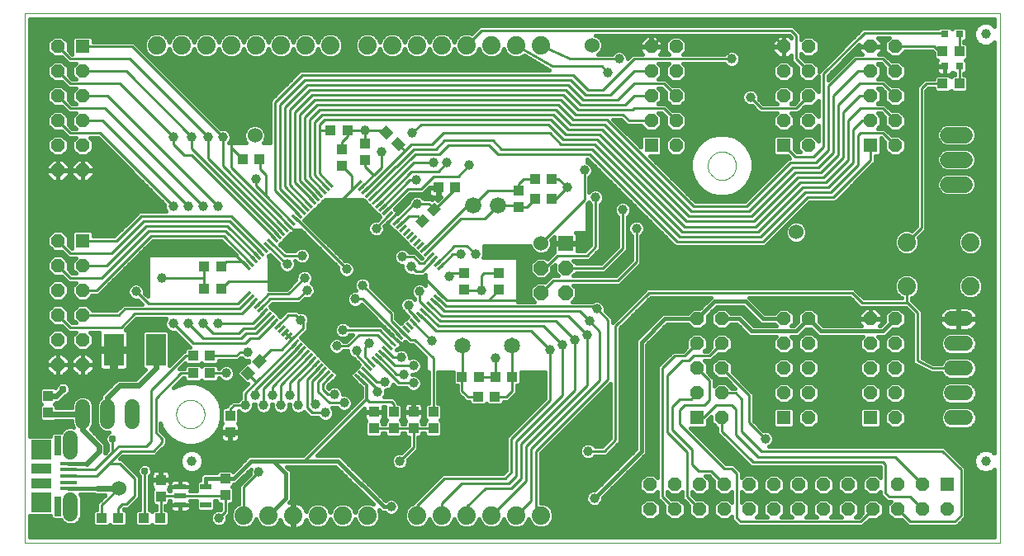
<source format=gtl>
G75*
%MOIN*%
%OFA0B0*%
%FSLAX24Y24*%
%IPPOS*%
%LPD*%
%AMOC8*
5,1,8,0,0,1.08239X$1,22.5*
%
%ADD10C,0.0000*%
%ADD11R,0.0354X0.0118*%
%ADD12R,0.0118X0.0354*%
%ADD13C,0.0740*%
%ADD14R,0.0560X0.0560*%
%ADD15OC8,0.0560*%
%ADD16R,0.0394X0.0433*%
%ADD17R,0.0433X0.0394*%
%ADD18C,0.0660*%
%ADD19C,0.0650*%
%ADD20C,0.0650*%
%ADD21C,0.0600*%
%ADD22OC8,0.0600*%
%ADD23R,0.0600X0.0600*%
%ADD24R,0.0315X0.0315*%
%ADD25C,0.0594*%
%ADD26R,0.0472X0.0217*%
%ADD27C,0.0600*%
%ADD28R,0.0799X0.1299*%
%ADD29C,0.0394*%
%ADD30R,0.0689X0.0157*%
%ADD31R,0.0787X0.0787*%
%ADD32R,0.0276X0.0787*%
%ADD33R,0.0787X0.0394*%
%ADD34C,0.0396*%
%ADD35C,0.0100*%
%ADD36C,0.0160*%
%ADD37C,0.0240*%
%ADD38C,0.0310*%
%ADD39C,0.0120*%
D10*
X009750Y000930D02*
X009750Y022326D01*
X049120Y022326D01*
X049120Y000930D01*
X009750Y000930D01*
X015879Y006125D02*
X015881Y006172D01*
X015887Y006219D01*
X015896Y006265D01*
X015910Y006310D01*
X015927Y006354D01*
X015948Y006397D01*
X015972Y006437D01*
X015999Y006476D01*
X016030Y006512D01*
X016063Y006545D01*
X016099Y006576D01*
X016138Y006603D01*
X016178Y006627D01*
X016221Y006648D01*
X016265Y006665D01*
X016310Y006679D01*
X016356Y006688D01*
X016403Y006694D01*
X016450Y006696D01*
X016497Y006694D01*
X016544Y006688D01*
X016590Y006679D01*
X016635Y006665D01*
X016679Y006648D01*
X016722Y006627D01*
X016762Y006603D01*
X016801Y006576D01*
X016837Y006545D01*
X016870Y006512D01*
X016901Y006476D01*
X016928Y006437D01*
X016952Y006397D01*
X016973Y006354D01*
X016990Y006310D01*
X017004Y006265D01*
X017013Y006219D01*
X017019Y006172D01*
X017021Y006125D01*
X017019Y006078D01*
X017013Y006031D01*
X017004Y005985D01*
X016990Y005940D01*
X016973Y005896D01*
X016952Y005853D01*
X016928Y005813D01*
X016901Y005774D01*
X016870Y005738D01*
X016837Y005705D01*
X016801Y005674D01*
X016762Y005647D01*
X016722Y005623D01*
X016679Y005602D01*
X016635Y005585D01*
X016590Y005571D01*
X016544Y005562D01*
X016497Y005556D01*
X016450Y005554D01*
X016403Y005556D01*
X016356Y005562D01*
X016310Y005571D01*
X016265Y005585D01*
X016221Y005602D01*
X016178Y005623D01*
X016138Y005647D01*
X016099Y005674D01*
X016063Y005705D01*
X016030Y005738D01*
X015999Y005774D01*
X015972Y005813D01*
X015948Y005853D01*
X015927Y005896D01*
X015910Y005940D01*
X015896Y005985D01*
X015887Y006031D01*
X015881Y006078D01*
X015879Y006125D01*
X037334Y016165D02*
X037336Y016212D01*
X037342Y016259D01*
X037351Y016305D01*
X037365Y016350D01*
X037382Y016394D01*
X037403Y016437D01*
X037427Y016477D01*
X037454Y016516D01*
X037485Y016552D01*
X037518Y016585D01*
X037554Y016616D01*
X037593Y016643D01*
X037633Y016667D01*
X037676Y016688D01*
X037720Y016705D01*
X037765Y016719D01*
X037811Y016728D01*
X037858Y016734D01*
X037905Y016736D01*
X037952Y016734D01*
X037999Y016728D01*
X038045Y016719D01*
X038090Y016705D01*
X038134Y016688D01*
X038177Y016667D01*
X038217Y016643D01*
X038256Y016616D01*
X038292Y016585D01*
X038325Y016552D01*
X038356Y016516D01*
X038383Y016477D01*
X038407Y016437D01*
X038428Y016394D01*
X038445Y016350D01*
X038459Y016305D01*
X038468Y016259D01*
X038474Y016212D01*
X038476Y016165D01*
X038474Y016118D01*
X038468Y016071D01*
X038459Y016025D01*
X038445Y015980D01*
X038428Y015936D01*
X038407Y015893D01*
X038383Y015853D01*
X038356Y015814D01*
X038325Y015778D01*
X038292Y015745D01*
X038256Y015714D01*
X038217Y015687D01*
X038177Y015663D01*
X038134Y015642D01*
X038090Y015625D01*
X038045Y015611D01*
X037999Y015602D01*
X037952Y015596D01*
X037905Y015594D01*
X037858Y015596D01*
X037811Y015602D01*
X037765Y015611D01*
X037720Y015625D01*
X037676Y015642D01*
X037633Y015663D01*
X037593Y015687D01*
X037554Y015714D01*
X037518Y015745D01*
X037485Y015778D01*
X037454Y015814D01*
X037427Y015853D01*
X037403Y015893D01*
X037382Y015936D01*
X037365Y015980D01*
X037351Y016025D01*
X037342Y016071D01*
X037336Y016118D01*
X037334Y016165D01*
D11*
G36*
X026727Y012184D02*
X026478Y011935D01*
X026395Y012018D01*
X026644Y012267D01*
X026727Y012184D01*
G37*
G36*
X026588Y012323D02*
X026339Y012074D01*
X026256Y012157D01*
X026505Y012406D01*
X026588Y012323D01*
G37*
G36*
X026449Y012462D02*
X026200Y012213D01*
X026117Y012296D01*
X026366Y012545D01*
X026449Y012462D01*
G37*
G36*
X026310Y012601D02*
X026061Y012352D01*
X025978Y012435D01*
X026227Y012684D01*
X026310Y012601D01*
G37*
G36*
X026171Y012740D02*
X025922Y012491D01*
X025839Y012574D01*
X026088Y012823D01*
X026171Y012740D01*
G37*
G36*
X026031Y012880D02*
X025782Y012631D01*
X025699Y012714D01*
X025948Y012963D01*
X026031Y012880D01*
G37*
G36*
X025892Y013019D02*
X025643Y012770D01*
X025560Y012853D01*
X025809Y013102D01*
X025892Y013019D01*
G37*
G36*
X025753Y013158D02*
X025504Y012909D01*
X025421Y012992D01*
X025670Y013241D01*
X025753Y013158D01*
G37*
G36*
X025614Y013297D02*
X025365Y013048D01*
X025282Y013131D01*
X025531Y013380D01*
X025614Y013297D01*
G37*
G36*
X025475Y013436D02*
X025226Y013187D01*
X025143Y013270D01*
X025392Y013519D01*
X025475Y013436D01*
G37*
G36*
X025335Y013576D02*
X025086Y013327D01*
X025003Y013410D01*
X025252Y013659D01*
X025335Y013576D01*
G37*
G36*
X025196Y013715D02*
X024947Y013466D01*
X024864Y013549D01*
X025113Y013798D01*
X025196Y013715D01*
G37*
G36*
X025057Y013854D02*
X024808Y013605D01*
X024725Y013688D01*
X024974Y013937D01*
X025057Y013854D01*
G37*
G36*
X024918Y013993D02*
X024669Y013744D01*
X024586Y013827D01*
X024835Y014076D01*
X024918Y013993D01*
G37*
G36*
X024779Y014132D02*
X024530Y013883D01*
X024447Y013966D01*
X024696Y014215D01*
X024779Y014132D01*
G37*
G36*
X024639Y014272D02*
X024390Y014023D01*
X024307Y014106D01*
X024556Y014355D01*
X024639Y014272D01*
G37*
G36*
X024500Y014411D02*
X024251Y014162D01*
X024168Y014245D01*
X024417Y014494D01*
X024500Y014411D01*
G37*
G36*
X024361Y014550D02*
X024112Y014301D01*
X024029Y014384D01*
X024278Y014633D01*
X024361Y014550D01*
G37*
G36*
X024222Y014689D02*
X023973Y014440D01*
X023890Y014523D01*
X024139Y014772D01*
X024222Y014689D01*
G37*
G36*
X024083Y014828D02*
X023834Y014579D01*
X023751Y014662D01*
X024000Y014911D01*
X024083Y014828D01*
G37*
G36*
X023943Y014968D02*
X023694Y014719D01*
X023611Y014802D01*
X023860Y015051D01*
X023943Y014968D01*
G37*
G36*
X023804Y015107D02*
X023555Y014858D01*
X023472Y014941D01*
X023721Y015190D01*
X023804Y015107D01*
G37*
G36*
X023665Y015246D02*
X023416Y014997D01*
X023333Y015080D01*
X023582Y015329D01*
X023665Y015246D01*
G37*
G36*
X023526Y015385D02*
X023277Y015136D01*
X023194Y015219D01*
X023443Y015468D01*
X023526Y015385D01*
G37*
G36*
X023387Y015524D02*
X023138Y015275D01*
X023055Y015358D01*
X023304Y015607D01*
X023387Y015524D01*
G37*
G36*
X018905Y011042D02*
X018656Y010793D01*
X018573Y010876D01*
X018822Y011125D01*
X018905Y011042D01*
G37*
G36*
X019044Y010903D02*
X018795Y010654D01*
X018712Y010737D01*
X018961Y010986D01*
X019044Y010903D01*
G37*
G36*
X019183Y010764D02*
X018934Y010515D01*
X018851Y010598D01*
X019100Y010847D01*
X019183Y010764D01*
G37*
G36*
X019322Y010625D02*
X019073Y010376D01*
X018990Y010459D01*
X019239Y010708D01*
X019322Y010625D01*
G37*
G36*
X019461Y010486D02*
X019212Y010237D01*
X019129Y010320D01*
X019378Y010569D01*
X019461Y010486D01*
G37*
G36*
X019601Y010346D02*
X019352Y010097D01*
X019269Y010180D01*
X019518Y010429D01*
X019601Y010346D01*
G37*
G36*
X019740Y010207D02*
X019491Y009958D01*
X019408Y010041D01*
X019657Y010290D01*
X019740Y010207D01*
G37*
G36*
X019879Y010068D02*
X019630Y009819D01*
X019547Y009902D01*
X019796Y010151D01*
X019879Y010068D01*
G37*
G36*
X020018Y009929D02*
X019769Y009680D01*
X019686Y009763D01*
X019935Y010012D01*
X020018Y009929D01*
G37*
G36*
X020157Y009790D02*
X019908Y009541D01*
X019825Y009624D01*
X020074Y009873D01*
X020157Y009790D01*
G37*
G36*
X020297Y009650D02*
X020048Y009401D01*
X019965Y009484D01*
X020214Y009733D01*
X020297Y009650D01*
G37*
G36*
X020436Y009511D02*
X020187Y009262D01*
X020104Y009345D01*
X020353Y009594D01*
X020436Y009511D01*
G37*
G36*
X020575Y009372D02*
X020326Y009123D01*
X020243Y009206D01*
X020492Y009455D01*
X020575Y009372D01*
G37*
G36*
X020714Y009233D02*
X020465Y008984D01*
X020382Y009067D01*
X020631Y009316D01*
X020714Y009233D01*
G37*
G36*
X020853Y009094D02*
X020604Y008845D01*
X020521Y008928D01*
X020770Y009177D01*
X020853Y009094D01*
G37*
G36*
X020993Y008954D02*
X020744Y008705D01*
X020661Y008788D01*
X020910Y009037D01*
X020993Y008954D01*
G37*
G36*
X021132Y008815D02*
X020883Y008566D01*
X020800Y008649D01*
X021049Y008898D01*
X021132Y008815D01*
G37*
G36*
X021271Y008676D02*
X021022Y008427D01*
X020939Y008510D01*
X021188Y008759D01*
X021271Y008676D01*
G37*
G36*
X021410Y008537D02*
X021161Y008288D01*
X021078Y008371D01*
X021327Y008620D01*
X021410Y008537D01*
G37*
G36*
X021549Y008398D02*
X021300Y008149D01*
X021217Y008232D01*
X021466Y008481D01*
X021549Y008398D01*
G37*
G36*
X021689Y008258D02*
X021440Y008009D01*
X021357Y008092D01*
X021606Y008341D01*
X021689Y008258D01*
G37*
G36*
X021828Y008119D02*
X021579Y007870D01*
X021496Y007953D01*
X021745Y008202D01*
X021828Y008119D01*
G37*
G36*
X021967Y007980D02*
X021718Y007731D01*
X021635Y007814D01*
X021884Y008063D01*
X021967Y007980D01*
G37*
G36*
X022106Y007841D02*
X021857Y007592D01*
X021774Y007675D01*
X022023Y007924D01*
X022106Y007841D01*
G37*
G36*
X022245Y007702D02*
X021996Y007453D01*
X021913Y007536D01*
X022162Y007785D01*
X022245Y007702D01*
G37*
D12*
G36*
X023387Y007536D02*
X023304Y007453D01*
X023055Y007702D01*
X023138Y007785D01*
X023387Y007536D01*
G37*
G36*
X023526Y007675D02*
X023443Y007592D01*
X023194Y007841D01*
X023277Y007924D01*
X023526Y007675D01*
G37*
G36*
X023665Y007814D02*
X023582Y007731D01*
X023333Y007980D01*
X023416Y008063D01*
X023665Y007814D01*
G37*
G36*
X023804Y007953D02*
X023721Y007870D01*
X023472Y008119D01*
X023555Y008202D01*
X023804Y007953D01*
G37*
G36*
X023943Y008092D02*
X023860Y008009D01*
X023611Y008258D01*
X023694Y008341D01*
X023943Y008092D01*
G37*
G36*
X024083Y008232D02*
X024000Y008149D01*
X023751Y008398D01*
X023834Y008481D01*
X024083Y008232D01*
G37*
G36*
X024222Y008371D02*
X024139Y008288D01*
X023890Y008537D01*
X023973Y008620D01*
X024222Y008371D01*
G37*
G36*
X024361Y008510D02*
X024278Y008427D01*
X024029Y008676D01*
X024112Y008759D01*
X024361Y008510D01*
G37*
G36*
X024500Y008649D02*
X024417Y008566D01*
X024168Y008815D01*
X024251Y008898D01*
X024500Y008649D01*
G37*
G36*
X024639Y008788D02*
X024556Y008705D01*
X024307Y008954D01*
X024390Y009037D01*
X024639Y008788D01*
G37*
G36*
X024779Y008928D02*
X024696Y008845D01*
X024447Y009094D01*
X024530Y009177D01*
X024779Y008928D01*
G37*
G36*
X024918Y009067D02*
X024835Y008984D01*
X024586Y009233D01*
X024669Y009316D01*
X024918Y009067D01*
G37*
G36*
X025057Y009206D02*
X024974Y009123D01*
X024725Y009372D01*
X024808Y009455D01*
X025057Y009206D01*
G37*
G36*
X025196Y009345D02*
X025113Y009262D01*
X024864Y009511D01*
X024947Y009594D01*
X025196Y009345D01*
G37*
G36*
X025335Y009484D02*
X025252Y009401D01*
X025003Y009650D01*
X025086Y009733D01*
X025335Y009484D01*
G37*
G36*
X025475Y009624D02*
X025392Y009541D01*
X025143Y009790D01*
X025226Y009873D01*
X025475Y009624D01*
G37*
G36*
X025614Y009763D02*
X025531Y009680D01*
X025282Y009929D01*
X025365Y010012D01*
X025614Y009763D01*
G37*
G36*
X025753Y009902D02*
X025670Y009819D01*
X025421Y010068D01*
X025504Y010151D01*
X025753Y009902D01*
G37*
G36*
X025892Y010041D02*
X025809Y009958D01*
X025560Y010207D01*
X025643Y010290D01*
X025892Y010041D01*
G37*
G36*
X026031Y010180D02*
X025948Y010097D01*
X025699Y010346D01*
X025782Y010429D01*
X026031Y010180D01*
G37*
G36*
X026171Y010320D02*
X026088Y010237D01*
X025839Y010486D01*
X025922Y010569D01*
X026171Y010320D01*
G37*
G36*
X026310Y010459D02*
X026227Y010376D01*
X025978Y010625D01*
X026061Y010708D01*
X026310Y010459D01*
G37*
G36*
X026449Y010598D02*
X026366Y010515D01*
X026117Y010764D01*
X026200Y010847D01*
X026449Y010598D01*
G37*
G36*
X026588Y010737D02*
X026505Y010654D01*
X026256Y010903D01*
X026339Y010986D01*
X026588Y010737D01*
G37*
G36*
X026727Y010876D02*
X026644Y010793D01*
X026395Y011042D01*
X026478Y011125D01*
X026727Y010876D01*
G37*
G36*
X020853Y013966D02*
X020770Y013883D01*
X020521Y014132D01*
X020604Y014215D01*
X020853Y013966D01*
G37*
G36*
X020993Y014106D02*
X020910Y014023D01*
X020661Y014272D01*
X020744Y014355D01*
X020993Y014106D01*
G37*
G36*
X021132Y014245D02*
X021049Y014162D01*
X020800Y014411D01*
X020883Y014494D01*
X021132Y014245D01*
G37*
G36*
X021271Y014384D02*
X021188Y014301D01*
X020939Y014550D01*
X021022Y014633D01*
X021271Y014384D01*
G37*
G36*
X021410Y014523D02*
X021327Y014440D01*
X021078Y014689D01*
X021161Y014772D01*
X021410Y014523D01*
G37*
G36*
X021549Y014662D02*
X021466Y014579D01*
X021217Y014828D01*
X021300Y014911D01*
X021549Y014662D01*
G37*
G36*
X021689Y014802D02*
X021606Y014719D01*
X021357Y014968D01*
X021440Y015051D01*
X021689Y014802D01*
G37*
G36*
X021828Y014941D02*
X021745Y014858D01*
X021496Y015107D01*
X021579Y015190D01*
X021828Y014941D01*
G37*
G36*
X021967Y015080D02*
X021884Y014997D01*
X021635Y015246D01*
X021718Y015329D01*
X021967Y015080D01*
G37*
G36*
X022106Y015219D02*
X022023Y015136D01*
X021774Y015385D01*
X021857Y015468D01*
X022106Y015219D01*
G37*
G36*
X022245Y015358D02*
X022162Y015275D01*
X021913Y015524D01*
X021996Y015607D01*
X022245Y015358D01*
G37*
G36*
X020714Y013827D02*
X020631Y013744D01*
X020382Y013993D01*
X020465Y014076D01*
X020714Y013827D01*
G37*
G36*
X020575Y013688D02*
X020492Y013605D01*
X020243Y013854D01*
X020326Y013937D01*
X020575Y013688D01*
G37*
G36*
X020436Y013549D02*
X020353Y013466D01*
X020104Y013715D01*
X020187Y013798D01*
X020436Y013549D01*
G37*
G36*
X020297Y013410D02*
X020214Y013327D01*
X019965Y013576D01*
X020048Y013659D01*
X020297Y013410D01*
G37*
G36*
X020157Y013270D02*
X020074Y013187D01*
X019825Y013436D01*
X019908Y013519D01*
X020157Y013270D01*
G37*
G36*
X020018Y013131D02*
X019935Y013048D01*
X019686Y013297D01*
X019769Y013380D01*
X020018Y013131D01*
G37*
G36*
X019879Y012992D02*
X019796Y012909D01*
X019547Y013158D01*
X019630Y013241D01*
X019879Y012992D01*
G37*
G36*
X019740Y012853D02*
X019657Y012770D01*
X019408Y013019D01*
X019491Y013102D01*
X019740Y012853D01*
G37*
G36*
X019601Y012714D02*
X019518Y012631D01*
X019269Y012880D01*
X019352Y012963D01*
X019601Y012714D01*
G37*
G36*
X019461Y012574D02*
X019378Y012491D01*
X019129Y012740D01*
X019212Y012823D01*
X019461Y012574D01*
G37*
G36*
X019322Y012435D02*
X019239Y012352D01*
X018990Y012601D01*
X019073Y012684D01*
X019322Y012435D01*
G37*
G36*
X019183Y012296D02*
X019100Y012213D01*
X018851Y012462D01*
X018934Y012545D01*
X019183Y012296D01*
G37*
G36*
X019044Y012157D02*
X018961Y012074D01*
X018712Y012323D01*
X018795Y012406D01*
X019044Y012157D01*
G37*
G36*
X018905Y012018D02*
X018822Y011935D01*
X018573Y012184D01*
X018656Y012267D01*
X018905Y012018D01*
G37*
D13*
X019100Y021030D03*
X018100Y021030D03*
X017100Y021030D03*
X016100Y021030D03*
X015100Y021030D03*
X020100Y021030D03*
X021100Y021030D03*
X022100Y021030D03*
X023600Y021030D03*
X024600Y021030D03*
X025600Y021030D03*
X026600Y021030D03*
X027600Y021030D03*
X028600Y021030D03*
X029600Y021030D03*
X030600Y021030D03*
X045370Y013070D03*
X047930Y013070D03*
X047930Y011290D03*
X045370Y011290D03*
X030600Y002030D03*
X029600Y002030D03*
X028600Y002030D03*
X027600Y002030D03*
X026600Y002030D03*
X025600Y002030D03*
X023600Y002030D03*
X022600Y002030D03*
X021600Y002030D03*
X020600Y002030D03*
X019600Y002030D03*
X018600Y002030D03*
D14*
X036900Y005980D03*
X040400Y005980D03*
X043900Y005980D03*
X047000Y003280D03*
X043900Y016980D03*
X040400Y016980D03*
X035050Y016980D03*
X012100Y013130D03*
X012100Y020980D03*
D15*
X011100Y020980D03*
X011100Y019980D03*
X012100Y019980D03*
X012100Y018980D03*
X011100Y018980D03*
X011100Y017980D03*
X012100Y017980D03*
X012100Y016980D03*
X011100Y016980D03*
X011100Y015980D03*
X012100Y015980D03*
X011100Y013130D03*
X011100Y012130D03*
X012100Y012130D03*
X012100Y011130D03*
X011100Y011130D03*
X011100Y010130D03*
X012100Y010130D03*
X012100Y009130D03*
X011100Y009130D03*
X011100Y008130D03*
X012100Y008130D03*
X035000Y003280D03*
X036000Y003280D03*
X037000Y003280D03*
X038000Y003280D03*
X039000Y003280D03*
X040000Y003280D03*
X041000Y003280D03*
X042000Y003280D03*
X043000Y003280D03*
X044000Y003280D03*
X045000Y003280D03*
X046000Y003280D03*
X046000Y002280D03*
X045000Y002280D03*
X044000Y002280D03*
X043000Y002280D03*
X042000Y002280D03*
X041000Y002280D03*
X040000Y002280D03*
X039000Y002280D03*
X038000Y002280D03*
X037000Y002280D03*
X036000Y002280D03*
X035000Y002280D03*
X037900Y005980D03*
X037900Y006980D03*
X036900Y006980D03*
X036900Y007980D03*
X037900Y007980D03*
X037900Y008980D03*
X036900Y008980D03*
X036900Y009980D03*
X037900Y009980D03*
X040400Y009980D03*
X041400Y009980D03*
X041400Y008980D03*
X040400Y008980D03*
X040400Y007980D03*
X041400Y007980D03*
X041400Y006980D03*
X040400Y006980D03*
X041400Y005980D03*
X043900Y006980D03*
X044900Y006980D03*
X044900Y007980D03*
X043900Y007980D03*
X043900Y008980D03*
X044900Y008980D03*
X044900Y009980D03*
X043900Y009980D03*
X044900Y005980D03*
X047000Y002280D03*
X044900Y016980D03*
X044900Y017980D03*
X043900Y017980D03*
X043900Y018980D03*
X044900Y018980D03*
X044900Y019980D03*
X043900Y019980D03*
X043900Y020980D03*
X044900Y020980D03*
X041400Y020980D03*
X040400Y020980D03*
X040400Y019980D03*
X041400Y019980D03*
X041400Y018980D03*
X040400Y018980D03*
X040400Y017980D03*
X041400Y017980D03*
X041400Y016980D03*
X036050Y016980D03*
X036050Y017980D03*
X035050Y017980D03*
X035050Y018980D03*
X036050Y018980D03*
X036050Y019980D03*
X035050Y019980D03*
X035050Y020980D03*
X036050Y020980D03*
D16*
X029700Y015165D03*
X029700Y014495D03*
X028900Y011815D03*
X027500Y011815D03*
X027500Y011145D03*
X028900Y011145D03*
X026250Y006215D03*
X026250Y005545D03*
X025450Y005545D03*
X024650Y005545D03*
X024650Y006215D03*
X025450Y006215D03*
X023850Y006215D03*
X023850Y005545D03*
X018050Y005395D03*
X018050Y006065D03*
X017850Y003515D03*
X017850Y002845D03*
X015250Y002795D03*
X015250Y003465D03*
X010700Y006195D03*
X010700Y006865D03*
X022550Y016145D03*
X022550Y016815D03*
X023500Y017065D03*
X023500Y016395D03*
D17*
G36*
X024824Y017335D02*
X025129Y017030D01*
X024850Y016751D01*
X024545Y017056D01*
X024824Y017335D01*
G37*
G36*
X024350Y017809D02*
X024655Y017504D01*
X024376Y017225D01*
X024071Y017530D01*
X024350Y017809D01*
G37*
X022785Y017580D03*
X022115Y017580D03*
X019235Y016430D03*
X018565Y016430D03*
G36*
X026105Y013956D02*
X025800Y013651D01*
X025521Y013930D01*
X025826Y014235D01*
X026105Y013956D01*
G37*
G36*
X026579Y014430D02*
X026274Y014125D01*
X025995Y014404D01*
X026300Y014709D01*
X026579Y014430D01*
G37*
X026465Y015280D03*
X027135Y015280D03*
X030365Y015630D03*
X031035Y015630D03*
X031035Y014830D03*
X030365Y014830D03*
X017685Y012080D03*
X017015Y012080D03*
X017015Y011180D03*
X017685Y011180D03*
X017235Y008480D03*
X016565Y008480D03*
X016565Y007780D03*
X017235Y007780D03*
G36*
X019055Y007806D02*
X018750Y007501D01*
X018471Y007780D01*
X018776Y008085D01*
X019055Y007806D01*
G37*
G36*
X019529Y008280D02*
X019224Y007975D01*
X018945Y008254D01*
X019250Y008559D01*
X019529Y008280D01*
G37*
X027415Y007630D03*
X028085Y007630D03*
X028765Y007630D03*
X029435Y007630D03*
X028735Y006830D03*
X028065Y006830D03*
X015235Y001930D03*
X014565Y001930D03*
X013535Y001930D03*
X012865Y001930D03*
X046815Y019480D03*
X047485Y019480D03*
X047485Y020780D03*
X046815Y020780D03*
D18*
X028860Y014560D03*
X027860Y014560D03*
D19*
X027430Y008890D03*
X029430Y008890D03*
D20*
X047045Y015410D02*
X047695Y015410D01*
X047695Y016410D02*
X047045Y016410D01*
X047045Y017410D02*
X047695Y017410D01*
D21*
X040900Y013480D03*
X030600Y013030D03*
X019050Y017380D03*
X032650Y021030D03*
X013550Y003130D03*
D22*
X030600Y011030D03*
X031600Y011030D03*
X031600Y012030D03*
X030600Y012030D03*
D23*
X031600Y013030D03*
D24*
X046905Y020180D03*
X047495Y020180D03*
X047495Y021480D03*
X046905Y021480D03*
D25*
X047153Y009980D02*
X047747Y009980D01*
X047747Y008980D02*
X047153Y008980D01*
X047153Y007980D02*
X047747Y007980D01*
X047747Y006980D02*
X047153Y006980D01*
X047153Y005980D02*
X047747Y005980D01*
X011612Y005178D02*
X011612Y004585D01*
X011612Y002675D02*
X011612Y002082D01*
D26*
X016038Y002456D03*
X016038Y002830D03*
X016038Y003204D03*
X017062Y003204D03*
X017062Y002456D03*
D27*
X014100Y005830D02*
X014100Y006430D01*
X013100Y006430D02*
X013100Y005830D01*
X012100Y005830D02*
X012100Y006430D01*
D28*
X013350Y008730D03*
X015050Y008730D03*
D29*
X016500Y004230D03*
X048550Y004230D03*
X048550Y021480D03*
D30*
X011531Y004142D03*
X011531Y003886D03*
X011531Y003630D03*
X011531Y003374D03*
X011531Y003118D03*
D31*
X010419Y002557D03*
X010419Y004703D03*
D32*
X011089Y004850D03*
X011089Y002410D03*
D33*
X010419Y003335D03*
X010419Y003925D03*
D34*
X017600Y001930D03*
X019200Y003780D03*
X021900Y006180D03*
X021500Y006530D03*
X020800Y006480D03*
X020450Y006880D03*
X020100Y006480D03*
X019750Y006880D03*
X019400Y006480D03*
X019050Y006880D03*
X018650Y006480D03*
X017900Y007780D03*
X018750Y008630D03*
X017550Y009780D03*
X016950Y009780D03*
X016350Y009780D03*
X015750Y009780D03*
X014250Y011080D03*
X015300Y011630D03*
X020350Y012180D03*
X020950Y012530D03*
X021050Y011630D03*
X021150Y011130D03*
X022750Y011980D03*
X023400Y011330D03*
X023100Y010780D03*
X025250Y010530D03*
X025700Y011080D03*
X026900Y011680D03*
X028200Y011130D03*
X027950Y012580D03*
X027350Y012580D03*
X025350Y012080D03*
X025000Y012480D03*
X023950Y013630D03*
X025600Y014630D03*
X025550Y015580D03*
X026250Y016280D03*
X026800Y016280D03*
X027700Y016180D03*
X025400Y017480D03*
X024150Y016730D03*
X023500Y017580D03*
X019100Y015630D03*
X017550Y014530D03*
X016950Y014530D03*
X016350Y014530D03*
X015750Y014530D03*
X015750Y017330D03*
X016500Y017330D03*
X017150Y017330D03*
X017750Y017330D03*
X031650Y015280D03*
X032800Y014880D03*
X033900Y014380D03*
X034450Y013630D03*
X032350Y015980D03*
X039050Y018930D03*
X038300Y020480D03*
X033750Y020480D03*
X033300Y019930D03*
X032850Y010380D03*
X032550Y009880D03*
X032450Y009330D03*
X031950Y009130D03*
X031450Y008930D03*
X030950Y008730D03*
X028750Y008380D03*
X026200Y009080D03*
X024950Y008430D03*
X025450Y008080D03*
X025050Y007730D03*
X025450Y007380D03*
X024300Y007430D03*
X024000Y007030D03*
X022650Y006580D03*
X022250Y006930D03*
X023150Y008680D03*
X023650Y008980D03*
X022600Y009530D03*
X022350Y008880D03*
X020900Y009930D03*
X032500Y004630D03*
X032750Y002730D03*
X039650Y005130D03*
X024900Y004230D03*
X024550Y002380D03*
D35*
X025600Y002430D02*
X025600Y002030D01*
X025600Y002430D02*
X026700Y003530D01*
X029150Y003530D01*
X029400Y003780D01*
X029400Y005130D01*
X030950Y006680D01*
X030950Y008730D01*
X030200Y009480D01*
X026370Y009480D01*
X025726Y010124D01*
X025587Y009985D02*
X025250Y010322D01*
X025250Y010530D01*
X025700Y010707D02*
X025700Y011080D01*
X025700Y010707D02*
X026005Y010403D01*
X026527Y009880D01*
X031200Y009880D01*
X031950Y009130D01*
X031950Y007080D01*
X029800Y004930D01*
X029800Y003530D01*
X029400Y003130D01*
X028350Y003130D01*
X027600Y002380D01*
X027600Y002030D01*
X026600Y002030D02*
X026600Y002530D01*
X027400Y003330D01*
X029300Y003330D01*
X029600Y003630D01*
X029600Y005030D01*
X031450Y006880D01*
X031450Y008930D01*
X030700Y009680D01*
X026449Y009680D01*
X025865Y010263D01*
X026144Y010542D02*
X026605Y010080D01*
X031700Y010080D01*
X032450Y009330D01*
X032450Y007280D01*
X030000Y004830D01*
X030000Y003430D01*
X028600Y002030D01*
X029600Y002030D02*
X030200Y002630D01*
X030200Y004730D01*
X032975Y007505D01*
X032975Y009455D01*
X032550Y009880D01*
X032150Y010280D01*
X026684Y010280D01*
X026283Y010681D01*
X026422Y010820D02*
X026762Y010480D01*
X032750Y010480D01*
X032850Y010380D01*
X033300Y009930D01*
X033300Y007530D01*
X030400Y004630D01*
X030400Y002230D01*
X030600Y002030D01*
X035500Y002780D02*
X035500Y007980D01*
X036000Y008480D01*
X036400Y008480D01*
X036900Y008980D01*
X036750Y008480D02*
X037400Y008480D01*
X037900Y008980D01*
X036750Y008480D02*
X036550Y008280D01*
X036300Y008280D01*
X035700Y007680D01*
X035700Y005380D01*
X036500Y004580D01*
X036500Y002780D01*
X037000Y002280D01*
X036000Y002280D02*
X035500Y002780D01*
X036700Y004080D02*
X036950Y003830D01*
X037450Y003830D01*
X038000Y003280D01*
X038500Y003730D02*
X038500Y001930D01*
X038650Y001780D01*
X043500Y001780D01*
X044000Y002280D01*
X045000Y002280D02*
X045500Y001780D01*
X047300Y001780D01*
X047550Y002030D01*
X047550Y003880D01*
X046800Y004630D01*
X039500Y004630D01*
X038700Y005430D01*
X038700Y006730D01*
X038450Y006980D01*
X037900Y006980D01*
X037650Y006480D02*
X037150Y005980D01*
X036900Y005980D01*
X036200Y005730D02*
X038000Y003930D01*
X038300Y003930D01*
X038500Y003730D01*
X039150Y004180D02*
X037900Y005430D01*
X037900Y005980D01*
X038300Y006480D02*
X038450Y006330D01*
X038450Y005280D01*
X039350Y004380D01*
X044900Y004380D01*
X046000Y003280D01*
X045500Y002780D02*
X044650Y002780D01*
X044500Y002930D01*
X044500Y004080D01*
X044400Y004180D01*
X039150Y004180D01*
X039650Y005130D02*
X039000Y005780D01*
X039000Y006880D01*
X037900Y007980D01*
X037400Y007480D02*
X037400Y006680D01*
X037200Y006480D01*
X036400Y006480D01*
X036200Y006280D01*
X036200Y005730D01*
X035900Y005480D02*
X035900Y006430D01*
X036200Y006730D01*
X036650Y006730D01*
X036900Y006980D01*
X037400Y007480D02*
X036900Y007980D01*
X037650Y006480D02*
X038300Y006480D01*
X036700Y004680D02*
X035900Y005480D01*
X036700Y004680D02*
X036700Y004080D01*
X033600Y005080D02*
X033150Y004630D01*
X032500Y004630D01*
X033600Y005080D02*
X033600Y009680D01*
X034950Y011030D01*
X043150Y011030D01*
X043550Y010630D01*
X045400Y010630D01*
X045800Y010230D01*
X045800Y008280D01*
X046400Y007980D01*
X047450Y007980D01*
X045400Y010630D02*
X045370Y010660D01*
X045370Y011290D01*
X045370Y013070D02*
X045950Y013650D01*
X045950Y019280D01*
X046150Y019480D01*
X046815Y019480D01*
X047485Y019480D02*
X047485Y020169D01*
X047495Y020180D01*
X046905Y020180D02*
X046855Y020130D01*
X046100Y020130D01*
X045750Y020480D01*
X044750Y020480D01*
X044250Y020980D01*
X043900Y020980D01*
X044400Y020480D02*
X043300Y020480D01*
X042200Y019380D01*
X042200Y016780D01*
X041700Y016280D01*
X040650Y016280D01*
X038900Y014530D01*
X036750Y014530D01*
X033250Y018030D01*
X031900Y018030D01*
X031300Y018630D01*
X021550Y018630D01*
X021050Y018130D01*
X021050Y015635D01*
X021662Y015024D01*
X021801Y015163D02*
X021250Y015714D01*
X021250Y018030D01*
X021650Y018430D01*
X031200Y018430D01*
X031800Y017830D01*
X033150Y017830D01*
X036650Y014330D01*
X039000Y014330D01*
X040750Y016080D01*
X041800Y016080D01*
X042400Y016680D01*
X042400Y018980D01*
X043400Y019980D01*
X043900Y019980D01*
X043450Y019480D02*
X042600Y018630D01*
X042600Y016580D01*
X041900Y015880D01*
X040850Y015880D01*
X039100Y014130D01*
X036550Y014130D01*
X033050Y017630D01*
X031700Y017630D01*
X031100Y018230D01*
X021750Y018230D01*
X021450Y017930D01*
X021450Y015792D01*
X021940Y015302D01*
X022079Y015441D02*
X021650Y015871D01*
X021650Y017580D01*
X022115Y017580D01*
X021650Y017580D02*
X021650Y017830D01*
X021850Y018030D01*
X031000Y018030D01*
X031600Y017430D01*
X032950Y017430D01*
X036450Y013930D01*
X039200Y013930D01*
X040950Y015680D01*
X042000Y015680D01*
X042800Y016480D01*
X042800Y018330D01*
X043450Y018980D01*
X043900Y018980D01*
X043500Y018480D02*
X043000Y017980D01*
X043000Y016380D01*
X042100Y015480D01*
X041050Y015480D01*
X040075Y014505D01*
X040000Y014430D01*
X039250Y013680D01*
X036400Y013680D01*
X032850Y017230D01*
X031500Y017230D01*
X030900Y017830D01*
X025750Y017830D01*
X025400Y017480D01*
X025366Y017030D02*
X026200Y017030D01*
X026650Y017480D01*
X030950Y017480D01*
X031400Y017030D01*
X032750Y017030D01*
X035425Y014355D01*
X035550Y014230D01*
X036300Y013480D01*
X039350Y013480D01*
X041150Y015280D01*
X042200Y015280D01*
X043200Y016280D01*
X043200Y017630D01*
X043550Y017980D01*
X043900Y017980D01*
X043500Y017480D02*
X043400Y017380D01*
X043400Y016180D01*
X042300Y015080D01*
X041250Y015080D01*
X039450Y013280D01*
X036200Y013280D01*
X032650Y016830D01*
X029000Y016830D01*
X028650Y017180D01*
X026700Y017180D01*
X026350Y016830D01*
X025450Y016830D01*
X024750Y016130D01*
X024745Y016130D01*
X023638Y015024D01*
X023499Y015163D02*
X025083Y016747D01*
X025366Y017030D01*
X025083Y016797D02*
X025083Y016747D01*
X025083Y016797D02*
X024837Y017043D01*
X024150Y016730D02*
X024150Y016080D01*
X023856Y015786D01*
X023844Y015786D01*
X023500Y016130D01*
X023500Y016395D01*
X022950Y015745D02*
X022550Y016145D01*
X022950Y015745D02*
X022950Y015180D01*
X022500Y014730D01*
X022950Y015180D02*
X023211Y015441D01*
X023221Y015441D01*
X023360Y015302D02*
X023844Y015786D01*
X023917Y014745D02*
X025451Y016280D01*
X026250Y016280D01*
X026450Y015930D02*
X026800Y016280D01*
X026450Y015930D02*
X025380Y015930D01*
X024056Y014606D01*
X024195Y014467D02*
X025308Y015580D01*
X025550Y015580D01*
X025750Y015230D02*
X025236Y015230D01*
X024334Y014328D01*
X024473Y014189D02*
X023950Y013665D01*
X023950Y013630D01*
X024350Y013680D02*
X024350Y013787D01*
X024613Y014049D01*
X024950Y014387D01*
X024950Y014480D01*
X025250Y014130D02*
X025627Y014130D01*
X025813Y013943D01*
X025250Y014130D02*
X024891Y013771D01*
X024752Y013910D02*
X025472Y014630D01*
X025600Y014630D01*
X026073Y014630D01*
X026287Y014417D01*
X026337Y014417D01*
X027135Y015215D01*
X027135Y015280D01*
X027250Y015730D02*
X026250Y015730D01*
X025750Y015230D01*
X027250Y015730D02*
X027700Y016180D01*
X028500Y016980D02*
X028850Y016630D01*
X032550Y016630D01*
X036100Y013080D01*
X039550Y013080D01*
X041350Y014880D01*
X042400Y014880D01*
X043900Y016380D01*
X043900Y016980D01*
X043500Y017480D02*
X044400Y017480D01*
X044900Y016980D01*
X044900Y017980D02*
X044400Y018480D01*
X043500Y018480D01*
X044400Y019480D02*
X044900Y018980D01*
X044400Y019480D02*
X043450Y019480D01*
X042000Y019880D02*
X043650Y021530D01*
X046755Y021530D01*
X046905Y021480D01*
X047485Y021369D02*
X047495Y021480D01*
X047485Y021369D02*
X047485Y020780D01*
X046815Y020780D02*
X046665Y020780D01*
X046465Y020980D01*
X044900Y020980D01*
X044400Y020480D02*
X044900Y019980D01*
X042000Y019880D02*
X042000Y016930D01*
X041600Y016530D01*
X040850Y016530D01*
X040400Y016980D01*
X040900Y018480D02*
X039500Y018480D01*
X039050Y018930D01*
X040900Y018480D02*
X041400Y018980D01*
X041400Y019980D02*
X040900Y020480D01*
X040900Y021430D01*
X040700Y021630D01*
X028200Y021630D01*
X027600Y021030D01*
X029600Y021030D02*
X031050Y020180D01*
X033050Y020180D01*
X033300Y019930D01*
X033750Y020480D02*
X031750Y020480D01*
X030600Y021030D01*
X031900Y019830D02*
X032500Y019230D01*
X033100Y019230D01*
X034350Y020480D01*
X038300Y020480D01*
X039950Y021430D02*
X040400Y020980D01*
X039950Y021430D02*
X035500Y021430D01*
X035050Y020980D01*
X035050Y019980D02*
X034350Y019980D01*
X033400Y019030D01*
X032400Y019030D01*
X031800Y019630D01*
X021050Y019630D01*
X020050Y018630D01*
X020050Y015244D01*
X020966Y014328D01*
X021105Y014467D02*
X020250Y015322D01*
X020250Y018530D01*
X021150Y019430D01*
X031700Y019430D01*
X032300Y018830D01*
X033700Y018830D01*
X034350Y019480D01*
X035550Y019480D01*
X036050Y018980D01*
X035550Y018480D02*
X034350Y018480D01*
X034300Y018430D01*
X032100Y018430D01*
X031500Y019030D01*
X021350Y019030D01*
X020650Y018330D01*
X020650Y015479D01*
X021383Y014745D01*
X021244Y014606D02*
X020450Y015400D01*
X020450Y018430D01*
X021250Y019230D01*
X031600Y019230D01*
X032200Y018630D01*
X034000Y018630D01*
X034350Y018980D01*
X035050Y018980D01*
X035550Y018480D02*
X036050Y017980D01*
X035050Y017980D02*
X034150Y017980D01*
X033900Y018230D01*
X032000Y018230D01*
X031400Y018830D01*
X021450Y018830D01*
X020850Y018230D01*
X020850Y015557D01*
X021523Y014885D01*
X020827Y014189D02*
X019850Y015165D01*
X019850Y018730D01*
X020950Y019830D01*
X031900Y019830D01*
X028500Y016980D02*
X026850Y016980D01*
X026500Y016630D01*
X025523Y016630D01*
X023777Y014885D01*
X022750Y011987D02*
X020687Y014049D01*
X020548Y013910D02*
X019489Y014969D01*
X019489Y015791D01*
X019250Y016030D01*
X019250Y016430D01*
X019235Y016430D01*
X018565Y016430D02*
X018550Y016430D01*
X018100Y016880D01*
X018100Y017030D01*
X018300Y017230D01*
X018100Y016880D02*
X018100Y016080D01*
X020050Y014130D01*
X020409Y013771D01*
X020650Y013530D01*
X020270Y013632D02*
X017750Y016152D01*
X017750Y017330D01*
X014100Y020980D01*
X012100Y020980D01*
X011600Y020480D02*
X011100Y020980D01*
X011600Y020480D02*
X014000Y020480D01*
X017150Y017330D01*
X017150Y016473D01*
X020131Y013493D01*
X019991Y013353D02*
X016500Y016845D01*
X016500Y017330D01*
X013850Y019980D01*
X012100Y019980D01*
X011600Y019480D02*
X011100Y019980D01*
X011600Y019480D02*
X013600Y019480D01*
X015750Y017330D01*
X015750Y017030D01*
X016200Y016580D01*
X016486Y016580D01*
X019852Y013214D01*
X019713Y013075D02*
X020258Y012530D01*
X020950Y012530D01*
X020350Y012180D02*
X020330Y012180D01*
X019574Y012936D01*
X019435Y012797D02*
X018101Y014130D01*
X014450Y014130D01*
X013450Y013130D01*
X012100Y013130D01*
X011600Y012630D02*
X013250Y012630D01*
X014550Y013930D01*
X018023Y013930D01*
X019295Y012657D01*
X019156Y012518D02*
X017945Y013730D01*
X014650Y013730D01*
X013050Y012130D01*
X012100Y012130D01*
X011600Y011630D02*
X012850Y011630D01*
X014750Y013530D01*
X017866Y013530D01*
X019017Y012379D01*
X018878Y012240D02*
X017788Y013330D01*
X014850Y013330D01*
X012650Y011130D01*
X012100Y011130D01*
X011600Y011630D02*
X011100Y012130D01*
X011600Y012630D02*
X011100Y013130D01*
X014250Y011080D02*
X014750Y010580D01*
X018359Y010580D01*
X018739Y010959D01*
X018878Y010820D02*
X018438Y010380D01*
X013800Y010380D01*
X013550Y010130D01*
X012100Y010130D01*
X011600Y009630D02*
X013650Y009630D01*
X014200Y010180D01*
X018516Y010180D01*
X019017Y010681D01*
X019156Y010542D02*
X019595Y010980D01*
X020400Y010980D01*
X021050Y011630D01*
X021150Y011130D02*
X020800Y010780D01*
X019673Y010780D01*
X019295Y010403D01*
X019435Y010263D02*
X018951Y009780D01*
X017550Y009780D01*
X017350Y009380D02*
X016950Y009780D01*
X016950Y009180D02*
X016350Y009780D01*
X015750Y009780D02*
X016550Y008980D01*
X018650Y008980D01*
X018850Y009180D01*
X019186Y009180D01*
X019852Y009846D01*
X019713Y009985D02*
X019108Y009380D01*
X018700Y009380D01*
X018500Y009180D01*
X016950Y009180D01*
X017350Y009380D02*
X018400Y009380D01*
X018600Y009580D01*
X019030Y009580D01*
X019574Y010124D01*
X019991Y009707D02*
X020415Y010130D01*
X020700Y010130D01*
X020900Y009930D01*
X021000Y009830D01*
X021000Y009602D01*
X020548Y009150D01*
X020128Y008730D01*
X019700Y008730D01*
X019237Y008267D01*
X018750Y008630D02*
X018450Y008630D01*
X018300Y008480D01*
X017235Y008480D01*
X016565Y008480D02*
X016250Y008480D01*
X014850Y007080D01*
X014850Y005030D01*
X014650Y004830D01*
X013550Y004830D01*
X013300Y004580D01*
X013200Y004480D01*
X012606Y003886D01*
X011531Y003886D01*
X011531Y003630D02*
X012650Y003630D01*
X012950Y003930D01*
X013150Y004130D01*
X013600Y004130D01*
X014200Y003530D01*
X014200Y002830D01*
X013850Y002480D01*
X013700Y002480D01*
X013535Y002315D01*
X013535Y001930D01*
X012865Y001930D02*
X012865Y002445D01*
X013550Y003130D01*
X014600Y003830D02*
X014600Y001930D01*
X014565Y001930D01*
X015235Y001930D02*
X015250Y001945D01*
X015250Y002795D01*
X015285Y002830D01*
X016038Y002830D01*
X017835Y002830D01*
X017850Y002845D01*
X017850Y002180D01*
X017600Y001930D01*
X018600Y002030D02*
X018600Y003180D01*
X019200Y003780D01*
X015300Y004980D02*
X014950Y004630D01*
X013650Y004630D01*
X013150Y004130D01*
X013300Y004580D02*
X013300Y005130D01*
X015050Y005380D02*
X015300Y005130D01*
X015300Y004980D01*
X015050Y005380D02*
X015050Y006750D01*
X016080Y007780D01*
X016565Y007780D01*
X017235Y007780D02*
X017900Y007780D01*
X018763Y007767D02*
X019103Y007427D01*
X018650Y006973D01*
X018650Y006480D01*
X018200Y006480D01*
X018050Y006330D01*
X018050Y006065D01*
X019400Y006480D02*
X019400Y007166D01*
X020966Y008732D01*
X021105Y008593D02*
X019750Y007238D01*
X019750Y006880D01*
X020100Y006480D02*
X020100Y007310D01*
X021244Y008454D01*
X021383Y008315D02*
X020450Y007381D01*
X020450Y006880D01*
X020800Y006480D02*
X020800Y007453D01*
X021523Y008175D01*
X021662Y008036D02*
X021700Y008080D01*
X021662Y008036D02*
X021150Y007525D01*
X021150Y006380D01*
X021350Y006180D01*
X021900Y006180D01*
X022050Y006580D02*
X022650Y006580D01*
X022050Y006580D02*
X021600Y007030D01*
X021600Y007418D01*
X021940Y007758D01*
X021801Y007897D02*
X021350Y007446D01*
X021350Y006680D01*
X021500Y006530D01*
X022000Y006930D02*
X021800Y007130D01*
X021800Y007339D01*
X022079Y007619D01*
X023360Y007758D02*
X024000Y007118D01*
X024000Y007030D01*
X023650Y006630D02*
X023550Y006730D01*
X023650Y006630D02*
X024550Y006630D01*
X024650Y006530D01*
X024650Y006215D01*
X025450Y006215D02*
X025450Y006580D01*
X025850Y006980D01*
X025850Y008330D01*
X025400Y008780D01*
X025122Y008780D01*
X024752Y009150D01*
X024730Y009150D01*
X024100Y009780D01*
X023950Y009780D01*
X024093Y009530D02*
X022600Y009530D01*
X023250Y009330D02*
X022800Y008880D01*
X022350Y008880D01*
X023150Y008680D02*
X023150Y008525D01*
X023638Y008036D01*
X023499Y007897D02*
X023966Y007430D01*
X024300Y007430D01*
X024851Y007380D02*
X025450Y007380D01*
X025050Y007730D02*
X024780Y007730D01*
X024056Y008454D01*
X024200Y008580D02*
X024195Y008593D01*
X024708Y008080D01*
X025450Y008080D01*
X024950Y008430D02*
X024636Y008430D01*
X024334Y008732D01*
X024473Y008871D02*
X024015Y009330D01*
X023250Y009330D01*
X023650Y008980D02*
X023500Y008830D01*
X023500Y008453D01*
X023777Y008175D01*
X023917Y008315D02*
X024851Y007380D01*
X026250Y008380D02*
X025500Y009130D01*
X025328Y009130D01*
X025030Y009428D01*
X024550Y009908D01*
X024550Y010180D01*
X023400Y011330D01*
X023300Y011330D01*
X022750Y011980D02*
X022750Y011987D01*
X023100Y010780D02*
X023400Y010780D01*
X024891Y009289D01*
X024613Y009011D02*
X024093Y009530D01*
X025448Y009832D02*
X026200Y009080D01*
X027430Y008890D02*
X027430Y007645D01*
X027415Y007630D01*
X027415Y007065D01*
X027650Y006830D01*
X028065Y006830D01*
X028735Y006830D02*
X029200Y006830D01*
X029435Y007065D01*
X029435Y007630D01*
X029435Y008885D01*
X029430Y008890D01*
X028750Y008380D02*
X028750Y007645D01*
X028765Y007630D01*
X028085Y007630D01*
X026250Y008380D02*
X026250Y006215D01*
X026250Y005545D02*
X025450Y005545D01*
X025450Y004780D01*
X024900Y004230D01*
X024635Y005530D02*
X024619Y005545D01*
X023850Y005545D01*
X024635Y005530D02*
X024650Y005545D01*
X025450Y005545D01*
X022250Y006930D02*
X022000Y006930D01*
X020827Y008871D02*
X019050Y007095D01*
X019050Y006880D01*
X019103Y007427D02*
X020687Y009011D01*
X020548Y009150D02*
X020409Y009289D01*
X020270Y009428D01*
X018763Y007793D02*
X018763Y007767D01*
X025448Y009832D02*
X025448Y009846D01*
X026561Y010959D02*
X026791Y010730D01*
X028485Y010730D01*
X028900Y011145D01*
X028200Y011130D02*
X028200Y011730D01*
X028285Y011815D01*
X028900Y011815D01*
X027500Y011815D02*
X027035Y011815D01*
X026900Y011680D01*
X026561Y010959D02*
X025991Y011530D01*
X025550Y011530D01*
X025550Y011880D02*
X025350Y012080D01*
X025550Y011880D02*
X025784Y011880D01*
X026283Y012379D01*
X026422Y012240D02*
X027112Y012930D01*
X027600Y012930D01*
X027950Y012580D01*
X027350Y012580D02*
X027041Y012580D01*
X026561Y012101D01*
X026144Y012518D02*
X025855Y012230D01*
X025700Y012230D01*
X025450Y012480D01*
X025000Y012480D01*
X025865Y012797D02*
X027629Y014560D01*
X027860Y014560D01*
X028465Y015165D01*
X029700Y015165D01*
X029700Y015430D01*
X029900Y015630D01*
X030365Y015630D01*
X031035Y015630D02*
X031300Y015630D01*
X031650Y015280D01*
X031200Y014830D01*
X031035Y014830D01*
X030365Y014830D02*
X030031Y014495D01*
X029700Y014495D01*
X029698Y014509D01*
X029694Y014523D01*
X029686Y014536D01*
X029676Y014546D01*
X029663Y014554D01*
X029649Y014558D01*
X029635Y014560D01*
X028860Y014560D01*
X028330Y014030D01*
X027377Y014030D01*
X026005Y012657D01*
X027500Y011145D02*
X027515Y011130D01*
X028200Y011130D01*
X028485Y010730D02*
X029800Y010730D01*
X030600Y011030D02*
X031100Y011530D01*
X033700Y011530D01*
X034450Y012280D01*
X034450Y013630D01*
X033900Y014380D02*
X033900Y012830D01*
X033100Y012030D01*
X031600Y012030D01*
X031250Y012530D02*
X032450Y012530D01*
X032800Y012880D01*
X032800Y014880D01*
X032350Y014780D02*
X030600Y013030D01*
X031250Y012530D02*
X030750Y012030D01*
X030600Y012030D01*
X032350Y014780D02*
X032350Y015980D01*
X029715Y015180D02*
X029700Y015165D01*
X024363Y017517D02*
X024363Y017580D01*
X023500Y017580D01*
X023500Y017065D01*
X024363Y017517D02*
X024363Y017517D01*
X023500Y017580D02*
X022785Y017580D01*
X022785Y017365D01*
X022550Y017130D01*
X022550Y016815D01*
X019489Y014969D02*
X019100Y015358D01*
X019100Y015630D01*
X017550Y014530D02*
X013100Y018980D01*
X012100Y018980D01*
X011600Y018480D02*
X011100Y018980D01*
X011600Y018480D02*
X013000Y018480D01*
X016950Y014530D01*
X016350Y014530D02*
X012900Y017980D01*
X012100Y017980D01*
X011600Y017480D02*
X011100Y017980D01*
X011600Y017480D02*
X012800Y017480D01*
X015750Y014530D01*
X017800Y012630D02*
X018209Y012630D01*
X018739Y012101D01*
X018750Y012089D01*
X018750Y012080D01*
X018550Y012280D01*
X017885Y012280D01*
X017685Y012080D01*
X017015Y012080D02*
X017015Y011630D01*
X015300Y011630D01*
X017015Y011630D02*
X017015Y011180D01*
X017685Y011180D02*
X017985Y011480D01*
X019950Y011480D01*
X011600Y009630D02*
X011100Y010130D01*
X045500Y002780D02*
X046000Y002280D01*
D36*
X045421Y001590D02*
X045151Y001860D01*
X044826Y001860D01*
X044580Y002106D01*
X044580Y002454D01*
X044716Y002590D01*
X044571Y002590D01*
X044421Y002740D01*
X044421Y002740D01*
X044310Y002851D01*
X044310Y002996D01*
X044174Y002860D01*
X043826Y002860D01*
X043580Y003106D01*
X043580Y003454D01*
X043826Y003700D01*
X044174Y003700D01*
X044310Y003564D01*
X044310Y003990D01*
X039071Y003990D01*
X037821Y005240D01*
X037710Y005351D01*
X037710Y005576D01*
X037480Y005806D01*
X037480Y006041D01*
X037340Y005901D01*
X037320Y005881D01*
X037320Y005642D01*
X037238Y005560D01*
X036639Y005560D01*
X038079Y004120D01*
X038379Y004120D01*
X038579Y003920D01*
X038690Y003809D01*
X038690Y003564D01*
X038826Y003700D01*
X039174Y003700D01*
X039420Y003454D01*
X039420Y003106D01*
X039174Y002860D01*
X038826Y002860D01*
X038690Y002996D01*
X038690Y002564D01*
X038826Y002700D01*
X039174Y002700D01*
X039420Y002454D01*
X039420Y002106D01*
X039284Y001970D01*
X039716Y001970D01*
X039580Y002106D01*
X039580Y002454D01*
X039826Y002700D01*
X040174Y002700D01*
X040420Y002454D01*
X040420Y002106D01*
X040284Y001970D01*
X040716Y001970D01*
X040580Y002106D01*
X040580Y002454D01*
X040826Y002700D01*
X041174Y002700D01*
X041420Y002454D01*
X041420Y002106D01*
X041284Y001970D01*
X041716Y001970D01*
X041580Y002106D01*
X041580Y002454D01*
X041826Y002700D01*
X042174Y002700D01*
X042420Y002454D01*
X042420Y002106D01*
X042284Y001970D01*
X042716Y001970D01*
X042580Y002106D01*
X042580Y002454D01*
X042826Y002700D01*
X043174Y002700D01*
X043420Y002454D01*
X043420Y002106D01*
X043284Y001970D01*
X043421Y001970D01*
X043580Y002129D01*
X043580Y002454D01*
X043826Y002700D01*
X044174Y002700D01*
X044420Y002454D01*
X044420Y002106D01*
X044174Y001860D01*
X043849Y001860D01*
X043579Y001590D01*
X038571Y001590D01*
X038460Y001701D01*
X038310Y001851D01*
X038310Y001996D01*
X038174Y001860D01*
X037826Y001860D01*
X037580Y002106D01*
X037580Y002454D01*
X037826Y002700D01*
X038174Y002700D01*
X038310Y002564D01*
X038310Y002996D01*
X038174Y002860D01*
X037826Y002860D01*
X037580Y003106D01*
X037580Y003431D01*
X037371Y003640D01*
X037234Y003640D01*
X037420Y003454D01*
X037420Y003106D01*
X037174Y002860D01*
X036826Y002860D01*
X036690Y002996D01*
X036690Y002859D01*
X036849Y002700D01*
X037174Y002700D01*
X037420Y002454D01*
X037420Y002106D01*
X037174Y001860D01*
X036826Y001860D01*
X036580Y002106D01*
X036580Y002431D01*
X036421Y002590D01*
X036310Y002701D01*
X036310Y002996D01*
X036174Y002860D01*
X035826Y002860D01*
X035690Y002996D01*
X035690Y002859D01*
X035849Y002700D01*
X036174Y002700D01*
X036420Y002454D01*
X036420Y002106D01*
X036174Y001860D01*
X035826Y001860D01*
X035580Y002106D01*
X035580Y002431D01*
X035421Y002590D01*
X035310Y002701D01*
X035310Y002996D01*
X035174Y002860D01*
X034826Y002860D01*
X034580Y003106D01*
X034580Y003454D01*
X034826Y003700D01*
X035174Y003700D01*
X035310Y003564D01*
X035310Y008059D01*
X035810Y008559D01*
X035921Y008670D01*
X036321Y008670D01*
X036480Y008829D01*
X036480Y009154D01*
X036726Y009400D01*
X037074Y009400D01*
X037320Y009154D01*
X037320Y008806D01*
X037184Y008670D01*
X037321Y008670D01*
X037480Y008829D01*
X037480Y009154D01*
X037726Y009400D01*
X038074Y009400D01*
X038320Y009154D01*
X038320Y008806D01*
X038074Y008560D01*
X037749Y008560D01*
X037479Y008290D01*
X037184Y008290D01*
X037320Y008154D01*
X037320Y007829D01*
X037479Y007670D01*
X037479Y007670D01*
X037590Y007559D01*
X037590Y007264D01*
X037726Y007400D01*
X038074Y007400D01*
X038304Y007170D01*
X038441Y007170D01*
X038051Y007560D01*
X037726Y007560D01*
X037480Y007806D01*
X037480Y008154D01*
X037726Y008400D01*
X038074Y008400D01*
X038320Y008154D01*
X038320Y007829D01*
X039079Y007070D01*
X039190Y006959D01*
X039190Y005859D01*
X039581Y005467D01*
X039583Y005468D01*
X039717Y005468D01*
X039842Y005417D01*
X039937Y005322D01*
X039988Y005197D01*
X039988Y005063D01*
X039937Y004938D01*
X039842Y004843D01*
X039785Y004820D01*
X046879Y004820D01*
X047629Y004070D01*
X047740Y003959D01*
X047740Y001951D01*
X047490Y001701D01*
X047379Y001590D01*
X045421Y001590D01*
X045289Y001723D02*
X043711Y001723D01*
X043491Y002040D02*
X043353Y002040D01*
X043420Y002198D02*
X043580Y002198D01*
X043580Y002357D02*
X043420Y002357D01*
X043359Y002515D02*
X043641Y002515D01*
X043800Y002674D02*
X043200Y002674D01*
X043174Y002860D02*
X042826Y002860D01*
X042580Y003106D01*
X042580Y003454D01*
X042826Y003700D01*
X043174Y003700D01*
X043420Y003454D01*
X043420Y003106D01*
X043174Y002860D01*
X043304Y002991D02*
X043696Y002991D01*
X043580Y003149D02*
X043420Y003149D01*
X043420Y003308D02*
X043580Y003308D01*
X043592Y003466D02*
X043408Y003466D01*
X043249Y003625D02*
X043751Y003625D01*
X044249Y003625D02*
X044310Y003625D01*
X044310Y003783D02*
X038690Y003783D01*
X038690Y003625D02*
X038751Y003625D01*
X039249Y003625D02*
X039751Y003625D01*
X039826Y003700D02*
X039580Y003454D01*
X039580Y003106D01*
X039826Y002860D01*
X040174Y002860D01*
X040420Y003106D01*
X040420Y003454D01*
X040174Y003700D01*
X039826Y003700D01*
X039592Y003466D02*
X039408Y003466D01*
X039420Y003308D02*
X039580Y003308D01*
X039580Y003149D02*
X039420Y003149D01*
X039304Y002991D02*
X039696Y002991D01*
X039800Y002674D02*
X039200Y002674D01*
X039359Y002515D02*
X039641Y002515D01*
X039580Y002357D02*
X039420Y002357D01*
X039420Y002198D02*
X039580Y002198D01*
X039647Y002040D02*
X039353Y002040D01*
X038439Y001723D02*
X031014Y001723D01*
X031032Y001741D02*
X031110Y001929D01*
X031110Y002131D01*
X031032Y002319D01*
X030889Y002462D01*
X030701Y002540D01*
X030590Y002540D01*
X030590Y004551D01*
X033379Y007340D01*
X033410Y007371D01*
X033410Y005159D01*
X033071Y004820D01*
X032787Y004820D01*
X032787Y004822D01*
X032692Y004917D01*
X032567Y004968D01*
X032433Y004968D01*
X032308Y004917D01*
X032213Y004822D01*
X032162Y004697D01*
X032162Y004563D01*
X032213Y004438D01*
X032308Y004343D01*
X032433Y004292D01*
X032567Y004292D01*
X032692Y004343D01*
X032787Y004438D01*
X032787Y004440D01*
X033229Y004440D01*
X033790Y005001D01*
X033790Y009601D01*
X035029Y010840D01*
X037449Y010840D01*
X037009Y010400D01*
X036726Y010400D01*
X036526Y010200D01*
X035509Y010200D01*
X034559Y009250D01*
X034430Y009121D01*
X034430Y004721D01*
X032777Y003068D01*
X032683Y003068D01*
X032558Y003017D01*
X032463Y002922D01*
X032412Y002797D01*
X032412Y002663D01*
X032463Y002538D01*
X032558Y002443D01*
X032683Y002392D01*
X032817Y002392D01*
X032942Y002443D01*
X033037Y002538D01*
X033088Y002663D01*
X033088Y002757D01*
X034870Y004539D01*
X034870Y008939D01*
X035691Y009760D01*
X036526Y009760D01*
X036726Y009560D01*
X037074Y009560D01*
X037320Y009806D01*
X037480Y009806D01*
X037726Y009560D01*
X038074Y009560D01*
X038274Y009760D01*
X038509Y009760D01*
X038880Y009389D01*
X039009Y009260D01*
X040086Y009260D01*
X039980Y009154D01*
X039980Y008806D01*
X040226Y008560D01*
X040574Y008560D01*
X040820Y008806D01*
X040820Y009154D01*
X040714Y009260D01*
X040991Y009260D01*
X041291Y009560D01*
X041509Y009560D01*
X041680Y009389D01*
X041809Y009260D01*
X043586Y009260D01*
X043480Y009154D01*
X043480Y008806D01*
X043726Y008560D01*
X044074Y008560D01*
X044320Y008806D01*
X044320Y009154D01*
X044214Y009260D01*
X044491Y009260D01*
X044791Y009560D01*
X045074Y009560D01*
X045320Y009806D01*
X045610Y009806D01*
X045610Y009648D02*
X045161Y009648D01*
X045320Y009806D02*
X045320Y010154D01*
X045074Y010400D01*
X044726Y010400D01*
X044480Y010154D01*
X044480Y009871D01*
X044309Y009700D01*
X044271Y009700D01*
X044360Y009789D01*
X044360Y009970D01*
X043910Y009970D01*
X043910Y009990D01*
X043890Y009990D01*
X043890Y010440D01*
X043709Y010440D01*
X043440Y010171D01*
X043440Y009990D01*
X043890Y009990D01*
X043890Y009970D01*
X043440Y009970D01*
X043440Y009789D01*
X043529Y009700D01*
X041991Y009700D01*
X041820Y009871D01*
X041820Y010154D01*
X041574Y010400D01*
X041226Y010400D01*
X040980Y010154D01*
X040980Y009871D01*
X040809Y009700D01*
X040714Y009700D01*
X040820Y009806D01*
X040915Y009806D01*
X040820Y009806D02*
X040820Y010154D01*
X040574Y010400D01*
X040226Y010400D01*
X040026Y010200D01*
X039641Y010200D01*
X039070Y010771D01*
X039001Y010840D01*
X043071Y010840D01*
X043471Y010440D01*
X039401Y010440D01*
X039243Y010599D02*
X043313Y010599D01*
X043154Y010757D02*
X039084Y010757D01*
X038850Y010680D02*
X037600Y010680D01*
X036900Y009980D01*
X035600Y009980D01*
X034650Y009030D01*
X034650Y004630D01*
X032750Y002730D01*
X032426Y002832D02*
X030590Y002832D01*
X030590Y002674D02*
X032412Y002674D01*
X032487Y002515D02*
X030762Y002515D01*
X030995Y002357D02*
X034580Y002357D01*
X034580Y002454D02*
X034580Y002106D01*
X034826Y001860D01*
X035174Y001860D01*
X035420Y002106D01*
X035420Y002454D01*
X035174Y002700D01*
X034826Y002700D01*
X034580Y002454D01*
X034641Y002515D02*
X033013Y002515D01*
X033088Y002674D02*
X034800Y002674D01*
X034696Y002991D02*
X033322Y002991D01*
X033480Y003149D02*
X034580Y003149D01*
X034580Y003308D02*
X033639Y003308D01*
X033797Y003466D02*
X034592Y003466D01*
X034751Y003625D02*
X033956Y003625D01*
X034114Y003783D02*
X035310Y003783D01*
X035310Y003625D02*
X035249Y003625D01*
X035310Y003942D02*
X034273Y003942D01*
X034431Y004100D02*
X035310Y004100D01*
X035310Y004259D02*
X034590Y004259D01*
X034748Y004417D02*
X035310Y004417D01*
X035310Y004576D02*
X034870Y004576D01*
X034870Y004734D02*
X035310Y004734D01*
X035310Y004893D02*
X034870Y004893D01*
X034870Y005051D02*
X035310Y005051D01*
X035310Y005210D02*
X034870Y005210D01*
X034870Y005368D02*
X035310Y005368D01*
X035310Y005527D02*
X034870Y005527D01*
X034870Y005685D02*
X035310Y005685D01*
X035310Y005844D02*
X034870Y005844D01*
X034870Y006002D02*
X035310Y006002D01*
X035310Y006161D02*
X034870Y006161D01*
X034870Y006319D02*
X035310Y006319D01*
X035310Y006478D02*
X034870Y006478D01*
X034870Y006636D02*
X035310Y006636D01*
X035310Y006795D02*
X034870Y006795D01*
X034870Y006953D02*
X035310Y006953D01*
X035310Y007112D02*
X034870Y007112D01*
X034870Y007270D02*
X035310Y007270D01*
X035310Y007429D02*
X034870Y007429D01*
X034870Y007587D02*
X035310Y007587D01*
X035310Y007746D02*
X034870Y007746D01*
X034870Y007904D02*
X035310Y007904D01*
X035314Y008063D02*
X034870Y008063D01*
X034870Y008221D02*
X035472Y008221D01*
X035631Y008380D02*
X034870Y008380D01*
X034870Y008538D02*
X035789Y008538D01*
X036348Y008697D02*
X034870Y008697D01*
X034870Y008855D02*
X036480Y008855D01*
X036480Y009014D02*
X034945Y009014D01*
X035103Y009172D02*
X036498Y009172D01*
X036657Y009331D02*
X035262Y009331D01*
X035420Y009489D02*
X038780Y009489D01*
X038938Y009331D02*
X038143Y009331D01*
X038302Y009172D02*
X039998Y009172D01*
X039980Y009014D02*
X038320Y009014D01*
X038320Y008855D02*
X039980Y008855D01*
X040090Y008697D02*
X038210Y008697D01*
X038094Y008380D02*
X040206Y008380D01*
X040226Y008400D02*
X039980Y008154D01*
X039980Y007806D01*
X040226Y007560D01*
X040574Y007560D01*
X040820Y007806D01*
X040820Y008154D01*
X040574Y008400D01*
X040226Y008400D01*
X040047Y008221D02*
X038253Y008221D01*
X038320Y008063D02*
X039980Y008063D01*
X039980Y007904D02*
X038320Y007904D01*
X038403Y007746D02*
X040041Y007746D01*
X040199Y007587D02*
X038562Y007587D01*
X038720Y007429D02*
X048890Y007429D01*
X048890Y007587D02*
X047940Y007587D01*
X047994Y007610D02*
X047834Y007543D01*
X047066Y007543D01*
X046906Y007610D01*
X046783Y007733D01*
X046759Y007790D01*
X046431Y007790D01*
X046385Y007775D01*
X046355Y007790D01*
X046321Y007790D01*
X046287Y007824D01*
X045755Y008090D01*
X045721Y008090D01*
X045687Y008124D01*
X045645Y008145D01*
X045634Y008177D01*
X045610Y008201D01*
X045610Y008249D01*
X045595Y008295D01*
X045610Y008325D01*
X045610Y010151D01*
X045321Y010440D01*
X043471Y010440D01*
X043551Y010282D02*
X041692Y010282D01*
X041820Y010123D02*
X043440Y010123D01*
X043440Y009965D02*
X041820Y009965D01*
X041885Y009806D02*
X043440Y009806D01*
X043910Y009990D02*
X043910Y010440D01*
X044091Y010440D01*
X044360Y010171D01*
X044360Y009990D01*
X043910Y009990D01*
X043910Y010123D02*
X043890Y010123D01*
X043890Y010282D02*
X043910Y010282D01*
X044249Y010282D02*
X044608Y010282D01*
X044480Y010123D02*
X044360Y010123D01*
X044360Y009965D02*
X044480Y009965D01*
X044415Y009806D02*
X044360Y009806D01*
X044400Y009480D02*
X044900Y009980D01*
X045192Y010282D02*
X045480Y010282D01*
X045610Y010123D02*
X045320Y010123D01*
X045320Y009965D02*
X045610Y009965D01*
X045990Y009965D02*
X047432Y009965D01*
X047432Y009962D02*
X046676Y009962D01*
X046676Y009942D01*
X046688Y009868D01*
X046711Y009797D01*
X046745Y009730D01*
X046789Y009669D01*
X046843Y009616D01*
X046903Y009572D01*
X046970Y009538D01*
X047041Y009515D01*
X047116Y009503D01*
X047432Y009503D01*
X047432Y009962D01*
X047468Y009962D01*
X047468Y009998D01*
X047432Y009998D01*
X047432Y010457D01*
X047116Y010457D01*
X047041Y010445D01*
X046970Y010422D01*
X046903Y010388D01*
X046843Y010344D01*
X046789Y010291D01*
X046745Y010230D01*
X046711Y010163D01*
X046688Y010092D01*
X046676Y010018D01*
X046676Y009998D01*
X047432Y009998D01*
X047432Y009962D01*
X047468Y009962D02*
X047468Y009503D01*
X047784Y009503D01*
X047859Y009515D01*
X047930Y009538D01*
X047997Y009572D01*
X048057Y009616D01*
X048111Y009669D01*
X048155Y009730D01*
X048189Y009797D01*
X048212Y009868D01*
X048224Y009942D01*
X048224Y009962D01*
X047468Y009962D01*
X047468Y009965D02*
X048890Y009965D01*
X048890Y010123D02*
X048202Y010123D01*
X048212Y010092D02*
X048189Y010163D01*
X048155Y010230D01*
X048111Y010291D01*
X048057Y010344D01*
X047997Y010388D01*
X047930Y010422D01*
X047859Y010445D01*
X047784Y010457D01*
X047468Y010457D01*
X047468Y009998D01*
X048224Y009998D01*
X048224Y010018D01*
X048212Y010092D01*
X048117Y010282D02*
X048890Y010282D01*
X048890Y010440D02*
X047874Y010440D01*
X047829Y010780D02*
X048031Y010780D01*
X048219Y010858D01*
X048362Y011001D01*
X048440Y011189D01*
X048440Y011391D01*
X048890Y011391D01*
X048890Y011233D02*
X048440Y011233D01*
X048440Y011391D02*
X048362Y011579D01*
X048219Y011722D01*
X048031Y011800D01*
X047829Y011800D01*
X047641Y011722D01*
X047498Y011579D01*
X047420Y011391D01*
X045880Y011391D01*
X045802Y011579D01*
X045659Y011722D01*
X045471Y011800D01*
X045269Y011800D01*
X045081Y011722D01*
X044938Y011579D01*
X044860Y011391D01*
X033830Y011391D01*
X033779Y011340D02*
X034529Y012090D01*
X034640Y012201D01*
X034640Y013343D01*
X034642Y013343D01*
X034737Y013438D01*
X034788Y013563D01*
X034788Y013697D01*
X034737Y013822D01*
X034642Y013917D01*
X034517Y013968D01*
X034383Y013968D01*
X034258Y013917D01*
X034163Y013822D01*
X034112Y013697D01*
X034112Y013563D01*
X034163Y013438D01*
X034258Y013343D01*
X034260Y013343D01*
X034260Y012359D01*
X033621Y011720D01*
X031912Y011720D01*
X032032Y011840D01*
X033179Y011840D01*
X033979Y012640D01*
X034090Y012751D01*
X034090Y014093D01*
X034092Y014093D01*
X034187Y014188D01*
X034238Y014313D01*
X034238Y014447D01*
X034187Y014572D01*
X034092Y014667D01*
X033967Y014718D01*
X033833Y014718D01*
X033708Y014667D01*
X033613Y014572D01*
X033562Y014447D01*
X033562Y014313D01*
X033613Y014188D01*
X033708Y014093D01*
X033710Y014093D01*
X033710Y012909D01*
X033021Y012220D01*
X032032Y012220D01*
X031912Y012340D01*
X032529Y012340D01*
X032990Y012801D01*
X032990Y014593D01*
X032992Y014593D01*
X033087Y014688D01*
X033138Y014813D01*
X033138Y014947D01*
X033087Y015072D01*
X032992Y015167D01*
X032867Y015218D01*
X032733Y015218D01*
X032608Y015167D01*
X032540Y015098D01*
X032540Y015693D01*
X032542Y015693D01*
X032637Y015788D01*
X032688Y015913D01*
X032688Y016047D01*
X032637Y016172D01*
X032542Y016267D01*
X032455Y016302D01*
X032455Y016440D01*
X032471Y016440D01*
X035910Y013001D01*
X036021Y012890D01*
X039629Y012890D01*
X041429Y014690D01*
X042479Y014690D01*
X042590Y014801D01*
X042590Y014801D01*
X043979Y016190D01*
X044090Y016301D01*
X044090Y016560D01*
X044238Y016560D01*
X044320Y016642D01*
X044320Y017290D01*
X044321Y017290D01*
X044480Y017131D01*
X044480Y016806D01*
X044726Y016560D01*
X045074Y016560D01*
X045320Y016806D01*
X045320Y017154D01*
X045074Y017400D01*
X044749Y017400D01*
X044479Y017670D01*
X044184Y017670D01*
X044320Y017806D01*
X044320Y018154D01*
X044184Y018290D01*
X044321Y018290D01*
X044480Y018131D01*
X044480Y017806D01*
X044726Y017560D01*
X045074Y017560D01*
X045320Y017806D01*
X045320Y018154D01*
X045074Y018400D01*
X044749Y018400D01*
X044479Y018670D01*
X044184Y018670D01*
X044320Y018806D01*
X044320Y019154D01*
X044184Y019290D01*
X044321Y019290D01*
X044480Y019131D01*
X044480Y018806D01*
X044726Y018560D01*
X045074Y018560D01*
X045320Y018806D01*
X045320Y019154D01*
X045074Y019400D01*
X044749Y019400D01*
X044479Y019670D01*
X044184Y019670D01*
X044320Y019806D01*
X044320Y020154D01*
X044184Y020290D01*
X044321Y020290D01*
X044480Y020131D01*
X044480Y019806D01*
X044726Y019560D01*
X045074Y019560D01*
X045320Y019806D01*
X045320Y020154D01*
X045074Y020400D01*
X044749Y020400D01*
X044479Y020670D01*
X044241Y020670D01*
X044360Y020789D01*
X044360Y020970D01*
X043910Y020970D01*
X043910Y020990D01*
X044360Y020990D01*
X044360Y021171D01*
X044191Y021340D01*
X044666Y021340D01*
X044480Y021154D01*
X044480Y020806D01*
X044726Y020560D01*
X045074Y020560D01*
X045304Y020790D01*
X046387Y020790D01*
X046459Y020718D01*
X046459Y020525D01*
X046541Y020443D01*
X046600Y020443D01*
X046580Y020407D01*
X046567Y020361D01*
X046567Y020180D01*
X046567Y019999D01*
X046580Y019953D01*
X046603Y019912D01*
X046637Y019878D01*
X046678Y019855D01*
X046724Y019843D01*
X046905Y019843D01*
X047086Y019843D01*
X047132Y019855D01*
X047173Y019878D01*
X047206Y019912D01*
X047222Y019940D01*
X047280Y019883D01*
X047295Y019883D01*
X047295Y019817D01*
X047210Y019817D01*
X047150Y019757D01*
X047090Y019817D01*
X046541Y019817D01*
X046459Y019735D01*
X046459Y019670D01*
X046071Y019670D01*
X045871Y019470D01*
X045760Y019359D01*
X045760Y013729D01*
X045570Y013539D01*
X045471Y013580D01*
X045269Y013580D01*
X045081Y013502D01*
X044938Y013359D01*
X044860Y013171D01*
X044860Y012969D01*
X044938Y012781D01*
X045081Y012638D01*
X045269Y012560D01*
X045471Y012560D01*
X045659Y012638D01*
X045802Y012781D01*
X045880Y012969D01*
X045880Y013171D01*
X045839Y013270D01*
X046140Y013571D01*
X046140Y019201D01*
X046229Y019290D01*
X046459Y019290D01*
X046459Y019225D01*
X046541Y019143D01*
X047090Y019143D01*
X047150Y019203D01*
X047210Y019143D01*
X047759Y019143D01*
X047841Y019225D01*
X047841Y019735D01*
X047759Y019817D01*
X047675Y019817D01*
X047675Y019883D01*
X047711Y019883D01*
X047793Y019965D01*
X047793Y020395D01*
X047745Y020443D01*
X047759Y020443D01*
X047841Y020525D01*
X047841Y021035D01*
X047759Y021117D01*
X047675Y021117D01*
X047675Y021183D01*
X047711Y021183D01*
X047793Y021265D01*
X047793Y021695D01*
X047711Y021777D01*
X047280Y021777D01*
X047200Y021698D01*
X047120Y021777D01*
X046689Y021777D01*
X046632Y021720D01*
X043571Y021720D01*
X041820Y019969D01*
X041820Y020154D01*
X041574Y020400D01*
X041249Y020400D01*
X041090Y020559D01*
X041090Y020696D01*
X041226Y020560D01*
X041574Y020560D01*
X041820Y020806D01*
X041820Y021154D01*
X041574Y021400D01*
X041226Y021400D01*
X041090Y021264D01*
X041090Y021509D01*
X040979Y021620D01*
X040779Y021820D01*
X028121Y021820D01*
X027800Y021499D01*
X027701Y021540D01*
X027499Y021540D01*
X027311Y021462D01*
X027168Y021319D01*
X027100Y021156D01*
X027032Y021319D01*
X026889Y021462D01*
X026701Y021540D01*
X026499Y021540D01*
X026311Y021462D01*
X026168Y021319D01*
X026100Y021156D01*
X026032Y021319D01*
X025889Y021462D01*
X025701Y021540D01*
X025499Y021540D01*
X025311Y021462D01*
X025168Y021319D01*
X025100Y021156D01*
X025032Y021319D01*
X024889Y021462D01*
X024701Y021540D01*
X024499Y021540D01*
X024311Y021462D01*
X024168Y021319D01*
X024100Y021156D01*
X024032Y021319D01*
X023889Y021462D01*
X023701Y021540D01*
X023499Y021540D01*
X023311Y021462D01*
X023168Y021319D01*
X023090Y021131D01*
X023090Y020929D01*
X023168Y020741D01*
X023311Y020598D01*
X023499Y020520D01*
X023701Y020520D01*
X023889Y020598D01*
X024032Y020741D01*
X024100Y020904D01*
X024168Y020741D01*
X024311Y020598D01*
X024499Y020520D01*
X024701Y020520D01*
X024889Y020598D01*
X025032Y020741D01*
X025100Y020904D01*
X025168Y020741D01*
X025311Y020598D01*
X025499Y020520D01*
X025701Y020520D01*
X025889Y020598D01*
X026032Y020741D01*
X026100Y020904D01*
X026168Y020741D01*
X026311Y020598D01*
X026499Y020520D01*
X026701Y020520D01*
X026889Y020598D01*
X027032Y020741D01*
X027100Y020904D01*
X027168Y020741D01*
X027311Y020598D01*
X027499Y020520D01*
X027701Y020520D01*
X027889Y020598D01*
X028032Y020741D01*
X028100Y020904D01*
X028168Y020741D01*
X028311Y020598D01*
X028499Y020520D01*
X028701Y020520D01*
X028889Y020598D01*
X029032Y020741D01*
X029100Y020904D01*
X029168Y020741D01*
X029311Y020598D01*
X029499Y020520D01*
X029701Y020520D01*
X029889Y020598D01*
X029916Y020625D01*
X030933Y020028D01*
X030941Y020020D01*
X020871Y020020D01*
X019771Y018920D01*
X019660Y018809D01*
X019660Y017110D01*
X019402Y017110D01*
X019423Y017131D01*
X019490Y017292D01*
X019490Y017468D01*
X019423Y017629D01*
X019299Y017753D01*
X019138Y017820D01*
X018962Y017820D01*
X018801Y017753D01*
X018677Y017629D01*
X018610Y017468D01*
X018610Y017292D01*
X018677Y017131D01*
X018698Y017110D01*
X018008Y017110D01*
X018037Y017138D01*
X018088Y017263D01*
X018088Y017397D01*
X018037Y017522D01*
X017942Y017617D01*
X017817Y017668D01*
X017683Y017668D01*
X017681Y017667D01*
X014179Y021170D01*
X012520Y021170D01*
X012520Y021318D01*
X012438Y021400D01*
X011762Y021400D01*
X011680Y021318D01*
X011680Y020670D01*
X011679Y020670D01*
X011520Y020829D01*
X011520Y021154D01*
X011274Y021400D01*
X010926Y021400D01*
X010680Y021154D01*
X010680Y020806D01*
X010926Y020560D01*
X011251Y020560D01*
X011521Y020290D01*
X011816Y020290D01*
X011680Y020154D01*
X011680Y019806D01*
X011816Y019670D01*
X011679Y019670D01*
X011520Y019829D01*
X011520Y020154D01*
X011274Y020400D01*
X010926Y020400D01*
X010680Y020154D01*
X010680Y019806D01*
X010926Y019560D01*
X011251Y019560D01*
X011521Y019290D01*
X011816Y019290D01*
X011680Y019154D01*
X011680Y018806D01*
X011816Y018670D01*
X011679Y018670D01*
X011520Y018829D01*
X011520Y019154D01*
X011274Y019400D01*
X010926Y019400D01*
X010680Y019154D01*
X010680Y018806D01*
X010926Y018560D01*
X011251Y018560D01*
X011521Y018290D01*
X011816Y018290D01*
X011680Y018154D01*
X011680Y017806D01*
X011816Y017670D01*
X011679Y017670D01*
X011520Y017829D01*
X011520Y018154D01*
X011274Y018400D01*
X010926Y018400D01*
X010680Y018154D01*
X010680Y017806D01*
X010926Y017560D01*
X011251Y017560D01*
X011521Y017290D01*
X011816Y017290D01*
X011680Y017154D01*
X011680Y016806D01*
X011926Y016560D01*
X012274Y016560D01*
X012520Y016806D01*
X012520Y017154D01*
X012384Y017290D01*
X012721Y017290D01*
X015413Y014599D01*
X015412Y014597D01*
X015412Y014463D01*
X015463Y014338D01*
X015482Y014320D01*
X014371Y014320D01*
X014260Y014209D01*
X013371Y013320D01*
X012520Y013320D01*
X012520Y013468D01*
X012438Y013550D01*
X011762Y013550D01*
X011680Y013468D01*
X011680Y012820D01*
X011679Y012820D01*
X011520Y012979D01*
X011520Y013304D01*
X011274Y013550D01*
X010926Y013550D01*
X010680Y013304D01*
X010680Y012956D01*
X010926Y012710D01*
X011251Y012710D01*
X011410Y012551D01*
X011521Y012440D01*
X011816Y012440D01*
X011680Y012304D01*
X011680Y011956D01*
X011816Y011820D01*
X011679Y011820D01*
X011520Y011979D01*
X011520Y012304D01*
X011274Y012550D01*
X010926Y012550D01*
X010680Y012304D01*
X010680Y011956D01*
X010926Y011710D01*
X011251Y011710D01*
X011410Y011551D01*
X011521Y011440D01*
X011816Y011440D01*
X011680Y011304D01*
X011680Y010956D01*
X011926Y010710D01*
X012274Y010710D01*
X012504Y010940D01*
X012729Y010940D01*
X014929Y013140D01*
X017709Y013140D01*
X018289Y012560D01*
X014796Y012560D01*
X014720Y012484D01*
X014720Y010879D01*
X014587Y011011D01*
X014588Y011013D01*
X014588Y011147D01*
X014537Y011272D01*
X014442Y011367D01*
X014317Y011418D01*
X014183Y011418D01*
X014058Y011367D01*
X013963Y011272D01*
X013912Y011147D01*
X013912Y011013D01*
X013963Y010888D01*
X014058Y010793D01*
X014183Y010742D01*
X014317Y010742D01*
X014319Y010743D01*
X014491Y010570D01*
X013721Y010570D01*
X013471Y010320D01*
X012504Y010320D01*
X012274Y010550D01*
X011926Y010550D01*
X011680Y010304D01*
X011680Y009956D01*
X011816Y009820D01*
X011679Y009820D01*
X011520Y009979D01*
X011520Y010304D01*
X011274Y010550D01*
X010926Y010550D01*
X010680Y010304D01*
X010680Y009956D01*
X010926Y009710D01*
X011251Y009710D01*
X011410Y009551D01*
X011521Y009440D01*
X011816Y009440D01*
X011680Y009304D01*
X011680Y008956D01*
X011926Y008710D01*
X012274Y008710D01*
X012520Y008956D01*
X012520Y009304D01*
X012384Y009440D01*
X012780Y009440D01*
X012770Y009403D01*
X012770Y008810D01*
X013270Y008810D01*
X013270Y008650D01*
X013430Y008650D01*
X013430Y008810D01*
X013929Y008810D01*
X013929Y009403D01*
X013917Y009449D01*
X013893Y009490D01*
X013860Y009524D01*
X013830Y009541D01*
X013840Y009551D01*
X014279Y009990D01*
X015482Y009990D01*
X015463Y009972D01*
X015412Y009847D01*
X015412Y009713D01*
X015463Y009588D01*
X015558Y009493D01*
X015683Y009442D01*
X015817Y009442D01*
X015819Y009443D01*
X016360Y008901D01*
X016444Y008817D01*
X016291Y008817D01*
X016209Y008735D01*
X016209Y008670D01*
X016171Y008670D01*
X015590Y008089D01*
X015590Y009438D01*
X015508Y009520D01*
X014593Y009520D01*
X014511Y009438D01*
X014511Y008022D01*
X014593Y007940D01*
X014643Y007940D01*
X014242Y007540D01*
X013548Y007540D01*
X013453Y007500D01*
X013380Y007427D01*
X012880Y006927D01*
X012840Y006832D01*
X012840Y006792D01*
X012727Y006679D01*
X012660Y006518D01*
X012660Y005742D01*
X012727Y005581D01*
X012851Y005457D01*
X013012Y005390D01*
X013157Y005390D01*
X013133Y005380D01*
X013050Y005297D01*
X013005Y005189D01*
X013005Y005071D01*
X013050Y004963D01*
X013110Y004903D01*
X013110Y004659D01*
X013010Y004559D01*
X013010Y004559D01*
X012996Y004545D01*
X013010Y004578D01*
X013010Y004882D01*
X012970Y004977D01*
X012420Y005528D01*
X012473Y005581D01*
X012540Y005742D01*
X012540Y006518D01*
X012473Y006679D01*
X012349Y006803D01*
X012188Y006870D01*
X012012Y006870D01*
X011851Y006803D01*
X011727Y006679D01*
X011660Y006518D01*
X011660Y006390D01*
X011037Y006390D01*
X011037Y006470D01*
X010977Y006530D01*
X011037Y006590D01*
X011037Y006605D01*
X011086Y006605D01*
X011182Y006644D01*
X011383Y006845D01*
X011467Y006880D01*
X011550Y006963D01*
X011595Y007071D01*
X011595Y007189D01*
X011550Y007297D01*
X011467Y007380D01*
X011359Y007425D01*
X011241Y007425D01*
X011133Y007380D01*
X011050Y007297D01*
X011015Y007213D01*
X010989Y007187D01*
X010955Y007221D01*
X010445Y007221D01*
X010363Y007139D01*
X010363Y006590D01*
X010423Y006530D01*
X010363Y006470D01*
X010363Y005921D01*
X010445Y005839D01*
X010955Y005839D01*
X010986Y005870D01*
X011660Y005870D01*
X011660Y005742D01*
X011716Y005608D01*
X011699Y005615D01*
X011525Y005615D01*
X011365Y005549D01*
X011242Y005426D01*
X011225Y005384D01*
X010893Y005384D01*
X010811Y005302D01*
X010811Y005237D01*
X009980Y005237D01*
X009980Y022096D01*
X048890Y022096D01*
X048890Y021810D01*
X048818Y021882D01*
X048644Y021954D01*
X048456Y021954D01*
X048282Y021882D01*
X048148Y021748D01*
X048076Y021574D01*
X048076Y021386D01*
X048148Y021212D01*
X048282Y021078D01*
X048456Y021006D01*
X048644Y021006D01*
X048818Y021078D01*
X048890Y021150D01*
X048890Y004560D01*
X048818Y004632D01*
X048644Y004704D01*
X048456Y004704D01*
X048282Y004632D01*
X048148Y004498D01*
X048076Y004324D01*
X048076Y004136D01*
X048148Y003962D01*
X048282Y003828D01*
X048456Y003756D01*
X048644Y003756D01*
X048818Y003828D01*
X048890Y003900D01*
X048890Y001160D01*
X009980Y001160D01*
X009980Y002023D01*
X010811Y002023D01*
X010811Y001958D01*
X010893Y001876D01*
X011225Y001876D01*
X011242Y001834D01*
X011365Y001711D01*
X011525Y001645D01*
X011699Y001645D01*
X011860Y001711D01*
X011983Y001834D01*
X012049Y001995D01*
X012049Y002762D01*
X011993Y002898D01*
X012552Y002898D01*
X012553Y002898D01*
X012648Y002858D01*
X013009Y002858D01*
X012675Y002524D01*
X012675Y002267D01*
X012591Y002267D01*
X012509Y002185D01*
X012509Y001675D01*
X012591Y001593D01*
X013140Y001593D01*
X013200Y001653D01*
X013260Y001593D01*
X013809Y001593D01*
X013891Y001675D01*
X013891Y002185D01*
X013809Y002267D01*
X013756Y002267D01*
X013779Y002290D01*
X013929Y002290D01*
X014279Y002640D01*
X014390Y002751D01*
X014390Y003609D01*
X013790Y004209D01*
X013679Y004320D01*
X013609Y004320D01*
X013729Y004440D01*
X015029Y004440D01*
X015140Y004551D01*
X015490Y004901D01*
X015490Y005209D01*
X015379Y005320D01*
X015240Y005459D01*
X015240Y005768D01*
X015274Y005643D01*
X015440Y005355D01*
X015675Y005120D01*
X015963Y004954D01*
X016284Y004868D01*
X016616Y004868D01*
X016937Y004954D01*
X017225Y005120D01*
X017460Y005355D01*
X017626Y005643D01*
X017712Y005964D01*
X017712Y006296D01*
X017626Y006617D01*
X017460Y006905D01*
X017225Y007140D01*
X016937Y007306D01*
X016616Y007392D01*
X016284Y007392D01*
X015963Y007306D01*
X015756Y007187D01*
X016159Y007590D01*
X016209Y007590D01*
X016209Y007525D01*
X016291Y007443D01*
X016840Y007443D01*
X016900Y007503D01*
X016960Y007443D01*
X017509Y007443D01*
X017591Y007525D01*
X017591Y007590D01*
X017613Y007590D01*
X017613Y007588D01*
X017708Y007493D01*
X017833Y007442D01*
X017967Y007442D01*
X018092Y007493D01*
X018187Y007588D01*
X018238Y007713D01*
X018238Y007847D01*
X018187Y007972D01*
X018092Y008067D01*
X017967Y008118D01*
X017833Y008118D01*
X017708Y008067D01*
X017613Y007972D01*
X017613Y007970D01*
X017591Y007970D01*
X017591Y008035D01*
X017509Y008117D01*
X016960Y008117D01*
X016900Y008057D01*
X016840Y008117D01*
X016291Y008117D01*
X016209Y008035D01*
X016209Y007970D01*
X016009Y007970D01*
X016236Y008198D01*
X016291Y008143D01*
X016840Y008143D01*
X016900Y008203D01*
X016960Y008143D01*
X017509Y008143D01*
X017591Y008225D01*
X017591Y008290D01*
X018379Y008290D01*
X018495Y008407D01*
X018558Y008343D01*
X018683Y008292D01*
X018804Y008292D01*
X018804Y008226D01*
X018719Y008226D01*
X018331Y007837D01*
X018331Y007721D01*
X018691Y007361D01*
X018769Y007361D01*
X018571Y007163D01*
X018460Y007052D01*
X018460Y006767D01*
X018458Y006767D01*
X018363Y006672D01*
X018363Y006670D01*
X018121Y006670D01*
X017971Y006520D01*
X017872Y006421D01*
X017795Y006421D01*
X017713Y006339D01*
X017713Y005790D01*
X017746Y005758D01*
X017743Y005756D01*
X017709Y005722D01*
X017685Y005681D01*
X017673Y005636D01*
X017673Y005414D01*
X018032Y005414D01*
X018032Y005377D01*
X018068Y005377D01*
X018068Y004999D01*
X018271Y004999D01*
X018316Y005011D01*
X018357Y005035D01*
X018391Y005068D01*
X018415Y005109D01*
X018427Y005155D01*
X018427Y005377D01*
X018068Y005377D01*
X018068Y005414D01*
X018427Y005414D01*
X018427Y005636D01*
X018415Y005681D01*
X018391Y005722D01*
X018357Y005756D01*
X018354Y005758D01*
X018387Y005790D01*
X018387Y006265D01*
X018458Y006193D01*
X018583Y006142D01*
X018717Y006142D01*
X018842Y006193D01*
X018937Y006288D01*
X018988Y006413D01*
X018988Y006542D01*
X019062Y006542D01*
X019062Y006413D01*
X019113Y006288D01*
X019208Y006193D01*
X019333Y006142D01*
X019467Y006142D01*
X019592Y006193D01*
X019687Y006288D01*
X019738Y006413D01*
X019738Y006542D01*
X019762Y006542D01*
X019762Y006413D01*
X019813Y006288D01*
X019908Y006193D01*
X020033Y006142D01*
X020167Y006142D01*
X020292Y006193D01*
X020387Y006288D01*
X020438Y006413D01*
X020438Y006542D01*
X020462Y006542D01*
X020462Y006413D01*
X020513Y006288D01*
X020608Y006193D01*
X020733Y006142D01*
X020867Y006142D01*
X020992Y006193D01*
X021030Y006232D01*
X021160Y006101D01*
X021271Y005990D01*
X021613Y005990D01*
X021613Y005988D01*
X021708Y005893D01*
X021833Y005842D01*
X021967Y005842D01*
X022092Y005893D01*
X022187Y005988D01*
X022238Y006113D01*
X022238Y006247D01*
X022187Y006372D01*
X022168Y006390D01*
X022363Y006390D01*
X022363Y006388D01*
X022458Y006293D01*
X022583Y006242D01*
X022717Y006242D01*
X022823Y006286D01*
X020987Y004450D01*
X018809Y004450D01*
X018680Y004321D01*
X018167Y003809D01*
X018105Y003871D01*
X017595Y003871D01*
X017513Y003789D01*
X017513Y003750D01*
X016971Y003750D01*
X016842Y003621D01*
X016842Y003452D01*
X016768Y003452D01*
X016686Y003370D01*
X016686Y003038D01*
X016703Y003020D01*
X016439Y003020D01*
X016442Y003026D01*
X016454Y003072D01*
X016454Y003204D01*
X016454Y003336D01*
X016442Y003382D01*
X016418Y003423D01*
X016385Y003456D01*
X016344Y003480D01*
X016298Y003492D01*
X016038Y003492D01*
X015778Y003492D01*
X015732Y003480D01*
X015691Y003456D01*
X015658Y003423D01*
X015634Y003382D01*
X015627Y003354D01*
X015627Y003446D01*
X015268Y003446D01*
X015268Y003483D01*
X015232Y003483D01*
X015232Y003861D01*
X015029Y003861D01*
X014984Y003849D01*
X014943Y003825D01*
X014909Y003792D01*
X014889Y003757D01*
X014895Y003771D01*
X014895Y003889D01*
X014850Y003997D01*
X014767Y004080D01*
X014659Y004125D01*
X014541Y004125D01*
X014433Y004080D01*
X014350Y003997D01*
X014305Y003889D01*
X014305Y003771D01*
X014350Y003663D01*
X014410Y003603D01*
X014410Y002267D01*
X014291Y002267D01*
X014209Y002185D01*
X014209Y001675D01*
X014291Y001593D01*
X014840Y001593D01*
X014900Y001653D01*
X014960Y001593D01*
X015509Y001593D01*
X015591Y001675D01*
X015591Y002185D01*
X015509Y002267D01*
X015440Y002267D01*
X015440Y002439D01*
X015505Y002439D01*
X015587Y002521D01*
X015587Y002640D01*
X015638Y002640D01*
X015634Y002634D01*
X015622Y002588D01*
X015622Y002456D01*
X016038Y002456D01*
X016038Y002456D01*
X015622Y002456D01*
X015622Y002324D01*
X015634Y002278D01*
X015658Y002237D01*
X015691Y002204D01*
X015732Y002180D01*
X015778Y002168D01*
X016038Y002168D01*
X016038Y002456D01*
X016038Y002456D01*
X016038Y002168D01*
X016298Y002168D01*
X016344Y002180D01*
X016385Y002204D01*
X016418Y002237D01*
X016442Y002278D01*
X016454Y002324D01*
X016454Y002456D01*
X016454Y002588D01*
X016442Y002634D01*
X016439Y002640D01*
X016703Y002640D01*
X016686Y002622D01*
X016686Y002290D01*
X016768Y002208D01*
X017356Y002208D01*
X017438Y002290D01*
X017438Y002622D01*
X017420Y002640D01*
X017513Y002640D01*
X017513Y002571D01*
X017595Y002489D01*
X017660Y002489D01*
X017660Y002268D01*
X017533Y002268D01*
X017408Y002217D01*
X017313Y002122D01*
X017262Y001997D01*
X017262Y001863D01*
X017313Y001738D01*
X017408Y001643D01*
X017533Y001592D01*
X017667Y001592D01*
X017792Y001643D01*
X017887Y001738D01*
X017938Y001863D01*
X017938Y001997D01*
X017937Y001999D01*
X018040Y002101D01*
X018040Y002489D01*
X018105Y002489D01*
X018187Y002571D01*
X018187Y003120D01*
X018127Y003180D01*
X018187Y003240D01*
X018187Y003295D01*
X018276Y003295D01*
X018886Y003904D01*
X018862Y003847D01*
X018862Y003713D01*
X018863Y003711D01*
X018521Y003370D01*
X018410Y003259D01*
X018410Y002503D01*
X018311Y002462D01*
X018168Y002319D01*
X018090Y002131D01*
X018090Y001929D01*
X018168Y001741D01*
X018311Y001598D01*
X018499Y001520D01*
X018701Y001520D01*
X018889Y001598D01*
X019032Y001741D01*
X019100Y001904D01*
X019168Y001741D01*
X019311Y001598D01*
X019499Y001520D01*
X019701Y001520D01*
X019889Y001598D01*
X020032Y001741D01*
X020079Y001854D01*
X020090Y001819D01*
X020130Y001742D01*
X020180Y001672D01*
X020242Y001610D01*
X020312Y001560D01*
X020389Y001520D01*
X020471Y001494D01*
X020557Y001480D01*
X020580Y001480D01*
X020580Y002010D01*
X020620Y002010D01*
X020620Y001480D01*
X020643Y001480D01*
X020729Y001494D01*
X020811Y001520D01*
X020888Y001560D01*
X020958Y001610D01*
X021020Y001672D01*
X021070Y001742D01*
X021110Y001819D01*
X021121Y001854D01*
X021168Y001741D01*
X021311Y001598D01*
X021499Y001520D01*
X021701Y001520D01*
X021889Y001598D01*
X022032Y001741D01*
X022100Y001904D01*
X022168Y001741D01*
X022311Y001598D01*
X022499Y001520D01*
X022701Y001520D01*
X022889Y001598D01*
X023032Y001741D01*
X023100Y001904D01*
X023168Y001741D01*
X023311Y001598D01*
X023499Y001520D01*
X023701Y001520D01*
X023889Y001598D01*
X024032Y001741D01*
X024110Y001929D01*
X024110Y002131D01*
X024055Y002264D01*
X024159Y002160D01*
X024292Y002160D01*
X024358Y002093D01*
X024483Y002042D01*
X024617Y002042D01*
X024742Y002093D01*
X024837Y002188D01*
X024888Y002313D01*
X024888Y002447D01*
X024837Y002572D01*
X024742Y002667D01*
X024617Y002718D01*
X024483Y002718D01*
X024358Y002667D01*
X024316Y002625D01*
X022491Y004450D01*
X021553Y004450D01*
X023473Y006370D01*
X023473Y006233D01*
X023832Y006233D01*
X023832Y006196D01*
X023473Y006196D01*
X023473Y005974D01*
X023485Y005929D01*
X023509Y005888D01*
X023543Y005854D01*
X023546Y005852D01*
X023513Y005820D01*
X023513Y005271D01*
X023595Y005189D01*
X024105Y005189D01*
X024187Y005271D01*
X024187Y005355D01*
X024313Y005355D01*
X024313Y005271D01*
X024395Y005189D01*
X024905Y005189D01*
X024987Y005271D01*
X024987Y005355D01*
X025113Y005355D01*
X025113Y005271D01*
X025195Y005189D01*
X025260Y005189D01*
X025260Y004859D01*
X024969Y004567D01*
X024967Y004568D01*
X024833Y004568D01*
X024708Y004517D01*
X024613Y004422D01*
X024562Y004297D01*
X024562Y004163D01*
X024613Y004038D01*
X024708Y003943D01*
X024833Y003892D01*
X024967Y003892D01*
X025092Y003943D01*
X025187Y004038D01*
X025238Y004163D01*
X025238Y004297D01*
X025237Y004299D01*
X025529Y004590D01*
X025640Y004701D01*
X025640Y005189D01*
X025705Y005189D01*
X025787Y005271D01*
X025787Y005355D01*
X025913Y005355D01*
X025913Y005271D01*
X025995Y005189D01*
X026505Y005189D01*
X026587Y005271D01*
X026587Y005820D01*
X026527Y005880D01*
X026587Y005940D01*
X026587Y006489D01*
X026505Y006571D01*
X026440Y006571D01*
X026440Y007820D01*
X027059Y007820D01*
X027059Y007375D01*
X027141Y007293D01*
X027225Y007293D01*
X027225Y006986D01*
X027337Y006875D01*
X027571Y006640D01*
X027709Y006640D01*
X027709Y006575D01*
X027791Y006493D01*
X028340Y006493D01*
X028400Y006553D01*
X028460Y006493D01*
X029009Y006493D01*
X029091Y006575D01*
X029091Y006640D01*
X029279Y006640D01*
X029513Y006875D01*
X029513Y006875D01*
X029625Y006986D01*
X029625Y007293D01*
X029709Y007293D01*
X029791Y007375D01*
X029791Y007820D01*
X030760Y007820D01*
X030760Y006759D01*
X029210Y005209D01*
X029210Y003859D01*
X029071Y003720D01*
X026621Y003720D01*
X026510Y003609D01*
X026510Y003609D01*
X025410Y002509D01*
X025410Y002503D01*
X025311Y002462D01*
X025168Y002319D01*
X025090Y002131D01*
X025090Y001929D01*
X025168Y001741D01*
X025311Y001598D01*
X025499Y001520D01*
X025701Y001520D01*
X025889Y001598D01*
X026032Y001741D01*
X026100Y001904D01*
X026168Y001741D01*
X026311Y001598D01*
X026499Y001520D01*
X026701Y001520D01*
X026889Y001598D01*
X027032Y001741D01*
X027100Y001904D01*
X027168Y001741D01*
X027311Y001598D01*
X027499Y001520D01*
X027701Y001520D01*
X027889Y001598D01*
X028032Y001741D01*
X028100Y001904D01*
X028168Y001741D01*
X028311Y001598D01*
X028499Y001520D01*
X028701Y001520D01*
X028889Y001598D01*
X029032Y001741D01*
X029100Y001904D01*
X029168Y001741D01*
X029311Y001598D01*
X029499Y001520D01*
X029701Y001520D01*
X029889Y001598D01*
X030032Y001741D01*
X030100Y001904D01*
X030168Y001741D01*
X030311Y001598D01*
X030499Y001520D01*
X030701Y001520D01*
X030889Y001598D01*
X031032Y001741D01*
X031090Y001881D02*
X034805Y001881D01*
X034647Y002040D02*
X031110Y002040D01*
X031082Y002198D02*
X034580Y002198D01*
X035195Y001881D02*
X035805Y001881D01*
X035647Y002040D02*
X035353Y002040D01*
X035420Y002198D02*
X035580Y002198D01*
X035580Y002357D02*
X035420Y002357D01*
X035359Y002515D02*
X035496Y002515D01*
X035338Y002674D02*
X035200Y002674D01*
X035310Y002832D02*
X033163Y002832D01*
X032858Y003149D02*
X030590Y003149D01*
X030590Y002991D02*
X032532Y002991D01*
X033016Y003308D02*
X030590Y003308D01*
X030590Y003466D02*
X033175Y003466D01*
X033333Y003625D02*
X030590Y003625D01*
X030590Y003783D02*
X033492Y003783D01*
X033650Y003942D02*
X030590Y003942D01*
X030590Y004100D02*
X033809Y004100D01*
X033967Y004259D02*
X030590Y004259D01*
X030590Y004417D02*
X032235Y004417D01*
X032162Y004576D02*
X030614Y004576D01*
X030773Y004734D02*
X032177Y004734D01*
X032284Y004893D02*
X030931Y004893D01*
X031090Y005051D02*
X033302Y005051D01*
X033410Y005210D02*
X031248Y005210D01*
X031407Y005368D02*
X033410Y005368D01*
X033410Y005527D02*
X031565Y005527D01*
X031724Y005685D02*
X033410Y005685D01*
X033410Y005844D02*
X031882Y005844D01*
X032041Y006002D02*
X033410Y006002D01*
X033410Y006161D02*
X032199Y006161D01*
X032358Y006319D02*
X033410Y006319D01*
X033410Y006478D02*
X032516Y006478D01*
X032675Y006636D02*
X033410Y006636D01*
X033410Y006795D02*
X032833Y006795D01*
X032992Y006953D02*
X033410Y006953D01*
X033410Y007112D02*
X033150Y007112D01*
X033309Y007270D02*
X033410Y007270D01*
X033790Y007270D02*
X034430Y007270D01*
X034430Y007112D02*
X033790Y007112D01*
X033790Y006953D02*
X034430Y006953D01*
X034430Y006795D02*
X033790Y006795D01*
X033790Y006636D02*
X034430Y006636D01*
X034430Y006478D02*
X033790Y006478D01*
X033790Y006319D02*
X034430Y006319D01*
X034430Y006161D02*
X033790Y006161D01*
X033790Y006002D02*
X034430Y006002D01*
X034430Y005844D02*
X033790Y005844D01*
X033790Y005685D02*
X034430Y005685D01*
X034430Y005527D02*
X033790Y005527D01*
X033790Y005368D02*
X034430Y005368D01*
X034430Y005210D02*
X033790Y005210D01*
X033790Y005051D02*
X034430Y005051D01*
X034430Y004893D02*
X033681Y004893D01*
X033523Y004734D02*
X034430Y004734D01*
X034284Y004576D02*
X033364Y004576D01*
X032765Y004417D02*
X034126Y004417D01*
X033144Y004893D02*
X032716Y004893D01*
X030162Y006161D02*
X026587Y006161D01*
X026587Y006319D02*
X030320Y006319D01*
X030479Y006478D02*
X026587Y006478D01*
X026440Y006636D02*
X027709Y006636D01*
X027417Y006795D02*
X026440Y006795D01*
X026440Y006953D02*
X027258Y006953D01*
X027225Y007112D02*
X026440Y007112D01*
X026440Y007270D02*
X027225Y007270D01*
X027059Y007429D02*
X026440Y007429D01*
X026440Y007587D02*
X027059Y007587D01*
X027059Y007746D02*
X026440Y007746D01*
X026060Y007746D02*
X025526Y007746D01*
X025517Y007742D02*
X025642Y007793D01*
X025737Y007888D01*
X025788Y008013D01*
X025788Y008147D01*
X025737Y008272D01*
X025642Y008367D01*
X025517Y008418D01*
X025383Y008418D01*
X025288Y008379D01*
X025288Y008497D01*
X025237Y008622D01*
X025142Y008717D01*
X025017Y008768D01*
X024883Y008768D01*
X024773Y008723D01*
X024853Y008803D01*
X024859Y008803D01*
X024905Y008815D01*
X024946Y008839D01*
X025004Y008897D01*
X024920Y008982D01*
X025004Y008897D01*
X025063Y008956D01*
X025087Y008997D01*
X025099Y009043D01*
X025099Y009048D01*
X025120Y009070D01*
X025250Y008940D01*
X025421Y008940D01*
X025940Y008421D01*
X025940Y007914D01*
X026034Y007820D01*
X026060Y007820D01*
X026060Y006571D01*
X025995Y006571D01*
X025913Y006489D01*
X025913Y005940D01*
X025973Y005880D01*
X025913Y005820D01*
X025913Y005735D01*
X025787Y005735D01*
X025787Y005820D01*
X025754Y005852D01*
X025757Y005854D01*
X025791Y005888D01*
X025815Y005929D01*
X025827Y005974D01*
X025827Y006196D01*
X025468Y006196D01*
X025468Y006233D01*
X025432Y006233D01*
X025432Y006611D01*
X025229Y006611D01*
X025184Y006599D01*
X025143Y006575D01*
X025109Y006542D01*
X025085Y006501D01*
X025073Y006455D01*
X025073Y006233D01*
X025432Y006233D01*
X025432Y006196D01*
X025073Y006196D01*
X025073Y005974D01*
X025085Y005929D01*
X025109Y005888D01*
X025143Y005854D01*
X025146Y005852D01*
X025113Y005820D01*
X025113Y005735D01*
X024987Y005735D01*
X024987Y005820D01*
X024927Y005880D01*
X024987Y005940D01*
X024987Y006489D01*
X024905Y006571D01*
X024840Y006571D01*
X024840Y006609D01*
X024729Y006720D01*
X024629Y006820D01*
X024268Y006820D01*
X024287Y006838D01*
X024338Y006963D01*
X024338Y007092D01*
X024367Y007092D01*
X024492Y007143D01*
X024587Y007238D01*
X024627Y007336D01*
X024661Y007301D01*
X024773Y007190D01*
X025163Y007190D01*
X025163Y007188D01*
X025258Y007093D01*
X025383Y007042D01*
X025517Y007042D01*
X025642Y007093D01*
X025737Y007188D01*
X025788Y007313D01*
X025788Y007447D01*
X025737Y007572D01*
X025642Y007667D01*
X025517Y007718D01*
X025388Y007718D01*
X025388Y007742D01*
X025517Y007742D01*
X025721Y007587D02*
X026060Y007587D01*
X026060Y007429D02*
X025788Y007429D01*
X025770Y007270D02*
X026060Y007270D01*
X026060Y007112D02*
X025660Y007112D01*
X025240Y007112D02*
X024415Y007112D01*
X024334Y006953D02*
X026060Y006953D01*
X026060Y006795D02*
X024654Y006795D01*
X024813Y006636D02*
X026060Y006636D01*
X025913Y006478D02*
X025821Y006478D01*
X025815Y006501D02*
X025791Y006542D01*
X025757Y006575D01*
X025716Y006599D01*
X025671Y006611D01*
X025468Y006611D01*
X025468Y006233D01*
X025827Y006233D01*
X025827Y006455D01*
X025815Y006501D01*
X025827Y006319D02*
X025913Y006319D01*
X025913Y006161D02*
X025827Y006161D01*
X025827Y006002D02*
X025913Y006002D01*
X025937Y005844D02*
X025763Y005844D01*
X025137Y005844D02*
X024963Y005844D01*
X024987Y006002D02*
X025073Y006002D01*
X025073Y006161D02*
X024987Y006161D01*
X024987Y006319D02*
X025073Y006319D01*
X025079Y006478D02*
X024987Y006478D01*
X025432Y006478D02*
X025468Y006478D01*
X025468Y006319D02*
X025432Y006319D01*
X024313Y006319D02*
X024227Y006319D01*
X024227Y006233D02*
X024227Y006440D01*
X024313Y006440D01*
X024313Y005940D01*
X024373Y005880D01*
X024313Y005820D01*
X024313Y005735D01*
X024187Y005735D01*
X024187Y005820D01*
X024154Y005852D01*
X024157Y005854D01*
X024191Y005888D01*
X024215Y005929D01*
X024227Y005974D01*
X024227Y006196D01*
X023868Y006196D01*
X023868Y006233D01*
X024227Y006233D01*
X024227Y006161D02*
X024313Y006161D01*
X024313Y006002D02*
X024227Y006002D01*
X024163Y005844D02*
X024337Y005844D01*
X023537Y005844D02*
X022946Y005844D01*
X023105Y006002D02*
X023473Y006002D01*
X023473Y006161D02*
X023263Y006161D01*
X023422Y006319D02*
X023473Y006319D01*
X023173Y006636D02*
X022988Y006636D01*
X022988Y006647D02*
X022937Y006772D01*
X022842Y006867D01*
X022717Y006918D01*
X022588Y006918D01*
X022588Y006997D01*
X022537Y007122D01*
X022442Y007217D01*
X022317Y007268D01*
X022183Y007268D01*
X022058Y007217D01*
X022020Y007178D01*
X021990Y007209D01*
X021990Y007261D01*
X022041Y007312D01*
X022054Y007312D01*
X022386Y007644D01*
X022386Y007760D01*
X022221Y007926D01*
X022108Y008039D01*
X021942Y008204D01*
X021803Y008343D01*
X021664Y008482D01*
X021525Y008622D01*
X021386Y008761D01*
X021246Y008900D01*
X021107Y009039D01*
X020968Y009178D01*
X020907Y009240D01*
X021190Y009523D01*
X021190Y009747D01*
X021238Y009863D01*
X021238Y009997D01*
X021187Y010122D01*
X021092Y010217D01*
X020967Y010268D01*
X020833Y010268D01*
X020831Y010267D01*
X020779Y010320D01*
X020336Y010320D01*
X020081Y010065D01*
X019994Y010153D01*
X019855Y010292D01*
X019715Y010431D01*
X019654Y010492D01*
X019752Y010590D01*
X020879Y010590D01*
X021081Y010793D01*
X021083Y010792D01*
X021217Y010792D01*
X021342Y010843D01*
X021437Y010938D01*
X021488Y011063D01*
X021488Y011197D01*
X021437Y011322D01*
X021342Y011417D01*
X021323Y011424D01*
X021337Y011438D01*
X021388Y011563D01*
X021388Y011697D01*
X021337Y011822D01*
X021242Y011917D01*
X021117Y011968D01*
X020983Y011968D01*
X020858Y011917D01*
X020763Y011822D01*
X020712Y011697D01*
X020712Y011563D01*
X020713Y011561D01*
X020321Y011170D01*
X019630Y011170D01*
X019630Y012484D01*
X019600Y012514D01*
X019602Y012516D01*
X019664Y012577D01*
X020012Y012229D01*
X020012Y012113D01*
X020063Y011988D01*
X020158Y011893D01*
X020283Y011842D01*
X020417Y011842D01*
X020542Y011893D01*
X020637Y011988D01*
X020688Y012113D01*
X020688Y012247D01*
X020650Y012340D01*
X020663Y012340D01*
X020663Y012338D01*
X020758Y012243D01*
X020883Y012192D01*
X021017Y012192D01*
X021142Y012243D01*
X021237Y012338D01*
X021288Y012463D01*
X021288Y012597D01*
X021237Y012722D01*
X021142Y012817D01*
X021017Y012868D01*
X020883Y012868D01*
X020758Y012817D01*
X020663Y012722D01*
X020663Y012720D01*
X020337Y012720D01*
X020072Y012985D01*
X020159Y013073D01*
X020298Y013212D01*
X020438Y013351D01*
X020510Y013424D01*
X020516Y013424D01*
X020562Y013436D01*
X020603Y013460D01*
X020662Y013518D01*
X020693Y013550D01*
X020904Y013550D01*
X020911Y013557D01*
X022415Y012054D01*
X022412Y012047D01*
X022412Y011913D01*
X022463Y011788D01*
X022558Y011693D01*
X022683Y011642D01*
X022817Y011642D01*
X022942Y011693D01*
X023037Y011788D01*
X023088Y011913D01*
X023088Y012047D01*
X023037Y012172D01*
X022942Y012267D01*
X022817Y012318D01*
X022687Y012318D01*
X021046Y013959D01*
X021134Y014047D01*
X021273Y014186D01*
X021412Y014325D01*
X021551Y014465D01*
X021690Y014604D01*
X021830Y014743D01*
X021886Y014800D01*
X023414Y014800D01*
X023497Y014717D01*
X023636Y014578D01*
X023775Y014438D01*
X023914Y014299D01*
X024054Y014160D01*
X024115Y014099D01*
X023984Y013968D01*
X023883Y013968D01*
X023758Y013917D01*
X023663Y013822D01*
X023612Y013697D01*
X023612Y013563D01*
X023663Y013438D01*
X023758Y013343D01*
X023883Y013292D01*
X024017Y013292D01*
X024142Y013343D01*
X024237Y013438D01*
X024288Y013563D01*
X024288Y013697D01*
X024277Y013724D01*
X024355Y013802D01*
X024360Y013797D01*
X024445Y013882D01*
X024445Y013882D01*
X024445Y013882D01*
X024360Y013797D01*
X024419Y013738D01*
X024460Y013715D01*
X024505Y013702D01*
X024511Y013702D01*
X024610Y013603D01*
X024610Y013603D01*
X024723Y013490D01*
X024889Y013325D01*
X025028Y013186D01*
X025167Y013046D01*
X025306Y012907D01*
X025306Y012907D01*
X025419Y012794D01*
X025585Y012629D01*
X025724Y012490D01*
X025785Y012428D01*
X025778Y012421D01*
X025640Y012559D01*
X025529Y012670D01*
X025287Y012670D01*
X025287Y012672D01*
X025192Y012767D01*
X025067Y012818D01*
X024933Y012818D01*
X024808Y012767D01*
X024713Y012672D01*
X024662Y012547D01*
X024662Y012413D01*
X024713Y012288D01*
X024808Y012193D01*
X024933Y012142D01*
X025012Y012142D01*
X025012Y012013D01*
X025063Y011888D01*
X025158Y011793D01*
X025283Y011742D01*
X025417Y011742D01*
X025419Y011743D01*
X025471Y011690D01*
X025863Y011690D01*
X025920Y011747D01*
X025920Y011338D01*
X025892Y011367D01*
X025767Y011418D01*
X025633Y011418D01*
X025508Y011367D01*
X025413Y011272D01*
X025362Y011147D01*
X025362Y011013D01*
X025413Y010888D01*
X025508Y010793D01*
X025510Y010793D01*
X025510Y010748D01*
X025442Y010817D01*
X025317Y010868D01*
X025183Y010868D01*
X025058Y010817D01*
X024963Y010722D01*
X024912Y010597D01*
X024912Y010463D01*
X024963Y010338D01*
X025058Y010243D01*
X025061Y010242D01*
X025171Y010132D01*
X025228Y010075D01*
X025141Y009987D01*
X025002Y009848D01*
X024940Y009787D01*
X024740Y009987D01*
X024740Y010259D01*
X023737Y011261D01*
X023738Y011263D01*
X023738Y011397D01*
X023687Y011522D01*
X023592Y011617D01*
X023467Y011668D01*
X023333Y011668D01*
X023208Y011617D01*
X023113Y011522D01*
X023062Y011397D01*
X023062Y011263D01*
X023113Y011138D01*
X023134Y011118D01*
X023033Y011118D01*
X022908Y011067D01*
X022813Y010972D01*
X022762Y010847D01*
X022762Y010713D01*
X022813Y010588D01*
X022908Y010493D01*
X023033Y010442D01*
X023167Y010442D01*
X023292Y010493D01*
X023355Y010557D01*
X024504Y009407D01*
X024499Y009402D01*
X024494Y009397D01*
X024283Y009609D01*
X024172Y009720D01*
X022887Y009720D01*
X022887Y009722D01*
X022792Y009817D01*
X022667Y009868D01*
X022533Y009868D01*
X022408Y009817D01*
X022313Y009722D01*
X022262Y009597D01*
X022262Y009463D01*
X022313Y009338D01*
X022408Y009243D01*
X022533Y009192D01*
X022667Y009192D01*
X022792Y009243D01*
X022887Y009338D01*
X022887Y009340D01*
X022991Y009340D01*
X022721Y009070D01*
X022637Y009070D01*
X022637Y009072D01*
X022542Y009167D01*
X022417Y009218D01*
X022283Y009218D01*
X022158Y009167D01*
X022063Y009072D01*
X022012Y008947D01*
X022012Y008813D01*
X022063Y008688D01*
X022158Y008593D01*
X022283Y008542D01*
X022417Y008542D01*
X022542Y008593D01*
X022637Y008688D01*
X022637Y008690D01*
X022812Y008690D01*
X022812Y008613D01*
X022863Y008488D01*
X022958Y008393D01*
X023051Y008355D01*
X023071Y008335D01*
X023280Y008126D01*
X023192Y008039D01*
X023192Y008039D01*
X023053Y007899D01*
X022914Y007760D01*
X022914Y007644D01*
X023021Y007537D01*
X023021Y007526D01*
X023138Y007409D01*
X023350Y007197D01*
X023350Y006813D01*
X022944Y006407D01*
X022988Y006513D01*
X022988Y006647D01*
X022914Y006795D02*
X023332Y006795D01*
X023350Y006953D02*
X022588Y006953D01*
X022541Y007112D02*
X023350Y007112D01*
X023277Y007270D02*
X021999Y007270D01*
X022171Y007429D02*
X023119Y007429D01*
X022971Y007587D02*
X022329Y007587D01*
X022386Y007746D02*
X022914Y007746D01*
X023058Y007904D02*
X022242Y007904D01*
X022108Y008039D02*
X022108Y008039D01*
X022084Y008063D02*
X023216Y008063D01*
X023185Y008221D02*
X021925Y008221D01*
X021767Y008380D02*
X022992Y008380D01*
X022843Y008538D02*
X021608Y008538D01*
X021450Y008697D02*
X022060Y008697D01*
X022012Y008855D02*
X021291Y008855D01*
X021133Y009014D02*
X022039Y009014D01*
X022171Y009172D02*
X020974Y009172D01*
X020998Y009331D02*
X022321Y009331D01*
X022262Y009489D02*
X021156Y009489D01*
X021190Y009648D02*
X022283Y009648D01*
X022398Y009806D02*
X021215Y009806D01*
X021238Y009965D02*
X023947Y009965D01*
X023788Y010123D02*
X021185Y010123D01*
X020817Y010282D02*
X023630Y010282D01*
X023471Y010440D02*
X019706Y010440D01*
X019865Y010282D02*
X020298Y010282D01*
X020139Y010123D02*
X020023Y010123D01*
X020887Y010599D02*
X022809Y010599D01*
X022762Y010757D02*
X021046Y010757D01*
X021414Y010916D02*
X022790Y010916D01*
X022926Y011074D02*
X021488Y011074D01*
X021474Y011233D02*
X023074Y011233D01*
X023062Y011391D02*
X021367Y011391D01*
X021383Y011550D02*
X023141Y011550D01*
X022956Y011708D02*
X025453Y011708D01*
X025567Y011391D02*
X023738Y011391D01*
X023766Y011233D02*
X025397Y011233D01*
X025362Y011074D02*
X023925Y011074D01*
X024083Y010916D02*
X025402Y010916D01*
X025501Y010757D02*
X025510Y010757D01*
X024999Y010757D02*
X024242Y010757D01*
X024400Y010599D02*
X024912Y010599D01*
X024921Y010440D02*
X024559Y010440D01*
X024717Y010282D02*
X025020Y010282D01*
X025180Y010123D02*
X024740Y010123D01*
X024763Y009965D02*
X025118Y009965D01*
X024960Y009806D02*
X024921Y009806D01*
X024422Y009489D02*
X024403Y009489D01*
X024499Y009402D02*
X024584Y009318D01*
X024584Y009318D01*
X024499Y009402D01*
X024571Y009331D02*
X024571Y009331D01*
X024584Y009318D02*
X024584Y009318D01*
X024264Y009648D02*
X024244Y009648D01*
X024105Y009806D02*
X022802Y009806D01*
X022879Y009331D02*
X022982Y009331D01*
X022823Y009172D02*
X022529Y009172D01*
X024920Y008982D02*
X024920Y008982D01*
X024920Y008982D01*
X024962Y008855D02*
X025506Y008855D01*
X025665Y008697D02*
X025162Y008697D01*
X025271Y008538D02*
X025823Y008538D01*
X025940Y008380D02*
X025610Y008380D01*
X025758Y008221D02*
X025940Y008221D01*
X025940Y008063D02*
X025788Y008063D01*
X025743Y007904D02*
X025950Y007904D01*
X025290Y008380D02*
X025288Y008380D01*
X025176Y009014D02*
X025091Y009014D01*
X024693Y007270D02*
X024600Y007270D01*
X023015Y006478D02*
X022974Y006478D01*
X022433Y006319D02*
X022208Y006319D01*
X022238Y006161D02*
X022698Y006161D01*
X022539Y006002D02*
X022192Y006002D01*
X022381Y005844D02*
X021971Y005844D01*
X021829Y005844D02*
X018387Y005844D01*
X018387Y006002D02*
X021259Y006002D01*
X021101Y006161D02*
X020912Y006161D01*
X020688Y006161D02*
X020212Y006161D01*
X019988Y006161D02*
X019512Y006161D01*
X019288Y006161D02*
X018762Y006161D01*
X018538Y006161D02*
X018387Y006161D01*
X018949Y006319D02*
X019101Y006319D01*
X019062Y006478D02*
X018988Y006478D01*
X018460Y006795D02*
X017524Y006795D01*
X017616Y006636D02*
X018087Y006636D01*
X017929Y006478D02*
X017664Y006478D01*
X017706Y006319D02*
X017713Y006319D01*
X017712Y006161D02*
X017713Y006161D01*
X017712Y006002D02*
X017713Y006002D01*
X017713Y005844D02*
X017680Y005844D01*
X017688Y005685D02*
X017638Y005685D01*
X017673Y005527D02*
X017559Y005527D01*
X017468Y005368D02*
X017673Y005368D01*
X017673Y005377D02*
X017673Y005155D01*
X017685Y005109D01*
X017709Y005068D01*
X017743Y005035D01*
X017784Y005011D01*
X017829Y004999D01*
X018032Y004999D01*
X018032Y005377D01*
X017673Y005377D01*
X017673Y005210D02*
X017315Y005210D01*
X017106Y005051D02*
X017726Y005051D01*
X018032Y005051D02*
X018068Y005051D01*
X018068Y005210D02*
X018032Y005210D01*
X018032Y005368D02*
X018068Y005368D01*
X018427Y005368D02*
X021905Y005368D01*
X021747Y005210D02*
X018427Y005210D01*
X018374Y005051D02*
X021588Y005051D01*
X021430Y004893D02*
X016710Y004893D01*
X016594Y004704D02*
X016406Y004704D01*
X016232Y004632D01*
X016098Y004498D01*
X016026Y004324D01*
X016026Y004136D01*
X016098Y003962D01*
X016232Y003828D01*
X016406Y003756D01*
X016594Y003756D01*
X016768Y003828D01*
X016902Y003962D01*
X016974Y004136D01*
X016974Y004324D01*
X016902Y004498D01*
X016768Y004632D01*
X016594Y004704D01*
X016824Y004576D02*
X021113Y004576D01*
X021271Y004734D02*
X015323Y004734D01*
X015481Y004893D02*
X016190Y004893D01*
X015794Y005051D02*
X015490Y005051D01*
X015489Y005210D02*
X015585Y005210D01*
X015432Y005368D02*
X015331Y005368D01*
X015341Y005527D02*
X015240Y005527D01*
X015240Y005685D02*
X015262Y005685D01*
X013121Y005368D02*
X012580Y005368D01*
X012738Y005210D02*
X013014Y005210D01*
X013013Y005051D02*
X012897Y005051D01*
X013006Y004893D02*
X013110Y004893D01*
X013110Y004734D02*
X013010Y004734D01*
X013009Y004576D02*
X013027Y004576D01*
X013706Y004417D02*
X016065Y004417D01*
X016026Y004259D02*
X013740Y004259D01*
X013899Y004100D02*
X014481Y004100D01*
X014327Y003942D02*
X014057Y003942D01*
X014216Y003783D02*
X014305Y003783D01*
X014374Y003625D02*
X014388Y003625D01*
X014390Y003466D02*
X014410Y003466D01*
X014410Y003308D02*
X014390Y003308D01*
X014390Y003149D02*
X014410Y003149D01*
X014410Y002991D02*
X014390Y002991D01*
X014390Y002832D02*
X014410Y002832D01*
X014410Y002674D02*
X014312Y002674D01*
X014279Y002640D02*
X014279Y002640D01*
X014154Y002515D02*
X014410Y002515D01*
X014410Y002357D02*
X013995Y002357D01*
X013878Y002198D02*
X014222Y002198D01*
X014209Y002040D02*
X013891Y002040D01*
X013891Y001881D02*
X014209Y001881D01*
X014209Y001723D02*
X013891Y001723D01*
X014790Y002267D02*
X014790Y003603D01*
X014850Y003663D01*
X014884Y003744D01*
X014873Y003705D01*
X014873Y003483D01*
X015232Y003483D01*
X015232Y003446D01*
X014873Y003446D01*
X014873Y003224D01*
X014885Y003179D01*
X014909Y003138D01*
X014943Y003104D01*
X014946Y003102D01*
X014913Y003070D01*
X014913Y002521D01*
X014995Y002439D01*
X015060Y002439D01*
X015060Y002267D01*
X014960Y002267D01*
X014900Y002207D01*
X014840Y002267D01*
X014790Y002267D01*
X014790Y002357D02*
X015060Y002357D01*
X014919Y002515D02*
X014790Y002515D01*
X014790Y002674D02*
X014913Y002674D01*
X014913Y002832D02*
X014790Y002832D01*
X014790Y002991D02*
X014913Y002991D01*
X014903Y003149D02*
X014790Y003149D01*
X014790Y003308D02*
X014873Y003308D01*
X014790Y003466D02*
X015232Y003466D01*
X015268Y003466D02*
X015708Y003466D01*
X015627Y003483D02*
X015627Y003705D01*
X015615Y003751D01*
X015591Y003792D01*
X015557Y003825D01*
X015516Y003849D01*
X015471Y003861D01*
X015268Y003861D01*
X015268Y003483D01*
X015627Y003483D01*
X015627Y003625D02*
X016845Y003625D01*
X016842Y003466D02*
X016368Y003466D01*
X016454Y003308D02*
X016686Y003308D01*
X016686Y003149D02*
X016454Y003149D01*
X016454Y003204D02*
X016038Y003204D01*
X015622Y003204D01*
X015622Y003072D01*
X015634Y003026D01*
X015638Y003020D01*
X015587Y003020D01*
X015587Y003070D01*
X015554Y003102D01*
X015557Y003104D01*
X015591Y003138D01*
X015615Y003179D01*
X015622Y003206D01*
X015622Y003204D01*
X016038Y003204D01*
X016038Y003204D01*
X016038Y003492D01*
X016038Y003204D01*
X016038Y003204D01*
X016454Y003204D01*
X016038Y003204D02*
X016038Y003204D01*
X016038Y003308D02*
X016038Y003308D01*
X016038Y003466D02*
X016038Y003466D01*
X016341Y003783D02*
X015596Y003783D01*
X015268Y003783D02*
X015232Y003783D01*
X015232Y003625D02*
X015268Y003625D01*
X014873Y003625D02*
X014812Y003625D01*
X014895Y003783D02*
X014904Y003783D01*
X014873Y003942D02*
X016119Y003942D01*
X016041Y004100D02*
X014719Y004100D01*
X015164Y004576D02*
X016176Y004576D01*
X016935Y004417D02*
X018776Y004417D01*
X018680Y004321D02*
X018680Y004321D01*
X018617Y004259D02*
X016974Y004259D01*
X016959Y004100D02*
X018459Y004100D01*
X018300Y003942D02*
X016881Y003942D01*
X016659Y003783D02*
X017513Y003783D01*
X017850Y003530D02*
X017062Y003530D01*
X017062Y003204D01*
X017850Y003515D02*
X018185Y003515D01*
X018900Y004230D01*
X019800Y004230D01*
X020300Y003730D01*
X020300Y002730D01*
X019600Y002030D01*
X019110Y001881D02*
X019090Y001881D01*
X019014Y001723D02*
X019186Y001723D01*
X019392Y001564D02*
X018808Y001564D01*
X018392Y001564D02*
X009980Y001564D01*
X009980Y001406D02*
X048890Y001406D01*
X048890Y001564D02*
X030808Y001564D01*
X030392Y001564D02*
X029808Y001564D01*
X030014Y001723D02*
X030186Y001723D01*
X030110Y001881D02*
X030090Y001881D01*
X029392Y001564D02*
X028808Y001564D01*
X029014Y001723D02*
X029186Y001723D01*
X029110Y001881D02*
X029090Y001881D01*
X028392Y001564D02*
X027808Y001564D01*
X028014Y001723D02*
X028186Y001723D01*
X028110Y001881D02*
X028090Y001881D01*
X027392Y001564D02*
X026808Y001564D01*
X027014Y001723D02*
X027186Y001723D01*
X027110Y001881D02*
X027090Y001881D01*
X026392Y001564D02*
X025808Y001564D01*
X026014Y001723D02*
X026186Y001723D01*
X026110Y001881D02*
X026090Y001881D01*
X025392Y001564D02*
X023808Y001564D01*
X024014Y001723D02*
X025186Y001723D01*
X025110Y001881D02*
X024090Y001881D01*
X024110Y002040D02*
X025090Y002040D01*
X025118Y002198D02*
X024841Y002198D01*
X024888Y002357D02*
X025205Y002357D01*
X025416Y002515D02*
X024860Y002515D01*
X024725Y002674D02*
X025575Y002674D01*
X025733Y002832D02*
X024109Y002832D01*
X023951Y002991D02*
X025892Y002991D01*
X026050Y003149D02*
X023792Y003149D01*
X023634Y003308D02*
X026209Y003308D01*
X026367Y003466D02*
X023475Y003466D01*
X023317Y003625D02*
X026526Y003625D01*
X025212Y004100D02*
X029210Y004100D01*
X029210Y003942D02*
X025087Y003942D01*
X025238Y004259D02*
X029210Y004259D01*
X029210Y004417D02*
X025356Y004417D01*
X025514Y004576D02*
X029210Y004576D01*
X029210Y004734D02*
X025640Y004734D01*
X025640Y004893D02*
X029210Y004893D01*
X029210Y005051D02*
X025640Y005051D01*
X025726Y005210D02*
X025974Y005210D01*
X025260Y005051D02*
X022154Y005051D01*
X022312Y005210D02*
X023574Y005210D01*
X023513Y005368D02*
X022471Y005368D01*
X022629Y005527D02*
X023513Y005527D01*
X023513Y005685D02*
X022788Y005685D01*
X022222Y005685D02*
X018412Y005685D01*
X018427Y005527D02*
X022064Y005527D01*
X021995Y004893D02*
X025260Y004893D01*
X025135Y004734D02*
X021837Y004734D01*
X021678Y004576D02*
X024977Y004576D01*
X024611Y004417D02*
X022524Y004417D01*
X022683Y004259D02*
X024562Y004259D01*
X024588Y004100D02*
X022841Y004100D01*
X023000Y003942D02*
X024713Y003942D01*
X025529Y004590D02*
X025529Y004590D01*
X025174Y005210D02*
X024926Y005210D01*
X024374Y005210D02*
X024126Y005210D01*
X022400Y004230D02*
X021050Y004230D01*
X021000Y004230D01*
X019800Y004230D01*
X020331Y004010D02*
X022309Y004010D01*
X023834Y002485D01*
X023701Y002540D01*
X023499Y002540D01*
X023311Y002462D01*
X023168Y002319D01*
X023100Y002156D01*
X023032Y002319D01*
X022889Y002462D01*
X022701Y002540D01*
X022499Y002540D01*
X022311Y002462D01*
X022168Y002319D01*
X022100Y002156D01*
X022032Y002319D01*
X021889Y002462D01*
X021701Y002540D01*
X021499Y002540D01*
X021311Y002462D01*
X021168Y002319D01*
X021121Y002206D01*
X021110Y002241D01*
X021070Y002318D01*
X021020Y002388D01*
X020958Y002450D01*
X020888Y002500D01*
X020811Y002540D01*
X020729Y002566D01*
X020643Y002580D01*
X020620Y002580D01*
X020620Y002050D01*
X020580Y002050D01*
X020580Y002580D01*
X020557Y002580D01*
X020471Y002566D01*
X020436Y002555D01*
X020520Y002639D01*
X020520Y003821D01*
X020331Y004010D01*
X020400Y003942D02*
X022377Y003942D01*
X022536Y003783D02*
X020520Y003783D01*
X020520Y003625D02*
X022694Y003625D01*
X022853Y003466D02*
X020520Y003466D01*
X020520Y003308D02*
X023011Y003308D01*
X023170Y003149D02*
X020520Y003149D01*
X020520Y002991D02*
X023328Y002991D01*
X023487Y002832D02*
X020520Y002832D01*
X020520Y002674D02*
X023645Y002674D01*
X023762Y002515D02*
X023804Y002515D01*
X023438Y002515D02*
X022762Y002515D01*
X022995Y002357D02*
X023205Y002357D01*
X023118Y002198D02*
X023082Y002198D01*
X023090Y001881D02*
X023110Y001881D01*
X023186Y001723D02*
X023014Y001723D01*
X022808Y001564D02*
X023392Y001564D01*
X022392Y001564D02*
X021808Y001564D01*
X022014Y001723D02*
X022186Y001723D01*
X022110Y001881D02*
X022090Y001881D01*
X022082Y002198D02*
X022118Y002198D01*
X022205Y002357D02*
X021995Y002357D01*
X021762Y002515D02*
X022438Y002515D01*
X021438Y002515D02*
X020860Y002515D01*
X020620Y002515D02*
X020580Y002515D01*
X020580Y002357D02*
X020620Y002357D01*
X020620Y002198D02*
X020580Y002198D01*
X020580Y001881D02*
X020620Y001881D01*
X020620Y001723D02*
X020580Y001723D01*
X020580Y001564D02*
X020620Y001564D01*
X020894Y001564D02*
X021392Y001564D01*
X021186Y001723D02*
X021056Y001723D01*
X020306Y001564D02*
X019808Y001564D01*
X020014Y001723D02*
X020144Y001723D01*
X021043Y002357D02*
X021205Y002357D01*
X018776Y003625D02*
X018606Y003625D01*
X018617Y003466D02*
X018447Y003466D01*
X018459Y003308D02*
X018289Y003308D01*
X018410Y003149D02*
X018158Y003149D01*
X018187Y002991D02*
X018410Y002991D01*
X018410Y002832D02*
X018187Y002832D01*
X018187Y002674D02*
X018410Y002674D01*
X018410Y002515D02*
X018131Y002515D01*
X018205Y002357D02*
X018040Y002357D01*
X018040Y002198D02*
X018118Y002198D01*
X018090Y002040D02*
X017978Y002040D01*
X017938Y001881D02*
X018110Y001881D01*
X018186Y001723D02*
X017871Y001723D01*
X017329Y001723D02*
X015591Y001723D01*
X015591Y001881D02*
X017262Y001881D01*
X017279Y002040D02*
X015591Y002040D01*
X015578Y002198D02*
X015701Y002198D01*
X015622Y002357D02*
X015440Y002357D01*
X015581Y002515D02*
X015622Y002515D01*
X016038Y002456D02*
X016454Y002456D01*
X016038Y002456D01*
X016038Y002456D01*
X016038Y002357D02*
X016038Y002357D01*
X016038Y002198D02*
X016038Y002198D01*
X016375Y002198D02*
X017390Y002198D01*
X017438Y002357D02*
X017660Y002357D01*
X017569Y002515D02*
X017438Y002515D01*
X016686Y002515D02*
X016454Y002515D01*
X016454Y002357D02*
X016686Y002357D01*
X015622Y003149D02*
X015597Y003149D01*
X012983Y002832D02*
X012020Y002832D01*
X012049Y002674D02*
X012825Y002674D01*
X012675Y002515D02*
X012049Y002515D01*
X012049Y002357D02*
X012675Y002357D01*
X012522Y002198D02*
X012049Y002198D01*
X012049Y002040D02*
X012509Y002040D01*
X012509Y001881D02*
X012002Y001881D01*
X011871Y001723D02*
X012509Y001723D01*
X011353Y001723D02*
X009980Y001723D01*
X009980Y001881D02*
X010888Y001881D01*
X009980Y001247D02*
X048890Y001247D01*
X048890Y001723D02*
X047511Y001723D01*
X047670Y001881D02*
X048890Y001881D01*
X048890Y002040D02*
X047740Y002040D01*
X047740Y002198D02*
X048890Y002198D01*
X048890Y002357D02*
X047740Y002357D01*
X047740Y002515D02*
X048890Y002515D01*
X048890Y002674D02*
X047740Y002674D01*
X047740Y002832D02*
X048890Y002832D01*
X048890Y002991D02*
X047740Y002991D01*
X047740Y003149D02*
X048890Y003149D01*
X048890Y003308D02*
X047740Y003308D01*
X047740Y003466D02*
X048890Y003466D01*
X048890Y003625D02*
X047740Y003625D01*
X047740Y003783D02*
X048391Y003783D01*
X048169Y003942D02*
X047740Y003942D01*
X047599Y004100D02*
X048091Y004100D01*
X048076Y004259D02*
X047440Y004259D01*
X047282Y004417D02*
X048115Y004417D01*
X048226Y004576D02*
X047123Y004576D01*
X046965Y004734D02*
X048890Y004734D01*
X048874Y004576D02*
X048890Y004576D01*
X048890Y004893D02*
X039891Y004893D01*
X039983Y005051D02*
X048890Y005051D01*
X048890Y005210D02*
X039983Y005210D01*
X039890Y005368D02*
X048890Y005368D01*
X048890Y005527D02*
X039522Y005527D01*
X039364Y005685D02*
X039980Y005685D01*
X039980Y005642D02*
X040062Y005560D01*
X040738Y005560D01*
X040820Y005642D01*
X040820Y006318D01*
X040738Y006400D01*
X040062Y006400D01*
X039980Y006318D01*
X039980Y005642D01*
X039980Y005844D02*
X039205Y005844D01*
X039190Y006002D02*
X039980Y006002D01*
X039980Y006161D02*
X039190Y006161D01*
X039190Y006319D02*
X039981Y006319D01*
X040226Y006560D02*
X040574Y006560D01*
X040820Y006806D01*
X040820Y007154D01*
X040574Y007400D01*
X040226Y007400D01*
X039980Y007154D01*
X039980Y006806D01*
X040226Y006560D01*
X040150Y006636D02*
X039190Y006636D01*
X039190Y006478D02*
X048890Y006478D01*
X048890Y006636D02*
X048021Y006636D01*
X047994Y006610D02*
X048117Y006733D01*
X048184Y006893D01*
X048184Y007067D01*
X048117Y007227D01*
X047994Y007350D01*
X047834Y007417D01*
X047066Y007417D01*
X046906Y007350D01*
X046783Y007227D01*
X046716Y007067D01*
X046716Y006893D01*
X046783Y006733D01*
X046906Y006610D01*
X047066Y006543D01*
X047834Y006543D01*
X047994Y006610D01*
X048143Y006795D02*
X048890Y006795D01*
X048890Y006953D02*
X048184Y006953D01*
X048165Y007112D02*
X048890Y007112D01*
X048890Y007270D02*
X048075Y007270D01*
X047994Y007610D02*
X048117Y007733D01*
X048184Y007893D01*
X048184Y008067D01*
X048117Y008227D01*
X047994Y008350D01*
X047834Y008417D01*
X047066Y008417D01*
X046906Y008350D01*
X046783Y008227D01*
X046759Y008170D01*
X046445Y008170D01*
X045990Y008397D01*
X045990Y010309D01*
X045560Y010739D01*
X045560Y010817D01*
X045659Y010858D01*
X045802Y011001D01*
X045880Y011189D01*
X045880Y011391D01*
X045880Y011233D02*
X047420Y011233D01*
X047420Y011189D02*
X047498Y011001D01*
X047641Y010858D01*
X047829Y010780D01*
X047583Y010916D02*
X045717Y010916D01*
X045833Y011074D02*
X047467Y011074D01*
X047420Y011189D02*
X047420Y011391D01*
X047485Y011550D02*
X045815Y011550D01*
X045673Y011708D02*
X047627Y011708D01*
X048233Y011708D02*
X048890Y011708D01*
X048890Y011550D02*
X048375Y011550D01*
X048890Y011867D02*
X034305Y011867D01*
X034464Y012025D02*
X048890Y012025D01*
X048890Y012184D02*
X034622Y012184D01*
X034640Y012342D02*
X048890Y012342D01*
X048890Y012501D02*
X034640Y012501D01*
X034640Y012659D02*
X045060Y012659D01*
X044923Y012818D02*
X034640Y012818D01*
X034640Y012976D02*
X035935Y012976D01*
X035777Y013135D02*
X034640Y013135D01*
X034640Y013293D02*
X035618Y013293D01*
X035460Y013452D02*
X034742Y013452D01*
X034788Y013610D02*
X035301Y013610D01*
X035143Y013769D02*
X034759Y013769D01*
X034616Y013927D02*
X034984Y013927D01*
X034826Y014086D02*
X034090Y014086D01*
X034090Y013927D02*
X034284Y013927D01*
X034141Y013769D02*
X034090Y013769D01*
X034090Y013610D02*
X034112Y013610D01*
X034090Y013452D02*
X034158Y013452D01*
X034090Y013293D02*
X034260Y013293D01*
X034260Y013135D02*
X034090Y013135D01*
X034090Y012976D02*
X034260Y012976D01*
X034260Y012818D02*
X034090Y012818D01*
X033998Y012659D02*
X034260Y012659D01*
X034260Y012501D02*
X033839Y012501D01*
X033681Y012342D02*
X034243Y012342D01*
X034085Y012184D02*
X033522Y012184D01*
X033364Y012025D02*
X033926Y012025D01*
X033768Y011867D02*
X033205Y011867D01*
X033143Y012342D02*
X032531Y012342D01*
X032689Y012501D02*
X033302Y012501D01*
X033460Y012659D02*
X032848Y012659D01*
X032990Y012818D02*
X033619Y012818D01*
X033710Y012976D02*
X032990Y012976D01*
X032990Y013135D02*
X033710Y013135D01*
X033710Y013293D02*
X032990Y013293D01*
X032990Y013452D02*
X033710Y013452D01*
X033710Y013610D02*
X032990Y013610D01*
X032990Y013769D02*
X033710Y013769D01*
X033710Y013927D02*
X032990Y013927D01*
X032990Y014086D02*
X033710Y014086D01*
X033590Y014244D02*
X032990Y014244D01*
X032990Y014403D02*
X033562Y014403D01*
X033609Y014561D02*
X032990Y014561D01*
X033099Y014720D02*
X034192Y014720D01*
X034191Y014561D02*
X034350Y014561D01*
X034238Y014403D02*
X034509Y014403D01*
X034667Y014244D02*
X034210Y014244D01*
X034033Y014878D02*
X033138Y014878D01*
X033101Y015037D02*
X033875Y015037D01*
X033716Y015195D02*
X032923Y015195D01*
X032677Y015195D02*
X032540Y015195D01*
X032540Y015354D02*
X033558Y015354D01*
X033399Y015512D02*
X032540Y015512D01*
X032540Y015671D02*
X033241Y015671D01*
X033082Y015829D02*
X032653Y015829D01*
X032688Y015988D02*
X032924Y015988D01*
X032765Y016146D02*
X032647Y016146D01*
X032607Y016305D02*
X032455Y016305D01*
X034293Y017256D02*
X034630Y017256D01*
X034630Y017318D02*
X034630Y016919D01*
X033509Y018040D01*
X033821Y018040D01*
X034071Y017790D01*
X034646Y017790D01*
X034876Y017560D01*
X035224Y017560D01*
X035470Y017806D01*
X035470Y018154D01*
X035334Y018290D01*
X035471Y018290D01*
X035630Y018131D01*
X035630Y017806D01*
X035876Y017560D01*
X036224Y017560D01*
X036470Y017806D01*
X036470Y018154D01*
X036224Y018400D01*
X035899Y018400D01*
X035740Y018559D01*
X035629Y018670D01*
X035334Y018670D01*
X035470Y018806D01*
X035470Y019154D01*
X035334Y019290D01*
X035471Y019290D01*
X035630Y019131D01*
X035630Y018806D01*
X035876Y018560D01*
X036224Y018560D01*
X036470Y018806D01*
X036470Y019154D01*
X036224Y019400D01*
X035899Y019400D01*
X035629Y019670D01*
X035334Y019670D01*
X035470Y019806D01*
X035470Y020154D01*
X035334Y020290D01*
X035766Y020290D01*
X035630Y020154D01*
X035630Y019806D01*
X035876Y019560D01*
X036224Y019560D01*
X036470Y019806D01*
X036470Y020154D01*
X036334Y020290D01*
X038013Y020290D01*
X038013Y020288D01*
X038108Y020193D01*
X038233Y020142D01*
X038367Y020142D01*
X038492Y020193D01*
X038587Y020288D01*
X038638Y020413D01*
X038638Y020547D01*
X038587Y020672D01*
X038492Y020767D01*
X038367Y020818D01*
X038233Y020818D01*
X038108Y020767D01*
X038013Y020672D01*
X038013Y020670D01*
X036334Y020670D01*
X036470Y020806D01*
X036470Y021154D01*
X036224Y021400D01*
X035876Y021400D01*
X035630Y021154D01*
X035630Y020806D01*
X035766Y020670D01*
X035391Y020670D01*
X035510Y020789D01*
X035510Y020970D01*
X035060Y020970D01*
X035060Y020990D01*
X035040Y020990D01*
X035040Y021440D01*
X034859Y021440D01*
X034590Y021171D01*
X034590Y020990D01*
X035040Y020990D01*
X035040Y020970D01*
X034590Y020970D01*
X034590Y020789D01*
X034709Y020670D01*
X034271Y020670D01*
X034160Y020559D01*
X034088Y020487D01*
X034088Y020547D01*
X034037Y020672D01*
X033942Y020767D01*
X033817Y020818D01*
X033683Y020818D01*
X033558Y020767D01*
X033463Y020672D01*
X033463Y020670D01*
X032912Y020670D01*
X033023Y020781D01*
X033090Y020942D01*
X033090Y021118D01*
X033023Y021279D01*
X032899Y021403D01*
X032810Y021440D01*
X040621Y021440D01*
X040710Y021351D01*
X040710Y021321D01*
X040591Y021440D01*
X040410Y021440D01*
X040410Y020990D01*
X040390Y020990D01*
X040390Y021440D01*
X040209Y021440D01*
X039940Y021171D01*
X039940Y020990D01*
X040390Y020990D01*
X040390Y020970D01*
X040410Y020970D01*
X040410Y020520D01*
X040591Y020520D01*
X040710Y020639D01*
X040710Y020401D01*
X040980Y020131D01*
X040980Y019806D01*
X041226Y019560D01*
X041574Y019560D01*
X041810Y019796D01*
X041810Y019164D01*
X041574Y019400D01*
X041226Y019400D01*
X040980Y019154D01*
X040980Y018829D01*
X040821Y018670D01*
X040684Y018670D01*
X040820Y018806D01*
X040820Y019154D01*
X040574Y019400D01*
X040226Y019400D01*
X039980Y019154D01*
X039980Y018806D01*
X040116Y018670D01*
X039579Y018670D01*
X039387Y018861D01*
X039388Y018863D01*
X039388Y018997D01*
X039337Y019122D01*
X039242Y019217D01*
X039117Y019268D01*
X038983Y019268D01*
X038858Y019217D01*
X038763Y019122D01*
X038712Y018997D01*
X038712Y018863D01*
X038763Y018738D01*
X038858Y018643D01*
X038983Y018592D01*
X039117Y018592D01*
X039119Y018593D01*
X039310Y018401D01*
X039421Y018290D01*
X040116Y018290D01*
X039980Y018154D01*
X039980Y017806D01*
X040226Y017560D01*
X040574Y017560D01*
X040820Y017806D01*
X040820Y018154D01*
X040684Y018290D01*
X040979Y018290D01*
X041090Y018401D01*
X041090Y018401D01*
X041249Y018560D01*
X041574Y018560D01*
X041810Y018796D01*
X041810Y018164D01*
X041574Y018400D01*
X041226Y018400D01*
X040980Y018154D01*
X040980Y017806D01*
X041226Y017560D01*
X041574Y017560D01*
X041810Y017796D01*
X041810Y017164D01*
X041574Y017400D01*
X041226Y017400D01*
X040980Y017154D01*
X040980Y016806D01*
X041066Y016720D01*
X040929Y016720D01*
X040820Y016829D01*
X040820Y017318D01*
X040738Y017400D01*
X040062Y017400D01*
X039980Y017318D01*
X039980Y016642D01*
X040062Y016560D01*
X040551Y016560D01*
X040641Y016470D01*
X040571Y016470D01*
X038821Y014720D01*
X036829Y014720D01*
X034989Y016560D01*
X035388Y016560D01*
X035470Y016642D01*
X035470Y017318D01*
X035388Y017400D01*
X034712Y017400D01*
X034630Y017318D01*
X034630Y017097D02*
X034452Y017097D01*
X034610Y016939D02*
X034630Y016939D01*
X035470Y016939D02*
X035630Y016939D01*
X035630Y016806D02*
X035876Y016560D01*
X036224Y016560D01*
X036470Y016806D01*
X036470Y017154D01*
X036224Y017400D01*
X035876Y017400D01*
X035630Y017154D01*
X035630Y016806D01*
X035656Y016780D02*
X035470Y016780D01*
X035450Y016622D02*
X035815Y016622D01*
X036285Y016622D02*
X036711Y016622D01*
X036724Y016667D02*
X036638Y016346D01*
X036638Y016014D01*
X036724Y015693D01*
X036890Y015405D01*
X037125Y015170D01*
X037413Y015004D01*
X037734Y014918D01*
X038066Y014918D01*
X038387Y015004D01*
X038675Y015170D01*
X038910Y015405D01*
X039076Y015693D01*
X039162Y016014D01*
X039162Y016346D01*
X039076Y016667D01*
X038910Y016955D01*
X038675Y017190D01*
X038387Y017356D01*
X038066Y017442D01*
X037734Y017442D01*
X037413Y017356D01*
X037125Y017190D01*
X036890Y016955D01*
X036724Y016667D01*
X036789Y016780D02*
X036444Y016780D01*
X036470Y016939D02*
X036880Y016939D01*
X037032Y017097D02*
X036470Y017097D01*
X036368Y017256D02*
X037238Y017256D01*
X037628Y017414D02*
X034135Y017414D01*
X033976Y017573D02*
X034864Y017573D01*
X034705Y017731D02*
X033818Y017731D01*
X033972Y017890D02*
X033659Y017890D01*
X035236Y017573D02*
X035864Y017573D01*
X035705Y017731D02*
X035395Y017731D01*
X035470Y017890D02*
X035630Y017890D01*
X035630Y018048D02*
X035470Y018048D01*
X035417Y018207D02*
X035555Y018207D01*
X036259Y018365D02*
X039346Y018365D01*
X039310Y018401D02*
X039310Y018401D01*
X039188Y018524D02*
X035775Y018524D01*
X035754Y018682D02*
X035346Y018682D01*
X035470Y018841D02*
X035630Y018841D01*
X035630Y018999D02*
X035470Y018999D01*
X035466Y019158D02*
X035604Y019158D01*
X035824Y019475D02*
X041810Y019475D01*
X041810Y019633D02*
X041647Y019633D01*
X041805Y019792D02*
X041810Y019792D01*
X042190Y019792D02*
X042343Y019792D01*
X042190Y019801D02*
X043440Y021051D01*
X043440Y020990D01*
X043890Y020990D01*
X043890Y020970D01*
X043440Y020970D01*
X043440Y020789D01*
X043559Y020670D01*
X043221Y020670D01*
X042190Y019639D01*
X042190Y019801D01*
X042339Y019950D02*
X042501Y019950D01*
X042497Y020109D02*
X042660Y020109D01*
X042656Y020267D02*
X042818Y020267D01*
X042814Y020426D02*
X042977Y020426D01*
X042973Y020584D02*
X043135Y020584D01*
X043131Y020743D02*
X043487Y020743D01*
X043440Y020901D02*
X043290Y020901D01*
X042911Y021060D02*
X041820Y021060D01*
X041820Y020901D02*
X042752Y020901D01*
X042594Y020743D02*
X041756Y020743D01*
X041598Y020584D02*
X042435Y020584D01*
X042277Y020426D02*
X041223Y020426D01*
X041202Y020584D02*
X041090Y020584D01*
X040710Y020584D02*
X040655Y020584D01*
X040710Y020426D02*
X038638Y020426D01*
X038623Y020584D02*
X040145Y020584D01*
X040209Y020520D02*
X039940Y020789D01*
X039940Y020970D01*
X040390Y020970D01*
X040390Y020520D01*
X040209Y020520D01*
X040226Y020400D02*
X039980Y020154D01*
X039980Y019806D01*
X040226Y019560D01*
X040574Y019560D01*
X040820Y019806D01*
X040820Y020154D01*
X040574Y020400D01*
X040226Y020400D01*
X040093Y020267D02*
X038565Y020267D01*
X038035Y020267D02*
X036357Y020267D01*
X036470Y020109D02*
X039980Y020109D01*
X039980Y019950D02*
X036470Y019950D01*
X036455Y019792D02*
X039995Y019792D01*
X040153Y019633D02*
X036297Y019633D01*
X035803Y019633D02*
X035666Y019633D01*
X035645Y019792D02*
X035455Y019792D01*
X035470Y019950D02*
X035630Y019950D01*
X035630Y020109D02*
X035470Y020109D01*
X035357Y020267D02*
X035743Y020267D01*
X035693Y020743D02*
X035463Y020743D01*
X035510Y020901D02*
X035630Y020901D01*
X035510Y020990D02*
X035060Y020990D01*
X035060Y021440D01*
X035241Y021440D01*
X035510Y021171D01*
X035510Y020990D01*
X035510Y021060D02*
X035630Y021060D01*
X035694Y021218D02*
X035463Y021218D01*
X035304Y021377D02*
X035853Y021377D01*
X036247Y021377D02*
X040146Y021377D01*
X039987Y021218D02*
X036406Y021218D01*
X036470Y021060D02*
X039940Y021060D01*
X039940Y020901D02*
X036470Y020901D01*
X036406Y020743D02*
X038084Y020743D01*
X038516Y020743D02*
X039987Y020743D01*
X040390Y020743D02*
X040410Y020743D01*
X040410Y020901D02*
X040390Y020901D01*
X040390Y021060D02*
X040410Y021060D01*
X040410Y021218D02*
X040390Y021218D01*
X040390Y021377D02*
X040410Y021377D01*
X040654Y021377D02*
X040685Y021377D01*
X041090Y021377D02*
X041203Y021377D01*
X041064Y021535D02*
X043386Y021535D01*
X043228Y021377D02*
X041597Y021377D01*
X041756Y021218D02*
X043069Y021218D01*
X043545Y021694D02*
X040905Y021694D01*
X040410Y020584D02*
X040390Y020584D01*
X040707Y020267D02*
X040844Y020267D01*
X040820Y020109D02*
X040980Y020109D01*
X040980Y019950D02*
X040820Y019950D01*
X040805Y019792D02*
X040995Y019792D01*
X041153Y019633D02*
X040647Y019633D01*
X040658Y019316D02*
X041142Y019316D01*
X040984Y019158D02*
X040816Y019158D01*
X040820Y018999D02*
X040980Y018999D01*
X040980Y018841D02*
X040820Y018841D01*
X040833Y018682D02*
X040696Y018682D01*
X041212Y018524D02*
X041810Y018524D01*
X041810Y018682D02*
X041696Y018682D01*
X041609Y018365D02*
X041810Y018365D01*
X041810Y018207D02*
X041767Y018207D01*
X041191Y018365D02*
X041054Y018365D01*
X041033Y018207D02*
X040767Y018207D01*
X040820Y018048D02*
X040980Y018048D01*
X040980Y017890D02*
X040820Y017890D01*
X040745Y017731D02*
X041055Y017731D01*
X041214Y017573D02*
X040586Y017573D01*
X040214Y017573D02*
X036236Y017573D01*
X036395Y017731D02*
X040055Y017731D01*
X039980Y017890D02*
X036470Y017890D01*
X036470Y018048D02*
X039980Y018048D01*
X040033Y018207D02*
X036417Y018207D01*
X036346Y018682D02*
X038820Y018682D01*
X038721Y018841D02*
X036470Y018841D01*
X036470Y018999D02*
X038713Y018999D01*
X038799Y019158D02*
X036466Y019158D01*
X036308Y019316D02*
X040142Y019316D01*
X039984Y019158D02*
X039301Y019158D01*
X039387Y018999D02*
X039980Y018999D01*
X039980Y018841D02*
X039408Y018841D01*
X039567Y018682D02*
X040104Y018682D01*
X041658Y019316D02*
X041810Y019316D01*
X041820Y020109D02*
X041960Y020109D01*
X042118Y020267D02*
X041707Y020267D01*
X044207Y020267D02*
X044344Y020267D01*
X044320Y020109D02*
X044480Y020109D01*
X044480Y019950D02*
X044320Y019950D01*
X044305Y019792D02*
X044495Y019792D01*
X044516Y019633D02*
X044653Y019633D01*
X044674Y019475D02*
X045876Y019475D01*
X045871Y019470D02*
X045871Y019470D01*
X045760Y019316D02*
X045158Y019316D01*
X045316Y019158D02*
X045760Y019158D01*
X045760Y018999D02*
X045320Y018999D01*
X045320Y018841D02*
X045760Y018841D01*
X045760Y018682D02*
X045196Y018682D01*
X045760Y018524D02*
X044625Y018524D01*
X044604Y018682D02*
X044196Y018682D01*
X044320Y018841D02*
X044480Y018841D01*
X044480Y018999D02*
X044320Y018999D01*
X044316Y019158D02*
X044454Y019158D01*
X045147Y019633D02*
X046034Y019633D01*
X046516Y019792D02*
X045305Y019792D01*
X045320Y019950D02*
X046581Y019950D01*
X046567Y020109D02*
X045320Y020109D01*
X045207Y020267D02*
X046567Y020267D01*
X046567Y020180D02*
X046905Y020180D01*
X046905Y019843D01*
X046905Y020180D01*
X046905Y020180D01*
X046567Y020180D01*
X046590Y020426D02*
X044723Y020426D01*
X044702Y020584D02*
X044565Y020584D01*
X044543Y020743D02*
X044313Y020743D01*
X044360Y020901D02*
X044480Y020901D01*
X044480Y021060D02*
X044360Y021060D01*
X044313Y021218D02*
X044544Y021218D01*
X045098Y020584D02*
X046459Y020584D01*
X046434Y020743D02*
X045256Y020743D01*
X046905Y020180D02*
X046905Y020180D01*
X046905Y020109D02*
X046905Y020109D01*
X046905Y019950D02*
X046905Y019950D01*
X047115Y019792D02*
X047185Y019792D01*
X047784Y019792D02*
X048890Y019792D01*
X048890Y019950D02*
X047778Y019950D01*
X047793Y020109D02*
X048890Y020109D01*
X048890Y020267D02*
X047793Y020267D01*
X047763Y020426D02*
X048890Y020426D01*
X048890Y020584D02*
X047841Y020584D01*
X047841Y020743D02*
X048890Y020743D01*
X048890Y020901D02*
X047841Y020901D01*
X047816Y021060D02*
X048327Y021060D01*
X048146Y021218D02*
X047746Y021218D01*
X047793Y021377D02*
X048080Y021377D01*
X048076Y021535D02*
X047793Y021535D01*
X047793Y021694D02*
X048126Y021694D01*
X048252Y021852D02*
X009980Y021852D01*
X009980Y021694D02*
X027995Y021694D01*
X027836Y021535D02*
X027713Y021535D01*
X027487Y021535D02*
X026713Y021535D01*
X026487Y021535D02*
X025713Y021535D01*
X025487Y021535D02*
X024713Y021535D01*
X024487Y021535D02*
X023713Y021535D01*
X023487Y021535D02*
X022213Y021535D01*
X022201Y021540D02*
X021999Y021540D01*
X021811Y021462D01*
X021668Y021319D01*
X021600Y021156D01*
X021532Y021319D01*
X021389Y021462D01*
X021201Y021540D01*
X020999Y021540D01*
X020811Y021462D01*
X020668Y021319D01*
X020600Y021156D01*
X020532Y021319D01*
X020389Y021462D01*
X020201Y021540D01*
X019999Y021540D01*
X019811Y021462D01*
X019668Y021319D01*
X019600Y021156D01*
X019532Y021319D01*
X019389Y021462D01*
X019201Y021540D01*
X018999Y021540D01*
X018811Y021462D01*
X018668Y021319D01*
X018600Y021156D01*
X018532Y021319D01*
X018389Y021462D01*
X018201Y021540D01*
X017999Y021540D01*
X017811Y021462D01*
X017668Y021319D01*
X017600Y021156D01*
X017532Y021319D01*
X017389Y021462D01*
X017201Y021540D01*
X016999Y021540D01*
X016811Y021462D01*
X016668Y021319D01*
X016600Y021156D01*
X016532Y021319D01*
X016389Y021462D01*
X016201Y021540D01*
X015999Y021540D01*
X015811Y021462D01*
X015668Y021319D01*
X015600Y021156D01*
X015532Y021319D01*
X015389Y021462D01*
X015201Y021540D01*
X014999Y021540D01*
X014811Y021462D01*
X014668Y021319D01*
X014590Y021131D01*
X014590Y020929D01*
X014668Y020741D01*
X014811Y020598D01*
X014999Y020520D01*
X015201Y020520D01*
X015389Y020598D01*
X015532Y020741D01*
X015600Y020904D01*
X015668Y020741D01*
X015811Y020598D01*
X015999Y020520D01*
X016201Y020520D01*
X016389Y020598D01*
X016532Y020741D01*
X016600Y020904D01*
X016668Y020741D01*
X016811Y020598D01*
X016999Y020520D01*
X017201Y020520D01*
X017389Y020598D01*
X017532Y020741D01*
X017600Y020904D01*
X017668Y020741D01*
X017811Y020598D01*
X017999Y020520D01*
X018201Y020520D01*
X018389Y020598D01*
X018532Y020741D01*
X018600Y020904D01*
X018668Y020741D01*
X018811Y020598D01*
X018999Y020520D01*
X019201Y020520D01*
X019389Y020598D01*
X019532Y020741D01*
X019600Y020904D01*
X019668Y020741D01*
X019811Y020598D01*
X019999Y020520D01*
X020201Y020520D01*
X020389Y020598D01*
X020532Y020741D01*
X020600Y020904D01*
X020668Y020741D01*
X020811Y020598D01*
X020999Y020520D01*
X021201Y020520D01*
X021389Y020598D01*
X021532Y020741D01*
X021600Y020904D01*
X021668Y020741D01*
X021811Y020598D01*
X021999Y020520D01*
X022201Y020520D01*
X022389Y020598D01*
X022532Y020741D01*
X022610Y020929D01*
X022610Y021131D01*
X022532Y021319D01*
X022389Y021462D01*
X022201Y021540D01*
X021987Y021535D02*
X021213Y021535D01*
X020987Y021535D02*
X020213Y021535D01*
X019987Y021535D02*
X019213Y021535D01*
X018987Y021535D02*
X018213Y021535D01*
X017987Y021535D02*
X017213Y021535D01*
X016987Y021535D02*
X016213Y021535D01*
X015987Y021535D02*
X015213Y021535D01*
X014987Y021535D02*
X009980Y021535D01*
X009980Y021377D02*
X010903Y021377D01*
X010744Y021218D02*
X009980Y021218D01*
X009980Y021060D02*
X010680Y021060D01*
X010680Y020901D02*
X009980Y020901D01*
X009980Y020743D02*
X010743Y020743D01*
X010902Y020584D02*
X009980Y020584D01*
X009980Y020426D02*
X011386Y020426D01*
X011407Y020267D02*
X011793Y020267D01*
X011680Y020109D02*
X011520Y020109D01*
X011520Y019950D02*
X011680Y019950D01*
X011695Y019792D02*
X011557Y019792D01*
X011337Y019475D02*
X009980Y019475D01*
X009980Y019633D02*
X010853Y019633D01*
X010695Y019792D02*
X009980Y019792D01*
X009980Y019950D02*
X010680Y019950D01*
X010680Y020109D02*
X009980Y020109D01*
X009980Y020267D02*
X010793Y020267D01*
X011606Y020743D02*
X011680Y020743D01*
X011680Y020901D02*
X011520Y020901D01*
X011520Y021060D02*
X011680Y021060D01*
X011680Y021218D02*
X011456Y021218D01*
X011297Y021377D02*
X011739Y021377D01*
X012461Y021377D02*
X014725Y021377D01*
X014626Y021218D02*
X012520Y021218D01*
X014289Y021060D02*
X014590Y021060D01*
X014601Y020901D02*
X014448Y020901D01*
X014606Y020743D02*
X014667Y020743D01*
X014765Y020584D02*
X014844Y020584D01*
X014923Y020426D02*
X030255Y020426D01*
X029985Y020584D02*
X029856Y020584D01*
X029344Y020584D02*
X028856Y020584D01*
X029033Y020743D02*
X029167Y020743D01*
X029101Y020901D02*
X029099Y020901D01*
X028344Y020584D02*
X027856Y020584D01*
X028033Y020743D02*
X028167Y020743D01*
X028101Y020901D02*
X028099Y020901D01*
X027344Y020584D02*
X026856Y020584D01*
X027033Y020743D02*
X027167Y020743D01*
X027101Y020901D02*
X027099Y020901D01*
X027074Y021218D02*
X027126Y021218D01*
X027225Y021377D02*
X026975Y021377D01*
X026225Y021377D02*
X025975Y021377D01*
X026074Y021218D02*
X026126Y021218D01*
X026101Y020901D02*
X026099Y020901D01*
X026033Y020743D02*
X026167Y020743D01*
X026344Y020584D02*
X025856Y020584D01*
X025344Y020584D02*
X024856Y020584D01*
X025033Y020743D02*
X025167Y020743D01*
X025101Y020901D02*
X025099Y020901D01*
X025074Y021218D02*
X025126Y021218D01*
X025225Y021377D02*
X024975Y021377D01*
X024225Y021377D02*
X023975Y021377D01*
X024074Y021218D02*
X024126Y021218D01*
X024101Y020901D02*
X024099Y020901D01*
X024033Y020743D02*
X024167Y020743D01*
X024344Y020584D02*
X023856Y020584D01*
X023344Y020584D02*
X022356Y020584D01*
X022533Y020743D02*
X023167Y020743D01*
X023101Y020901D02*
X022599Y020901D01*
X022610Y021060D02*
X023090Y021060D01*
X023126Y021218D02*
X022574Y021218D01*
X022475Y021377D02*
X023225Y021377D01*
X021725Y021377D02*
X021475Y021377D01*
X021574Y021218D02*
X021626Y021218D01*
X021601Y020901D02*
X021599Y020901D01*
X021533Y020743D02*
X021667Y020743D01*
X021844Y020584D02*
X021356Y020584D01*
X020844Y020584D02*
X020356Y020584D01*
X020533Y020743D02*
X020667Y020743D01*
X020601Y020901D02*
X020599Y020901D01*
X020574Y021218D02*
X020626Y021218D01*
X020725Y021377D02*
X020475Y021377D01*
X019725Y021377D02*
X019475Y021377D01*
X019574Y021218D02*
X019626Y021218D01*
X019601Y020901D02*
X019599Y020901D01*
X019533Y020743D02*
X019667Y020743D01*
X019844Y020584D02*
X019356Y020584D01*
X018844Y020584D02*
X018356Y020584D01*
X018533Y020743D02*
X018667Y020743D01*
X018601Y020901D02*
X018599Y020901D01*
X018574Y021218D02*
X018626Y021218D01*
X018725Y021377D02*
X018475Y021377D01*
X017725Y021377D02*
X017475Y021377D01*
X017574Y021218D02*
X017626Y021218D01*
X017601Y020901D02*
X017599Y020901D01*
X017533Y020743D02*
X017667Y020743D01*
X017844Y020584D02*
X017356Y020584D01*
X016844Y020584D02*
X016356Y020584D01*
X016533Y020743D02*
X016667Y020743D01*
X016601Y020901D02*
X016599Y020901D01*
X016574Y021218D02*
X016626Y021218D01*
X016725Y021377D02*
X016475Y021377D01*
X015725Y021377D02*
X015475Y021377D01*
X015574Y021218D02*
X015626Y021218D01*
X015601Y020901D02*
X015599Y020901D01*
X015533Y020743D02*
X015667Y020743D01*
X015844Y020584D02*
X015356Y020584D01*
X015082Y020267D02*
X030526Y020267D01*
X030796Y020109D02*
X015240Y020109D01*
X015399Y019950D02*
X020801Y019950D01*
X020643Y019792D02*
X015557Y019792D01*
X015716Y019633D02*
X020484Y019633D01*
X020326Y019475D02*
X015874Y019475D01*
X016033Y019316D02*
X020167Y019316D01*
X020009Y019158D02*
X016191Y019158D01*
X016350Y018999D02*
X019850Y018999D01*
X019692Y018841D02*
X016508Y018841D01*
X016667Y018682D02*
X019660Y018682D01*
X019660Y018524D02*
X016825Y018524D01*
X016984Y018365D02*
X019660Y018365D01*
X019660Y018207D02*
X017142Y018207D01*
X017301Y018048D02*
X019660Y018048D01*
X019660Y017890D02*
X017459Y017890D01*
X017618Y017731D02*
X018779Y017731D01*
X018653Y017573D02*
X017986Y017573D01*
X018081Y017414D02*
X018610Y017414D01*
X018625Y017256D02*
X018085Y017256D01*
X019321Y017731D02*
X019660Y017731D01*
X019660Y017573D02*
X019447Y017573D01*
X019490Y017414D02*
X019660Y017414D01*
X019660Y017256D02*
X019475Y017256D01*
X014975Y015037D02*
X009980Y015037D01*
X009980Y015195D02*
X014816Y015195D01*
X014658Y015354D02*
X009980Y015354D01*
X009980Y015512D02*
X014499Y015512D01*
X014341Y015671D02*
X012441Y015671D01*
X012560Y015789D02*
X012291Y015520D01*
X012110Y015520D01*
X012110Y015970D01*
X012110Y015990D01*
X012090Y015990D01*
X012090Y016440D01*
X011909Y016440D01*
X011640Y016171D01*
X011640Y015990D01*
X012090Y015990D01*
X012090Y015970D01*
X011640Y015970D01*
X011640Y015789D01*
X011909Y015520D01*
X012090Y015520D01*
X012090Y015970D01*
X012110Y015970D01*
X012560Y015970D01*
X012560Y015789D01*
X012560Y015829D02*
X014182Y015829D01*
X014024Y015988D02*
X012110Y015988D01*
X012110Y015990D02*
X012560Y015990D01*
X012560Y016171D01*
X012291Y016440D01*
X012110Y016440D01*
X012110Y015990D01*
X012090Y015988D02*
X011110Y015988D01*
X011110Y015990D02*
X011560Y015990D01*
X011560Y016171D01*
X011291Y016440D01*
X011110Y016440D01*
X011110Y015990D01*
X011090Y015990D01*
X011090Y016440D01*
X010909Y016440D01*
X010640Y016171D01*
X010640Y015990D01*
X011090Y015990D01*
X011090Y015970D01*
X010640Y015970D01*
X010640Y015789D01*
X010909Y015520D01*
X011090Y015520D01*
X011090Y015970D01*
X011110Y015970D01*
X011110Y015990D01*
X011110Y015970D02*
X011560Y015970D01*
X011560Y015789D01*
X011291Y015520D01*
X011110Y015520D01*
X011110Y015970D01*
X011090Y015988D02*
X009980Y015988D01*
X009980Y016146D02*
X010640Y016146D01*
X010774Y016305D02*
X009980Y016305D01*
X009980Y016463D02*
X013548Y016463D01*
X013390Y016622D02*
X012335Y016622D01*
X012494Y016780D02*
X013231Y016780D01*
X013073Y016939D02*
X012520Y016939D01*
X012520Y017097D02*
X012914Y017097D01*
X012756Y017256D02*
X012418Y017256D01*
X011782Y017256D02*
X011418Y017256D01*
X011520Y017154D02*
X011274Y017400D01*
X010926Y017400D01*
X010680Y017154D01*
X010680Y016806D01*
X010926Y016560D01*
X011274Y016560D01*
X011520Y016806D01*
X011520Y017154D01*
X011520Y017097D02*
X011680Y017097D01*
X011680Y016939D02*
X011520Y016939D01*
X011494Y016780D02*
X011706Y016780D01*
X011865Y016622D02*
X011335Y016622D01*
X010865Y016622D02*
X009980Y016622D01*
X009980Y016780D02*
X010706Y016780D01*
X010680Y016939D02*
X009980Y016939D01*
X009980Y017097D02*
X010680Y017097D01*
X010782Y017256D02*
X009980Y017256D01*
X009980Y017414D02*
X011397Y017414D01*
X011618Y017731D02*
X011755Y017731D01*
X011680Y017890D02*
X011520Y017890D01*
X011520Y018048D02*
X011680Y018048D01*
X011733Y018207D02*
X011467Y018207D01*
X011446Y018365D02*
X011309Y018365D01*
X011288Y018524D02*
X009980Y018524D01*
X009980Y018682D02*
X010804Y018682D01*
X010680Y018841D02*
X009980Y018841D01*
X009980Y018999D02*
X010680Y018999D01*
X010684Y019158D02*
X009980Y019158D01*
X009980Y019316D02*
X010842Y019316D01*
X011358Y019316D02*
X011495Y019316D01*
X011516Y019158D02*
X011684Y019158D01*
X011680Y018999D02*
X011520Y018999D01*
X011520Y018841D02*
X011680Y018841D01*
X011667Y018682D02*
X011804Y018682D01*
X010891Y018365D02*
X009980Y018365D01*
X009980Y018207D02*
X010733Y018207D01*
X010680Y018048D02*
X009980Y018048D01*
X009980Y017890D02*
X010680Y017890D01*
X010755Y017731D02*
X009980Y017731D01*
X009980Y017573D02*
X010914Y017573D01*
X011090Y016305D02*
X011110Y016305D01*
X011110Y016146D02*
X011090Y016146D01*
X011426Y016305D02*
X011774Y016305D01*
X011640Y016146D02*
X011560Y016146D01*
X012090Y016146D02*
X012110Y016146D01*
X012110Y016305D02*
X012090Y016305D01*
X012426Y016305D02*
X013707Y016305D01*
X013865Y016146D02*
X012560Y016146D01*
X012110Y015829D02*
X012090Y015829D01*
X012090Y015671D02*
X012110Y015671D01*
X011759Y015671D02*
X011441Y015671D01*
X011560Y015829D02*
X011640Y015829D01*
X011110Y015829D02*
X011090Y015829D01*
X011090Y015671D02*
X011110Y015671D01*
X010759Y015671D02*
X009980Y015671D01*
X009980Y015829D02*
X010640Y015829D01*
X009980Y014878D02*
X015133Y014878D01*
X015292Y014720D02*
X009980Y014720D01*
X009980Y014561D02*
X015412Y014561D01*
X015437Y014403D02*
X009980Y014403D01*
X009980Y014244D02*
X014295Y014244D01*
X014137Y014086D02*
X009980Y014086D01*
X009980Y013927D02*
X013978Y013927D01*
X013820Y013769D02*
X009980Y013769D01*
X009980Y013610D02*
X013661Y013610D01*
X013503Y013452D02*
X012520Y013452D01*
X011680Y013452D02*
X011372Y013452D01*
X011520Y013293D02*
X011680Y013293D01*
X011680Y013135D02*
X011520Y013135D01*
X011523Y012976D02*
X011680Y012976D01*
X011302Y012659D02*
X009980Y012659D01*
X009980Y012501D02*
X010877Y012501D01*
X010718Y012342D02*
X009980Y012342D01*
X009980Y012184D02*
X010680Y012184D01*
X010680Y012025D02*
X009980Y012025D01*
X009980Y011867D02*
X010770Y011867D01*
X010926Y011550D02*
X010680Y011304D01*
X010680Y010956D01*
X010926Y010710D01*
X011274Y010710D01*
X011520Y010956D01*
X011520Y011304D01*
X011274Y011550D01*
X010926Y011550D01*
X009980Y011550D01*
X009980Y011708D02*
X011253Y011708D01*
X011274Y011550D02*
X011412Y011550D01*
X011433Y011391D02*
X011767Y011391D01*
X011680Y011233D02*
X011520Y011233D01*
X011520Y011074D02*
X011680Y011074D01*
X011721Y010916D02*
X011479Y010916D01*
X011321Y010757D02*
X011879Y010757D01*
X011816Y010440D02*
X011384Y010440D01*
X011520Y010282D02*
X011680Y010282D01*
X011680Y010123D02*
X011520Y010123D01*
X011534Y009965D02*
X011680Y009965D01*
X011314Y009648D02*
X009980Y009648D01*
X009980Y009806D02*
X010830Y009806D01*
X010680Y009965D02*
X009980Y009965D01*
X009980Y010123D02*
X010680Y010123D01*
X010680Y010282D02*
X009980Y010282D01*
X009980Y010440D02*
X010816Y010440D01*
X010879Y010757D02*
X009980Y010757D01*
X009980Y010599D02*
X014463Y010599D01*
X014146Y010757D02*
X012321Y010757D01*
X012479Y010916D02*
X013952Y010916D01*
X013912Y011074D02*
X012863Y011074D01*
X013021Y011233D02*
X013947Y011233D01*
X014117Y011391D02*
X013180Y011391D01*
X013338Y011550D02*
X014720Y011550D01*
X014720Y011708D02*
X013497Y011708D01*
X013655Y011867D02*
X014720Y011867D01*
X014720Y012025D02*
X013814Y012025D01*
X013972Y012184D02*
X014720Y012184D01*
X014720Y012342D02*
X014131Y012342D01*
X014289Y012501D02*
X014737Y012501D01*
X014448Y012659D02*
X018190Y012659D01*
X018032Y012818D02*
X014606Y012818D01*
X014765Y012976D02*
X017873Y012976D01*
X017715Y013135D02*
X014923Y013135D01*
X011718Y012342D02*
X011482Y012342D01*
X011461Y012501D02*
X011323Y012501D01*
X010819Y012818D02*
X009980Y012818D01*
X009980Y012976D02*
X010680Y012976D01*
X010680Y013135D02*
X009980Y013135D01*
X009980Y013293D02*
X010680Y013293D01*
X010828Y013452D02*
X009980Y013452D01*
X011520Y012184D02*
X011680Y012184D01*
X011680Y012025D02*
X011520Y012025D01*
X011632Y011867D02*
X011770Y011867D01*
X010767Y011391D02*
X009980Y011391D01*
X009980Y011233D02*
X010680Y011233D01*
X010680Y011074D02*
X009980Y011074D01*
X009980Y010916D02*
X010721Y010916D01*
X012384Y010440D02*
X013591Y010440D01*
X014253Y009965D02*
X015460Y009965D01*
X015412Y009806D02*
X014095Y009806D01*
X013936Y009648D02*
X015439Y009648D01*
X015539Y009489D02*
X015569Y009489D01*
X015590Y009331D02*
X015931Y009331D01*
X016089Y009172D02*
X015590Y009172D01*
X015590Y009014D02*
X016248Y009014D01*
X016360Y008901D02*
X016360Y008901D01*
X016406Y008855D02*
X015590Y008855D01*
X015590Y008697D02*
X016209Y008697D01*
X016039Y008538D02*
X015590Y008538D01*
X015590Y008380D02*
X015881Y008380D01*
X015722Y008221D02*
X015590Y008221D01*
X016101Y008063D02*
X016236Y008063D01*
X016894Y008063D02*
X016906Y008063D01*
X017564Y008063D02*
X017704Y008063D01*
X017587Y008221D02*
X018715Y008221D01*
X018556Y008063D02*
X018096Y008063D01*
X018215Y007904D02*
X018398Y007904D01*
X018331Y007746D02*
X018238Y007746D01*
X018185Y007587D02*
X018466Y007587D01*
X018624Y007429D02*
X015997Y007429D01*
X015900Y007270D02*
X015839Y007270D01*
X016156Y007587D02*
X016209Y007587D01*
X017000Y007270D02*
X018678Y007270D01*
X018520Y007112D02*
X017254Y007112D01*
X017412Y006953D02*
X018460Y006953D01*
X017615Y007587D02*
X017591Y007587D01*
X018468Y008380D02*
X018522Y008380D01*
X019738Y006478D02*
X019762Y006478D01*
X019801Y006319D02*
X019699Y006319D01*
X020399Y006319D02*
X020501Y006319D01*
X020462Y006478D02*
X020438Y006478D01*
X022400Y004230D02*
X024250Y002380D01*
X024550Y002380D01*
X024375Y002674D02*
X024268Y002674D01*
X024121Y002198D02*
X024082Y002198D01*
X023158Y003783D02*
X029134Y003783D01*
X029211Y005210D02*
X026526Y005210D01*
X026587Y005368D02*
X029369Y005368D01*
X029528Y005527D02*
X026587Y005527D01*
X026587Y005685D02*
X029686Y005685D01*
X029845Y005844D02*
X026563Y005844D01*
X026587Y006002D02*
X030003Y006002D01*
X030637Y006636D02*
X029091Y006636D01*
X029433Y006795D02*
X030760Y006795D01*
X030760Y006953D02*
X029592Y006953D01*
X029625Y007112D02*
X030760Y007112D01*
X030760Y007270D02*
X029625Y007270D01*
X029791Y007429D02*
X030760Y007429D01*
X030760Y007587D02*
X029791Y007587D01*
X029791Y007746D02*
X030760Y007746D01*
X033790Y007746D02*
X034430Y007746D01*
X034430Y007904D02*
X033790Y007904D01*
X033790Y008063D02*
X034430Y008063D01*
X034430Y008221D02*
X033790Y008221D01*
X033790Y008380D02*
X034430Y008380D01*
X034430Y008538D02*
X033790Y008538D01*
X033790Y008697D02*
X034430Y008697D01*
X034430Y008855D02*
X033790Y008855D01*
X033790Y009014D02*
X034430Y009014D01*
X034481Y009172D02*
X033790Y009172D01*
X033790Y009331D02*
X034639Y009331D01*
X034798Y009489D02*
X033790Y009489D01*
X033836Y009648D02*
X034956Y009648D01*
X035115Y009806D02*
X033995Y009806D01*
X034153Y009965D02*
X035273Y009965D01*
X035432Y010123D02*
X034312Y010123D01*
X034470Y010282D02*
X036608Y010282D01*
X037049Y010440D02*
X034629Y010440D01*
X034787Y010599D02*
X037207Y010599D01*
X037366Y010757D02*
X034946Y010757D01*
X034567Y010916D02*
X032040Y010916D01*
X032040Y010848D02*
X032040Y011212D01*
X031912Y011340D01*
X033779Y011340D01*
X033988Y011550D02*
X044925Y011550D01*
X044860Y011391D02*
X044860Y011189D01*
X044938Y011001D01*
X045081Y010858D01*
X045172Y010820D01*
X043629Y010820D01*
X043340Y011109D01*
X043229Y011220D01*
X034871Y011220D01*
X034760Y011109D01*
X033521Y009870D01*
X033490Y009839D01*
X033490Y010009D01*
X033187Y010311D01*
X033188Y010313D01*
X033188Y010447D01*
X033137Y010572D01*
X033042Y010667D01*
X032917Y010718D01*
X032783Y010718D01*
X032667Y010670D01*
X031862Y010670D01*
X032040Y010848D01*
X031949Y010757D02*
X034408Y010757D01*
X034250Y010599D02*
X033110Y010599D01*
X033188Y010440D02*
X034091Y010440D01*
X033933Y010282D02*
X033217Y010282D01*
X033376Y010123D02*
X033774Y010123D01*
X033616Y009965D02*
X033490Y009965D01*
X035579Y009648D02*
X036639Y009648D01*
X037161Y009648D02*
X037639Y009648D01*
X037480Y009806D02*
X037480Y010154D01*
X037726Y010400D01*
X038074Y010400D01*
X038274Y010200D01*
X038691Y010200D01*
X039191Y009700D01*
X040086Y009700D01*
X040026Y009760D01*
X039459Y009760D01*
X038759Y010460D01*
X037691Y010460D01*
X037320Y010089D01*
X037320Y009806D01*
X037320Y009965D02*
X037480Y009965D01*
X037480Y010123D02*
X037354Y010123D01*
X037513Y010282D02*
X037608Y010282D01*
X037671Y010440D02*
X038779Y010440D01*
X038937Y010282D02*
X038192Y010282D01*
X037900Y009980D02*
X038600Y009980D01*
X039100Y009480D01*
X040900Y009480D01*
X041400Y009980D01*
X041900Y009480D01*
X044400Y009480D01*
X044562Y009331D02*
X044657Y009331D01*
X044726Y009400D02*
X044480Y009154D01*
X044480Y008806D01*
X044726Y008560D01*
X045074Y008560D01*
X045320Y008806D01*
X045320Y009154D01*
X045074Y009400D01*
X044726Y009400D01*
X044720Y009489D02*
X045610Y009489D01*
X045610Y009331D02*
X045143Y009331D01*
X045302Y009172D02*
X045610Y009172D01*
X045610Y009014D02*
X045320Y009014D01*
X045320Y008855D02*
X045610Y008855D01*
X045610Y008697D02*
X045210Y008697D01*
X045074Y008400D02*
X044726Y008400D01*
X044480Y008154D01*
X044480Y007806D01*
X044726Y007560D01*
X045074Y007560D01*
X045320Y007806D01*
X045320Y008154D01*
X045074Y008400D01*
X045094Y008380D02*
X045610Y008380D01*
X045610Y008538D02*
X037727Y008538D01*
X037706Y008380D02*
X037568Y008380D01*
X037547Y008221D02*
X037253Y008221D01*
X037320Y008063D02*
X037480Y008063D01*
X037480Y007904D02*
X037320Y007904D01*
X037403Y007746D02*
X037541Y007746D01*
X037562Y007587D02*
X037699Y007587D01*
X037590Y007429D02*
X038183Y007429D01*
X038204Y007270D02*
X038341Y007270D01*
X038879Y007270D02*
X040096Y007270D01*
X039980Y007112D02*
X039037Y007112D01*
X039190Y006953D02*
X039980Y006953D01*
X039992Y006795D02*
X039190Y006795D01*
X040650Y006636D02*
X041150Y006636D01*
X041226Y006560D02*
X041574Y006560D01*
X041820Y006806D01*
X041820Y007154D01*
X041574Y007400D01*
X041226Y007400D01*
X040980Y007154D01*
X040980Y006806D01*
X041226Y006560D01*
X041226Y006400D02*
X040980Y006154D01*
X040980Y005806D01*
X041226Y005560D01*
X041574Y005560D01*
X041820Y005806D01*
X041820Y006154D01*
X041574Y006400D01*
X041226Y006400D01*
X041145Y006319D02*
X040819Y006319D01*
X040820Y006161D02*
X040987Y006161D01*
X040980Y006002D02*
X040820Y006002D01*
X040820Y005844D02*
X040980Y005844D01*
X041101Y005685D02*
X040820Y005685D01*
X041699Y005685D02*
X043480Y005685D01*
X043480Y005642D02*
X043562Y005560D01*
X044238Y005560D01*
X044320Y005642D01*
X044320Y006318D01*
X044238Y006400D01*
X043562Y006400D01*
X043480Y006318D01*
X043480Y005642D01*
X043480Y005844D02*
X041820Y005844D01*
X041820Y006002D02*
X043480Y006002D01*
X043480Y006161D02*
X041813Y006161D01*
X041655Y006319D02*
X043481Y006319D01*
X043726Y006560D02*
X044074Y006560D01*
X044320Y006806D01*
X044320Y007154D01*
X044074Y007400D01*
X043726Y007400D01*
X043480Y007154D01*
X043480Y006806D01*
X043726Y006560D01*
X043650Y006636D02*
X041650Y006636D01*
X041808Y006795D02*
X043492Y006795D01*
X043480Y006953D02*
X041820Y006953D01*
X041820Y007112D02*
X043480Y007112D01*
X043596Y007270D02*
X041704Y007270D01*
X041574Y007560D02*
X041226Y007560D01*
X040980Y007806D01*
X040980Y008154D01*
X041226Y008400D01*
X041574Y008400D01*
X041820Y008154D01*
X041820Y007806D01*
X041574Y007560D01*
X041601Y007587D02*
X043699Y007587D01*
X043726Y007560D02*
X044074Y007560D01*
X044320Y007806D01*
X044320Y008154D01*
X044074Y008400D01*
X043726Y008400D01*
X043480Y008154D01*
X043480Y007806D01*
X043726Y007560D01*
X043541Y007746D02*
X041759Y007746D01*
X041820Y007904D02*
X043480Y007904D01*
X043480Y008063D02*
X041820Y008063D01*
X041753Y008221D02*
X043547Y008221D01*
X043706Y008380D02*
X041594Y008380D01*
X041574Y008560D02*
X041226Y008560D01*
X040980Y008806D01*
X040980Y009154D01*
X041226Y009400D01*
X041574Y009400D01*
X041820Y009154D01*
X041820Y008806D01*
X041574Y008560D01*
X041710Y008697D02*
X043590Y008697D01*
X043480Y008855D02*
X041820Y008855D01*
X041820Y009014D02*
X043480Y009014D01*
X043498Y009172D02*
X041802Y009172D01*
X041738Y009331D02*
X041643Y009331D01*
X041580Y009489D02*
X041220Y009489D01*
X041157Y009331D02*
X041062Y009331D01*
X040998Y009172D02*
X040802Y009172D01*
X040820Y009014D02*
X040980Y009014D01*
X040980Y008855D02*
X040820Y008855D01*
X040710Y008697D02*
X041090Y008697D01*
X041206Y008380D02*
X040594Y008380D01*
X040753Y008221D02*
X041047Y008221D01*
X040980Y008063D02*
X040820Y008063D01*
X040820Y007904D02*
X040980Y007904D01*
X041041Y007746D02*
X040759Y007746D01*
X040601Y007587D02*
X041199Y007587D01*
X041096Y007270D02*
X040704Y007270D01*
X040820Y007112D02*
X040980Y007112D01*
X040980Y006953D02*
X040820Y006953D01*
X040808Y006795D02*
X040992Y006795D01*
X044150Y006636D02*
X044650Y006636D01*
X044726Y006560D02*
X045074Y006560D01*
X045320Y006806D01*
X045320Y007154D01*
X045074Y007400D01*
X044726Y007400D01*
X044480Y007154D01*
X044480Y006806D01*
X044726Y006560D01*
X044726Y006400D02*
X044480Y006154D01*
X044480Y005806D01*
X044726Y005560D01*
X045074Y005560D01*
X045320Y005806D01*
X045320Y006154D01*
X045074Y006400D01*
X044726Y006400D01*
X044645Y006319D02*
X044319Y006319D01*
X044320Y006161D02*
X044487Y006161D01*
X044480Y006002D02*
X044320Y006002D01*
X044320Y005844D02*
X044480Y005844D01*
X044601Y005685D02*
X044320Y005685D01*
X045199Y005685D02*
X046830Y005685D01*
X046783Y005733D02*
X046906Y005610D01*
X047066Y005543D01*
X047834Y005543D01*
X047994Y005610D01*
X048117Y005733D01*
X048184Y005893D01*
X048184Y006067D01*
X048117Y006227D01*
X047994Y006350D01*
X047834Y006417D01*
X047066Y006417D01*
X046906Y006350D01*
X046783Y006227D01*
X046716Y006067D01*
X046716Y005893D01*
X046783Y005733D01*
X046737Y005844D02*
X045320Y005844D01*
X045320Y006002D02*
X046716Y006002D01*
X046755Y006161D02*
X045313Y006161D01*
X045155Y006319D02*
X046874Y006319D01*
X046879Y006636D02*
X045150Y006636D01*
X045308Y006795D02*
X046757Y006795D01*
X046716Y006953D02*
X045320Y006953D01*
X045320Y007112D02*
X046735Y007112D01*
X046825Y007270D02*
X045204Y007270D01*
X045101Y007587D02*
X046960Y007587D01*
X046777Y007746D02*
X045259Y007746D01*
X045320Y007904D02*
X046127Y007904D01*
X045810Y008063D02*
X045320Y008063D01*
X045253Y008221D02*
X045610Y008221D01*
X046026Y008380D02*
X046976Y008380D01*
X047066Y008543D02*
X046906Y008610D01*
X046783Y008733D01*
X046716Y008893D01*
X046716Y009067D01*
X046783Y009227D01*
X046906Y009350D01*
X047066Y009417D01*
X047834Y009417D01*
X047994Y009350D01*
X048117Y009227D01*
X048184Y009067D01*
X048184Y008893D01*
X048117Y008733D01*
X047994Y008610D01*
X047834Y008543D01*
X047066Y008543D01*
X046819Y008697D02*
X045990Y008697D01*
X045990Y008855D02*
X046732Y008855D01*
X046716Y009014D02*
X045990Y009014D01*
X045990Y009172D02*
X046760Y009172D01*
X046886Y009331D02*
X045990Y009331D01*
X045990Y009489D02*
X048890Y009489D01*
X048890Y009331D02*
X048014Y009331D01*
X048140Y009172D02*
X048890Y009172D01*
X048890Y009014D02*
X048184Y009014D01*
X048168Y008855D02*
X048890Y008855D01*
X048890Y008697D02*
X048081Y008697D01*
X047924Y008380D02*
X048890Y008380D01*
X048890Y008538D02*
X045990Y008538D01*
X046343Y008221D02*
X046780Y008221D01*
X048120Y008221D02*
X048890Y008221D01*
X048890Y008063D02*
X048184Y008063D01*
X048184Y007904D02*
X048890Y007904D01*
X048890Y007746D02*
X048123Y007746D01*
X048026Y006319D02*
X048890Y006319D01*
X048890Y006161D02*
X048145Y006161D01*
X048184Y006002D02*
X048890Y006002D01*
X048890Y005844D02*
X048163Y005844D01*
X048070Y005685D02*
X048890Y005685D01*
X048890Y003783D02*
X048709Y003783D01*
X044641Y002515D02*
X044359Y002515D01*
X044420Y002357D02*
X044580Y002357D01*
X044580Y002198D02*
X044420Y002198D01*
X044353Y002040D02*
X044647Y002040D01*
X044805Y001881D02*
X044195Y001881D01*
X044200Y002674D02*
X044488Y002674D01*
X044329Y002832D02*
X038690Y002832D01*
X038690Y002674D02*
X038800Y002674D01*
X038696Y002991D02*
X038690Y002991D01*
X038310Y002991D02*
X038304Y002991D01*
X038310Y002832D02*
X036717Y002832D01*
X036696Y002991D02*
X036690Y002991D01*
X036310Y002991D02*
X036304Y002991D01*
X036310Y002832D02*
X035717Y002832D01*
X035696Y002991D02*
X035690Y002991D01*
X035310Y002991D02*
X035304Y002991D01*
X036200Y002674D02*
X036338Y002674D01*
X036359Y002515D02*
X036496Y002515D01*
X036420Y002357D02*
X036580Y002357D01*
X036580Y002198D02*
X036420Y002198D01*
X036353Y002040D02*
X036647Y002040D01*
X036805Y001881D02*
X036195Y001881D01*
X037195Y001881D02*
X037805Y001881D01*
X037647Y002040D02*
X037353Y002040D01*
X037420Y002198D02*
X037580Y002198D01*
X037580Y002357D02*
X037420Y002357D01*
X037359Y002515D02*
X037641Y002515D01*
X037800Y002674D02*
X037200Y002674D01*
X037304Y002991D02*
X037696Y002991D01*
X037580Y003149D02*
X037420Y003149D01*
X037420Y003308D02*
X037580Y003308D01*
X037545Y003466D02*
X037408Y003466D01*
X037387Y003625D02*
X037249Y003625D01*
X038399Y004100D02*
X038961Y004100D01*
X038803Y004259D02*
X037940Y004259D01*
X037782Y004417D02*
X038644Y004417D01*
X038486Y004576D02*
X037623Y004576D01*
X037465Y004734D02*
X038327Y004734D01*
X038169Y004893D02*
X037306Y004893D01*
X037148Y005051D02*
X038010Y005051D01*
X037852Y005210D02*
X036989Y005210D01*
X036831Y005368D02*
X037710Y005368D01*
X037710Y005527D02*
X036672Y005527D01*
X037320Y005685D02*
X037601Y005685D01*
X037480Y005844D02*
X037320Y005844D01*
X037441Y006002D02*
X037480Y006002D01*
X037590Y007270D02*
X037596Y007270D01*
X037348Y008697D02*
X037210Y008697D01*
X037320Y008855D02*
X037480Y008855D01*
X037480Y009014D02*
X037320Y009014D01*
X037302Y009172D02*
X037498Y009172D01*
X037657Y009331D02*
X037143Y009331D01*
X038161Y009648D02*
X038621Y009648D01*
X039085Y009806D02*
X039413Y009806D01*
X039550Y009980D02*
X038850Y010680D01*
X039560Y010282D02*
X040108Y010282D01*
X040400Y009980D02*
X039550Y009980D01*
X039254Y009965D02*
X038927Y009965D01*
X038768Y010123D02*
X039096Y010123D01*
X040692Y010282D02*
X041108Y010282D01*
X040980Y010123D02*
X040820Y010123D01*
X040820Y009965D02*
X040980Y009965D01*
X043375Y011074D02*
X044907Y011074D01*
X044860Y011233D02*
X032020Y011233D01*
X032040Y011074D02*
X034725Y011074D01*
X034147Y011708D02*
X045067Y011708D01*
X045023Y010916D02*
X043533Y010916D01*
X045560Y010757D02*
X048890Y010757D01*
X048890Y010599D02*
X045700Y010599D01*
X045859Y010440D02*
X047026Y010440D01*
X046783Y010282D02*
X045990Y010282D01*
X045990Y010123D02*
X046698Y010123D01*
X046708Y009806D02*
X045990Y009806D01*
X045990Y009648D02*
X046811Y009648D01*
X047432Y009648D02*
X047468Y009648D01*
X047468Y009806D02*
X047432Y009806D01*
X047432Y010123D02*
X047468Y010123D01*
X047468Y010282D02*
X047432Y010282D01*
X047432Y010440D02*
X047468Y010440D01*
X048277Y010916D02*
X048890Y010916D01*
X048890Y011074D02*
X048393Y011074D01*
X048192Y009806D02*
X048890Y009806D01*
X048890Y009648D02*
X048089Y009648D01*
X044706Y008380D02*
X044094Y008380D01*
X044253Y008221D02*
X044547Y008221D01*
X044480Y008063D02*
X044320Y008063D01*
X044320Y007904D02*
X044480Y007904D01*
X044541Y007746D02*
X044259Y007746D01*
X044101Y007587D02*
X044699Y007587D01*
X044596Y007270D02*
X044204Y007270D01*
X044320Y007112D02*
X044480Y007112D01*
X044480Y006953D02*
X044320Y006953D01*
X044308Y006795D02*
X044492Y006795D01*
X044590Y008697D02*
X044210Y008697D01*
X044320Y008855D02*
X044480Y008855D01*
X044480Y009014D02*
X044320Y009014D01*
X044302Y009172D02*
X044498Y009172D01*
X045680Y012659D02*
X047620Y012659D01*
X047641Y012638D02*
X047829Y012560D01*
X048031Y012560D01*
X048219Y012638D01*
X048362Y012781D01*
X048440Y012969D01*
X048440Y013171D01*
X048362Y013359D01*
X048219Y013502D01*
X048031Y013580D01*
X047829Y013580D01*
X047641Y013502D01*
X047498Y013359D01*
X047420Y013171D01*
X047420Y012969D01*
X047498Y012781D01*
X047641Y012638D01*
X047483Y012818D02*
X045817Y012818D01*
X045880Y012976D02*
X047420Y012976D01*
X047420Y013135D02*
X045880Y013135D01*
X045862Y013293D02*
X047470Y013293D01*
X047590Y013452D02*
X046020Y013452D01*
X046140Y013610D02*
X048890Y013610D01*
X048890Y013452D02*
X048270Y013452D01*
X048390Y013293D02*
X048890Y013293D01*
X048890Y013135D02*
X048440Y013135D01*
X048440Y012976D02*
X048890Y012976D01*
X048890Y012818D02*
X048377Y012818D01*
X048240Y012659D02*
X048890Y012659D01*
X048890Y013769D02*
X046140Y013769D01*
X046140Y013927D02*
X048890Y013927D01*
X048890Y014086D02*
X046140Y014086D01*
X046140Y014244D02*
X048890Y014244D01*
X048890Y014403D02*
X046140Y014403D01*
X046140Y014561D02*
X048890Y014561D01*
X048890Y014720D02*
X046140Y014720D01*
X046140Y014878D02*
X048890Y014878D01*
X048890Y015037D02*
X047979Y015037D01*
X047958Y015016D02*
X048089Y015147D01*
X048160Y015318D01*
X048160Y015502D01*
X048089Y015673D01*
X047958Y015804D01*
X047787Y015875D01*
X046953Y015875D01*
X046782Y015804D01*
X046651Y015673D01*
X046580Y015502D01*
X046580Y015318D01*
X046651Y015147D01*
X046782Y015016D01*
X046953Y014945D01*
X047787Y014945D01*
X047958Y015016D01*
X048109Y015195D02*
X048890Y015195D01*
X048890Y015354D02*
X048160Y015354D01*
X048156Y015512D02*
X048890Y015512D01*
X048890Y015671D02*
X048090Y015671D01*
X047898Y015829D02*
X048890Y015829D01*
X048890Y015988D02*
X047889Y015988D01*
X047958Y016016D02*
X048089Y016147D01*
X048160Y016318D01*
X048160Y016502D01*
X048089Y016673D01*
X047958Y016804D01*
X047787Y016875D01*
X046953Y016875D01*
X046782Y016804D01*
X046651Y016673D01*
X046580Y016502D01*
X046580Y016318D01*
X046651Y016147D01*
X046782Y016016D01*
X046953Y015945D01*
X047787Y015945D01*
X047958Y016016D01*
X048088Y016146D02*
X048890Y016146D01*
X048890Y016305D02*
X048154Y016305D01*
X048160Y016463D02*
X048890Y016463D01*
X048890Y016622D02*
X048110Y016622D01*
X047982Y016780D02*
X048890Y016780D01*
X048890Y016939D02*
X046140Y016939D01*
X046140Y017097D02*
X046701Y017097D01*
X046651Y017147D02*
X046782Y017016D01*
X046953Y016945D01*
X047787Y016945D01*
X047958Y017016D01*
X048089Y017147D01*
X048160Y017318D01*
X048160Y017502D01*
X048089Y017673D01*
X047958Y017804D01*
X047787Y017875D01*
X046953Y017875D01*
X046782Y017804D01*
X046651Y017673D01*
X046580Y017502D01*
X046580Y017318D01*
X046651Y017147D01*
X046606Y017256D02*
X046140Y017256D01*
X046140Y017414D02*
X046580Y017414D01*
X046609Y017573D02*
X046140Y017573D01*
X046140Y017731D02*
X046709Y017731D01*
X046140Y017890D02*
X048890Y017890D01*
X048890Y018048D02*
X046140Y018048D01*
X046140Y018207D02*
X048890Y018207D01*
X048890Y018365D02*
X046140Y018365D01*
X046140Y018524D02*
X048890Y018524D01*
X048890Y018682D02*
X046140Y018682D01*
X046140Y018841D02*
X048890Y018841D01*
X048890Y018999D02*
X046140Y018999D01*
X046140Y019158D02*
X046526Y019158D01*
X047104Y019158D02*
X047196Y019158D01*
X047774Y019158D02*
X048890Y019158D01*
X048890Y019316D02*
X047841Y019316D01*
X047841Y019475D02*
X048890Y019475D01*
X048890Y019633D02*
X047841Y019633D01*
X048773Y021060D02*
X048890Y021060D01*
X048890Y021852D02*
X048848Y021852D01*
X048890Y022011D02*
X009980Y022011D01*
X024693Y014418D02*
X025315Y015040D01*
X025829Y015040D01*
X026087Y015298D01*
X026447Y015298D01*
X026447Y015262D01*
X026069Y015262D01*
X026069Y015059D01*
X026081Y015014D01*
X026105Y014973D01*
X026138Y014939D01*
X026179Y014915D01*
X026225Y014903D01*
X026447Y014903D01*
X026447Y015262D01*
X026484Y015262D01*
X026484Y014903D01*
X026554Y014903D01*
X026429Y014778D01*
X026359Y014849D01*
X026243Y014849D01*
X026183Y014789D01*
X026152Y014820D01*
X025887Y014820D01*
X025887Y014822D01*
X025792Y014917D01*
X025667Y014968D01*
X025533Y014968D01*
X025408Y014917D01*
X025313Y014822D01*
X025262Y014697D01*
X025262Y014689D01*
X024870Y014297D01*
X024865Y014302D01*
X024807Y014360D01*
X024766Y014384D01*
X024720Y014396D01*
X024714Y014396D01*
X024693Y014418D01*
X024708Y014403D02*
X024975Y014403D01*
X024865Y014302D02*
X024780Y014217D01*
X024780Y014217D01*
X024780Y014217D01*
X024865Y014302D01*
X024807Y014244D02*
X024807Y014244D01*
X024102Y014086D02*
X021172Y014086D01*
X021078Y013927D02*
X023784Y013927D01*
X023641Y013769D02*
X021237Y013769D01*
X021395Y013610D02*
X023612Y013610D01*
X023658Y013452D02*
X021554Y013452D01*
X021712Y013293D02*
X023880Y013293D01*
X024020Y013293D02*
X024920Y013293D01*
X024762Y013452D02*
X024242Y013452D01*
X024288Y013610D02*
X024603Y013610D01*
X024723Y013490D02*
X024723Y013490D01*
X024388Y013769D02*
X024322Y013769D01*
X023969Y014244D02*
X021331Y014244D01*
X021489Y014403D02*
X023811Y014403D01*
X023652Y014561D02*
X021648Y014561D01*
X021806Y014720D02*
X023494Y014720D01*
X024836Y014561D02*
X025134Y014561D01*
X025271Y014720D02*
X024995Y014720D01*
X025153Y014878D02*
X025370Y014878D01*
X025312Y015037D02*
X026075Y015037D01*
X026069Y015195D02*
X025984Y015195D01*
X025830Y014878D02*
X026529Y014878D01*
X026484Y015037D02*
X026447Y015037D01*
X026447Y015195D02*
X026484Y015195D01*
X025079Y013135D02*
X021871Y013135D01*
X022029Y012976D02*
X025237Y012976D01*
X025167Y013046D02*
X025167Y013046D01*
X025069Y012818D02*
X025396Y012818D01*
X025419Y012794D02*
X025419Y012794D01*
X025540Y012659D02*
X025554Y012659D01*
X025640Y012559D02*
X025640Y012559D01*
X025698Y012501D02*
X025713Y012501D01*
X024931Y012818D02*
X022188Y012818D01*
X022346Y012659D02*
X024708Y012659D01*
X024662Y012501D02*
X022505Y012501D01*
X022663Y012342D02*
X024691Y012342D01*
X024832Y012184D02*
X023025Y012184D01*
X023088Y012025D02*
X025012Y012025D01*
X025085Y011867D02*
X023069Y011867D01*
X022544Y011708D02*
X021384Y011708D01*
X021292Y011867D02*
X022431Y011867D01*
X022412Y012025D02*
X020652Y012025D01*
X020688Y012184D02*
X022285Y012184D01*
X022126Y012342D02*
X021238Y012342D01*
X021288Y012501D02*
X021968Y012501D01*
X021809Y012659D02*
X021263Y012659D01*
X021139Y012818D02*
X021651Y012818D01*
X021492Y012976D02*
X020081Y012976D01*
X020221Y013135D02*
X021334Y013135D01*
X021175Y013293D02*
X020380Y013293D01*
X020588Y013452D02*
X021017Y013452D01*
X020662Y013518D02*
X020630Y013550D01*
X020630Y013550D01*
X020662Y013518D01*
X020761Y012818D02*
X020239Y012818D01*
X019740Y012501D02*
X019613Y012501D01*
X019630Y012342D02*
X019899Y012342D01*
X020012Y012184D02*
X019630Y012184D01*
X019630Y012025D02*
X020048Y012025D01*
X020223Y011867D02*
X019630Y011867D01*
X019630Y011708D02*
X020716Y011708D01*
X020701Y011550D02*
X019630Y011550D01*
X019630Y011391D02*
X020542Y011391D01*
X020384Y011233D02*
X019630Y011233D01*
X020477Y011867D02*
X020808Y011867D01*
X023659Y011550D02*
X025920Y011550D01*
X025920Y011708D02*
X025881Y011708D01*
X025920Y011391D02*
X025833Y011391D01*
X028266Y012460D02*
X029496Y012460D01*
X029604Y012460D01*
X029680Y012384D01*
X029680Y010670D01*
X030338Y010670D01*
X030160Y010848D01*
X030160Y011212D01*
X030418Y011470D01*
X030771Y011470D01*
X031021Y011720D01*
X031288Y011720D01*
X031160Y011848D01*
X031160Y012171D01*
X031040Y012051D01*
X031040Y011848D01*
X030782Y011590D01*
X030418Y011590D01*
X030160Y011848D01*
X030160Y012212D01*
X030418Y012470D01*
X030782Y012470D01*
X030852Y012400D01*
X031060Y012609D01*
X031128Y012677D01*
X031120Y012706D01*
X031120Y013010D01*
X031580Y013010D01*
X031580Y013050D01*
X031120Y013050D01*
X031120Y013281D01*
X031015Y013177D01*
X031040Y013118D01*
X031040Y012942D01*
X030973Y012781D01*
X030849Y012657D01*
X030688Y012590D01*
X030512Y012590D01*
X030351Y012657D01*
X030227Y012781D01*
X030167Y012925D01*
X028305Y012925D01*
X028305Y012537D01*
X028288Y012520D01*
X028288Y012513D01*
X028266Y012460D01*
X028283Y012501D02*
X030952Y012501D01*
X030851Y012659D02*
X031110Y012659D01*
X031120Y012818D02*
X030988Y012818D01*
X031040Y012976D02*
X031120Y012976D01*
X031120Y013135D02*
X031033Y013135D01*
X031620Y013050D02*
X032080Y013050D01*
X032080Y013354D01*
X032068Y013399D01*
X032044Y013441D01*
X032011Y013474D01*
X032009Y013475D01*
X032393Y013475D01*
X032455Y013537D01*
X032455Y014616D01*
X032520Y014682D01*
X032608Y014593D01*
X032610Y014593D01*
X032610Y012959D01*
X032371Y012720D01*
X032080Y012720D01*
X032080Y013010D01*
X031620Y013010D01*
X031620Y013050D01*
X032080Y012976D02*
X032610Y012976D01*
X032610Y013135D02*
X032080Y013135D01*
X032080Y013293D02*
X032610Y013293D01*
X032610Y013452D02*
X032033Y013452D01*
X032455Y013610D02*
X032610Y013610D01*
X032610Y013769D02*
X032455Y013769D01*
X032455Y013927D02*
X032610Y013927D01*
X032610Y014086D02*
X032455Y014086D01*
X032455Y014244D02*
X032610Y014244D01*
X032610Y014403D02*
X032455Y014403D01*
X032455Y014561D02*
X032610Y014561D01*
X035561Y015988D02*
X036645Y015988D01*
X036638Y016146D02*
X035403Y016146D01*
X035244Y016305D02*
X036638Y016305D01*
X036669Y016463D02*
X035086Y016463D01*
X035470Y017097D02*
X035630Y017097D01*
X035732Y017256D02*
X035470Y017256D01*
X035720Y015829D02*
X036687Y015829D01*
X036736Y015671D02*
X035878Y015671D01*
X036037Y015512D02*
X036828Y015512D01*
X036941Y015354D02*
X036195Y015354D01*
X036354Y015195D02*
X037100Y015195D01*
X037356Y015037D02*
X036512Y015037D01*
X036671Y014878D02*
X038979Y014878D01*
X039138Y015037D02*
X038444Y015037D01*
X038700Y015195D02*
X039296Y015195D01*
X039455Y015354D02*
X038859Y015354D01*
X038972Y015512D02*
X039613Y015512D01*
X039772Y015671D02*
X039064Y015671D01*
X039113Y015829D02*
X039930Y015829D01*
X040089Y015988D02*
X039155Y015988D01*
X039162Y016146D02*
X040247Y016146D01*
X040406Y016305D02*
X039162Y016305D01*
X039131Y016463D02*
X040564Y016463D01*
X040869Y016780D02*
X041006Y016780D01*
X040980Y016939D02*
X040820Y016939D01*
X040820Y017097D02*
X040980Y017097D01*
X041082Y017256D02*
X040820Y017256D01*
X041586Y017573D02*
X041810Y017573D01*
X041810Y017731D02*
X041745Y017731D01*
X041810Y017414D02*
X038172Y017414D01*
X038562Y017256D02*
X039980Y017256D01*
X039980Y017097D02*
X038768Y017097D01*
X038920Y016939D02*
X039980Y016939D01*
X039980Y016780D02*
X039011Y016780D01*
X039089Y016622D02*
X040000Y016622D01*
X041718Y017256D02*
X041810Y017256D01*
X043935Y016146D02*
X045760Y016146D01*
X045760Y015988D02*
X043776Y015988D01*
X043618Y015829D02*
X045760Y015829D01*
X045760Y015671D02*
X043459Y015671D01*
X043301Y015512D02*
X045760Y015512D01*
X045760Y015354D02*
X043142Y015354D01*
X042984Y015195D02*
X045760Y015195D01*
X045760Y015037D02*
X042825Y015037D01*
X042667Y014878D02*
X045760Y014878D01*
X045760Y014720D02*
X042508Y014720D01*
X041300Y014561D02*
X045760Y014561D01*
X045760Y014403D02*
X041141Y014403D01*
X040983Y014244D02*
X045760Y014244D01*
X045760Y014086D02*
X040824Y014086D01*
X040812Y013920D02*
X040651Y013853D01*
X040527Y013729D01*
X040460Y013568D01*
X040460Y013392D01*
X040527Y013231D01*
X040651Y013107D01*
X040812Y013040D01*
X040988Y013040D01*
X041149Y013107D01*
X041273Y013231D01*
X041340Y013392D01*
X041340Y013568D01*
X041273Y013729D01*
X041149Y013853D01*
X040988Y013920D01*
X040812Y013920D01*
X040666Y013927D02*
X045760Y013927D01*
X045760Y013769D02*
X041234Y013769D01*
X041322Y013610D02*
X045641Y013610D01*
X045030Y013452D02*
X041340Y013452D01*
X041299Y013293D02*
X044910Y013293D01*
X044860Y013135D02*
X041177Y013135D01*
X040623Y013135D02*
X039873Y013135D01*
X040032Y013293D02*
X040501Y013293D01*
X040460Y013452D02*
X040190Y013452D01*
X040349Y013610D02*
X040478Y013610D01*
X040507Y013769D02*
X040566Y013769D01*
X039715Y012976D02*
X044860Y012976D01*
X046140Y015037D02*
X046761Y015037D01*
X046631Y015195D02*
X046140Y015195D01*
X046140Y015354D02*
X046580Y015354D01*
X046584Y015512D02*
X046140Y015512D01*
X046140Y015671D02*
X046650Y015671D01*
X046842Y015829D02*
X046140Y015829D01*
X046140Y015988D02*
X046851Y015988D01*
X046652Y016146D02*
X046140Y016146D01*
X046140Y016305D02*
X046586Y016305D01*
X046580Y016463D02*
X046140Y016463D01*
X046140Y016622D02*
X046630Y016622D01*
X046758Y016780D02*
X046140Y016780D01*
X045760Y016780D02*
X045294Y016780D01*
X045320Y016939D02*
X045760Y016939D01*
X045760Y017097D02*
X045320Y017097D01*
X045218Y017256D02*
X045760Y017256D01*
X045760Y017414D02*
X044735Y017414D01*
X044714Y017573D02*
X044576Y017573D01*
X044555Y017731D02*
X044245Y017731D01*
X044320Y017890D02*
X044480Y017890D01*
X044480Y018048D02*
X044320Y018048D01*
X044267Y018207D02*
X044405Y018207D01*
X045109Y018365D02*
X045760Y018365D01*
X045760Y018207D02*
X045267Y018207D01*
X045320Y018048D02*
X045760Y018048D01*
X045760Y017890D02*
X045320Y017890D01*
X045245Y017731D02*
X045760Y017731D01*
X045760Y017573D02*
X045086Y017573D01*
X044480Y017097D02*
X044320Y017097D01*
X044320Y016939D02*
X044480Y016939D01*
X044506Y016780D02*
X044320Y016780D01*
X044300Y016622D02*
X044665Y016622D01*
X045135Y016622D02*
X045760Y016622D01*
X045760Y016463D02*
X044090Y016463D01*
X044090Y016305D02*
X045760Y016305D01*
X044356Y017256D02*
X044320Y017256D01*
X043979Y016190D02*
X043979Y016190D01*
X048039Y017097D02*
X048890Y017097D01*
X048890Y017256D02*
X048134Y017256D01*
X048160Y017414D02*
X048890Y017414D01*
X048890Y017573D02*
X048131Y017573D01*
X048031Y017731D02*
X048890Y017731D01*
X035060Y021060D02*
X035040Y021060D01*
X035040Y021218D02*
X035060Y021218D01*
X035060Y021377D02*
X035040Y021377D01*
X034796Y021377D02*
X032926Y021377D01*
X033048Y021218D02*
X034637Y021218D01*
X034590Y021060D02*
X033090Y021060D01*
X033073Y020901D02*
X034590Y020901D01*
X034637Y020743D02*
X033966Y020743D01*
X034073Y020584D02*
X034185Y020584D01*
X033534Y020743D02*
X032985Y020743D01*
X032469Y012818D02*
X032080Y012818D01*
X031160Y012025D02*
X031040Y012025D01*
X031040Y011867D02*
X031160Y011867D01*
X031009Y011708D02*
X030900Y011708D01*
X030851Y011550D02*
X029680Y011550D01*
X029680Y011708D02*
X030300Y011708D01*
X030160Y011867D02*
X029680Y011867D01*
X029680Y012025D02*
X030160Y012025D01*
X030160Y012184D02*
X029680Y012184D01*
X029680Y012342D02*
X030290Y012342D01*
X030349Y012659D02*
X028305Y012659D01*
X028305Y012818D02*
X030212Y012818D01*
X030339Y011391D02*
X029680Y011391D01*
X029680Y011233D02*
X030180Y011233D01*
X030160Y011074D02*
X029680Y011074D01*
X029680Y010916D02*
X030160Y010916D01*
X030251Y010757D02*
X029680Y010757D01*
X033790Y007587D02*
X034430Y007587D01*
X034430Y007429D02*
X033790Y007429D01*
X038557Y003942D02*
X044310Y003942D01*
X042751Y003625D02*
X042249Y003625D01*
X042174Y003700D02*
X041826Y003700D01*
X041580Y003454D01*
X041580Y003106D01*
X041826Y002860D01*
X042174Y002860D01*
X042420Y003106D01*
X042420Y003454D01*
X042174Y003700D01*
X042408Y003466D02*
X042592Y003466D01*
X042580Y003308D02*
X042420Y003308D01*
X042420Y003149D02*
X042580Y003149D01*
X042696Y002991D02*
X042304Y002991D01*
X042200Y002674D02*
X042800Y002674D01*
X042641Y002515D02*
X042359Y002515D01*
X042420Y002357D02*
X042580Y002357D01*
X042580Y002198D02*
X042420Y002198D01*
X042353Y002040D02*
X042647Y002040D01*
X041647Y002040D02*
X041353Y002040D01*
X041420Y002198D02*
X041580Y002198D01*
X041580Y002357D02*
X041420Y002357D01*
X041359Y002515D02*
X041641Y002515D01*
X041800Y002674D02*
X041200Y002674D01*
X041174Y002860D02*
X040826Y002860D01*
X040580Y003106D01*
X040580Y003454D01*
X040826Y003700D01*
X041174Y003700D01*
X041420Y003454D01*
X041420Y003106D01*
X041174Y002860D01*
X041304Y002991D02*
X041696Y002991D01*
X041580Y003149D02*
X041420Y003149D01*
X041420Y003308D02*
X041580Y003308D01*
X041592Y003466D02*
X041408Y003466D01*
X041249Y003625D02*
X041751Y003625D01*
X040751Y003625D02*
X040249Y003625D01*
X040408Y003466D02*
X040592Y003466D01*
X040580Y003308D02*
X040420Y003308D01*
X040420Y003149D02*
X040580Y003149D01*
X040696Y002991D02*
X040304Y002991D01*
X040200Y002674D02*
X040800Y002674D01*
X040641Y002515D02*
X040359Y002515D01*
X040420Y002357D02*
X040580Y002357D01*
X040580Y002198D02*
X040420Y002198D01*
X040353Y002040D02*
X040647Y002040D01*
X038310Y001881D02*
X038195Y001881D01*
X038200Y002674D02*
X038310Y002674D01*
X044304Y002991D02*
X044310Y002991D01*
X018862Y003783D02*
X018764Y003783D01*
X012700Y003118D02*
X011531Y003118D01*
X011531Y004142D02*
X012262Y004142D01*
X012421Y005527D02*
X012781Y005527D01*
X012684Y005685D02*
X012516Y005685D01*
X012540Y005844D02*
X012660Y005844D01*
X012660Y006002D02*
X012540Y006002D01*
X012540Y006161D02*
X012660Y006161D01*
X012660Y006319D02*
X012540Y006319D01*
X012540Y006478D02*
X012660Y006478D01*
X012709Y006636D02*
X012491Y006636D01*
X012358Y006795D02*
X012840Y006795D01*
X012905Y006953D02*
X011540Y006953D01*
X011595Y007112D02*
X013064Y007112D01*
X013222Y007270D02*
X011561Y007270D01*
X011039Y007270D02*
X009980Y007270D01*
X009980Y007112D02*
X010363Y007112D01*
X010363Y006953D02*
X009980Y006953D01*
X009980Y006795D02*
X010363Y006795D01*
X010363Y006636D02*
X009980Y006636D01*
X009980Y006478D02*
X010371Y006478D01*
X010363Y006319D02*
X009980Y006319D01*
X009980Y006161D02*
X010363Y006161D01*
X010363Y006002D02*
X009980Y006002D01*
X009980Y005844D02*
X010440Y005844D01*
X009980Y005685D02*
X011684Y005685D01*
X011660Y005844D02*
X010960Y005844D01*
X010877Y005368D02*
X009980Y005368D01*
X009980Y005527D02*
X011342Y005527D01*
X011029Y006478D02*
X011660Y006478D01*
X011709Y006636D02*
X011162Y006636D01*
X011332Y006795D02*
X011842Y006795D01*
X013380Y007427D02*
X013380Y007427D01*
X013381Y007429D02*
X009980Y007429D01*
X009980Y007587D02*
X014289Y007587D01*
X014448Y007746D02*
X012366Y007746D01*
X012291Y007670D02*
X012560Y007939D01*
X012560Y008120D01*
X012110Y008120D01*
X012110Y008140D01*
X012090Y008140D01*
X012090Y008590D01*
X011909Y008590D01*
X011640Y008321D01*
X011640Y008140D01*
X012090Y008140D01*
X012090Y008120D01*
X011640Y008120D01*
X011640Y007939D01*
X011909Y007670D01*
X012090Y007670D01*
X012090Y008120D01*
X012110Y008120D01*
X012110Y007670D01*
X012291Y007670D01*
X012110Y007746D02*
X012090Y007746D01*
X012090Y007904D02*
X012110Y007904D01*
X012110Y008063D02*
X012090Y008063D01*
X012110Y008140D02*
X012560Y008140D01*
X012560Y008321D01*
X012291Y008590D01*
X012110Y008590D01*
X012110Y008140D01*
X012110Y008221D02*
X012090Y008221D01*
X012090Y008380D02*
X012110Y008380D01*
X012110Y008538D02*
X012090Y008538D01*
X011857Y008538D02*
X011343Y008538D01*
X011291Y008590D02*
X011110Y008590D01*
X011110Y008140D01*
X011090Y008140D01*
X011090Y008590D01*
X010909Y008590D01*
X010640Y008321D01*
X010640Y008140D01*
X011090Y008140D01*
X011090Y008120D01*
X010640Y008120D01*
X010640Y007939D01*
X010909Y007670D01*
X011090Y007670D01*
X011090Y008120D01*
X011110Y008120D01*
X011110Y008140D01*
X011560Y008140D01*
X011560Y008321D01*
X011291Y008590D01*
X011274Y008710D02*
X011520Y008956D01*
X011520Y009304D01*
X011274Y009550D01*
X010926Y009550D01*
X010680Y009304D01*
X010680Y008956D01*
X010926Y008710D01*
X011274Y008710D01*
X011419Y008855D02*
X011781Y008855D01*
X011680Y009014D02*
X011520Y009014D01*
X011520Y009172D02*
X011680Y009172D01*
X011707Y009331D02*
X011493Y009331D01*
X011472Y009489D02*
X011335Y009489D01*
X010865Y009489D02*
X009980Y009489D01*
X009980Y009331D02*
X010707Y009331D01*
X010680Y009172D02*
X009980Y009172D01*
X009980Y009014D02*
X010680Y009014D01*
X010781Y008855D02*
X009980Y008855D01*
X009980Y008697D02*
X013270Y008697D01*
X013270Y008650D02*
X012770Y008650D01*
X012770Y008057D01*
X012782Y008011D01*
X012806Y007970D01*
X012839Y007936D01*
X012881Y007913D01*
X012926Y007900D01*
X013270Y007900D01*
X013270Y008650D01*
X013270Y008538D02*
X013430Y008538D01*
X013430Y008650D02*
X013430Y007900D01*
X013773Y007900D01*
X013819Y007913D01*
X013860Y007936D01*
X013893Y007970D01*
X013917Y008011D01*
X013929Y008057D01*
X013929Y008650D01*
X013430Y008650D01*
X013430Y008697D02*
X014511Y008697D01*
X014511Y008855D02*
X013929Y008855D01*
X013929Y009014D02*
X014511Y009014D01*
X014511Y009172D02*
X013929Y009172D01*
X013929Y009331D02*
X014511Y009331D01*
X014562Y009489D02*
X013894Y009489D01*
X012770Y009331D02*
X012493Y009331D01*
X012520Y009172D02*
X012770Y009172D01*
X012770Y009014D02*
X012520Y009014D01*
X012419Y008855D02*
X012770Y008855D01*
X012770Y008538D02*
X012343Y008538D01*
X012501Y008380D02*
X012770Y008380D01*
X012770Y008221D02*
X012560Y008221D01*
X012560Y008063D02*
X012770Y008063D01*
X012913Y007904D02*
X012525Y007904D01*
X013270Y007904D02*
X013430Y007904D01*
X013430Y008063D02*
X013270Y008063D01*
X013270Y008221D02*
X013430Y008221D01*
X013430Y008380D02*
X013270Y008380D01*
X013929Y008380D02*
X014511Y008380D01*
X014511Y008538D02*
X013929Y008538D01*
X013929Y008221D02*
X014511Y008221D01*
X014511Y008063D02*
X013929Y008063D01*
X013786Y007904D02*
X014606Y007904D01*
X011834Y007746D02*
X011366Y007746D01*
X011291Y007670D02*
X011560Y007939D01*
X011560Y008120D01*
X011110Y008120D01*
X011110Y007670D01*
X011291Y007670D01*
X011110Y007746D02*
X011090Y007746D01*
X011090Y007904D02*
X011110Y007904D01*
X011110Y008063D02*
X011090Y008063D01*
X011090Y008221D02*
X011110Y008221D01*
X011110Y008380D02*
X011090Y008380D01*
X011090Y008538D02*
X011110Y008538D01*
X010857Y008538D02*
X009980Y008538D01*
X009980Y008380D02*
X010699Y008380D01*
X010640Y008221D02*
X009980Y008221D01*
X009980Y008063D02*
X010640Y008063D01*
X010675Y007904D02*
X009980Y007904D01*
X009980Y007746D02*
X010834Y007746D01*
X011525Y007904D02*
X011675Y007904D01*
X011640Y008063D02*
X011560Y008063D01*
X011560Y008221D02*
X011640Y008221D01*
X011699Y008380D02*
X011501Y008380D01*
X014683Y010916D02*
X014720Y010916D01*
X014720Y011074D02*
X014588Y011074D01*
X014553Y011233D02*
X014720Y011233D01*
X014720Y011391D02*
X014383Y011391D01*
D37*
X015050Y008730D02*
X015050Y008730D01*
X015050Y007980D01*
X014350Y007280D01*
X013600Y007280D01*
X013100Y006780D01*
X013100Y006130D01*
X012100Y006130D02*
X010765Y006130D01*
X010700Y006195D01*
X010700Y006865D02*
X011035Y006865D01*
X011300Y007130D01*
X012100Y006130D02*
X012100Y005480D01*
X012750Y004830D01*
X012750Y004630D01*
X012262Y004142D01*
X012700Y003118D02*
X013550Y003118D01*
X013550Y003130D01*
X017850Y003515D02*
X017850Y003530D01*
D38*
X014600Y003830D03*
X013300Y005130D03*
X011300Y007130D03*
D39*
X021050Y004230D02*
X023550Y006730D01*
X023550Y007280D01*
X023221Y007609D01*
X023221Y007619D01*
M02*

</source>
